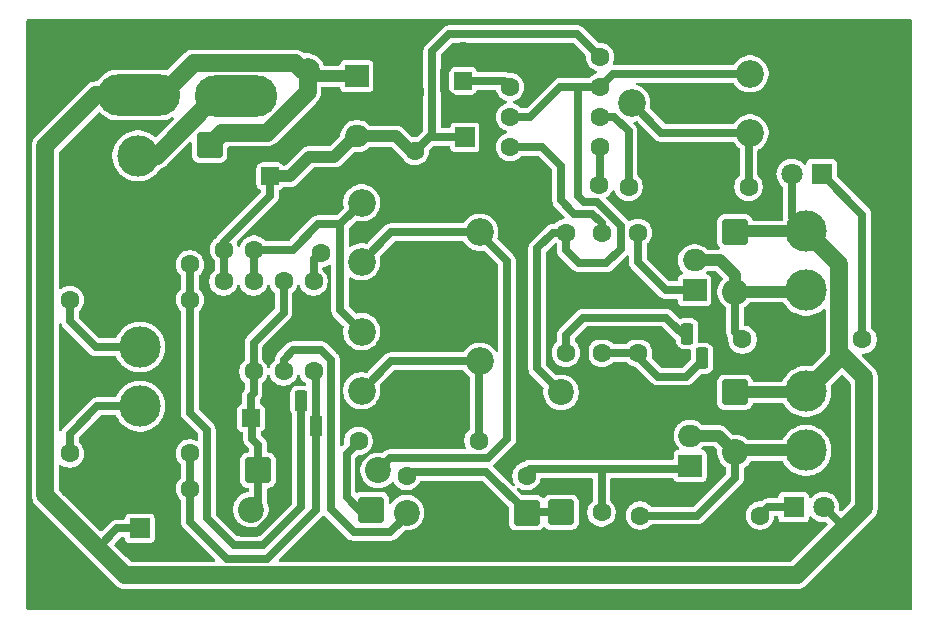
<source format=gbr>
G04 #@! TF.GenerationSoftware,KiCad,Pcbnew,9.0.4*
G04 #@! TF.CreationDate,2025-09-18T15:30:18+02:00*
G04 #@! TF.ProjectId,ValveToggler,56616c76-6554-46f6-9767-6c65722e6b69,rev?*
G04 #@! TF.SameCoordinates,Original*
G04 #@! TF.FileFunction,Copper,L4,Bot*
G04 #@! TF.FilePolarity,Positive*
%FSLAX46Y46*%
G04 Gerber Fmt 4.6, Leading zero omitted, Abs format (unit mm)*
G04 Created by KiCad (PCBNEW 9.0.4) date 2025-09-18 15:30:18*
%MOMM*%
%LPD*%
G01*
G04 APERTURE LIST*
G04 Aperture macros list*
%AMRoundRect*
0 Rectangle with rounded corners*
0 $1 Rounding radius*
0 $2 $3 $4 $5 $6 $7 $8 $9 X,Y pos of 4 corners*
0 Add a 4 corners polygon primitive as box body*
4,1,4,$2,$3,$4,$5,$6,$7,$8,$9,$2,$3,0*
0 Add four circle primitives for the rounded corners*
1,1,$1+$1,$2,$3*
1,1,$1+$1,$4,$5*
1,1,$1+$1,$6,$7*
1,1,$1+$1,$8,$9*
0 Add four rect primitives between the rounded corners*
20,1,$1+$1,$2,$3,$4,$5,0*
20,1,$1+$1,$4,$5,$6,$7,0*
20,1,$1+$1,$6,$7,$8,$9,0*
20,1,$1+$1,$8,$9,$2,$3,0*%
G04 Aperture macros list end*
G04 #@! TA.AperFunction,ComponentPad*
%ADD10R,1.700000X1.700000*%
G04 #@! TD*
G04 #@! TA.AperFunction,ComponentPad*
%ADD11RoundRect,1.750000X1.750000X0.000010X-1.750000X0.000010X-1.750000X-0.000010X1.750000X-0.000010X0*%
G04 #@! TD*
G04 #@! TA.AperFunction,ComponentPad*
%ADD12RoundRect,0.249999X-0.850001X0.850001X-0.850001X-0.850001X0.850001X-0.850001X0.850001X0.850001X0*%
G04 #@! TD*
G04 #@! TA.AperFunction,ComponentPad*
%ADD13C,2.200000*%
G04 #@! TD*
G04 #@! TA.AperFunction,ComponentPad*
%ADD14RoundRect,0.249999X0.850001X-0.850001X0.850001X0.850001X-0.850001X0.850001X-0.850001X-0.850001X0*%
G04 #@! TD*
G04 #@! TA.AperFunction,ComponentPad*
%ADD15C,1.600000*%
G04 #@! TD*
G04 #@! TA.AperFunction,ComponentPad*
%ADD16C,2.340000*%
G04 #@! TD*
G04 #@! TA.AperFunction,ComponentPad*
%ADD17RoundRect,0.250000X0.550000X-0.550000X0.550000X0.550000X-0.550000X0.550000X-0.550000X-0.550000X0*%
G04 #@! TD*
G04 #@! TA.AperFunction,ComponentPad*
%ADD18RoundRect,0.249999X0.850001X0.850001X-0.850001X0.850001X-0.850001X-0.850001X0.850001X-0.850001X0*%
G04 #@! TD*
G04 #@! TA.AperFunction,ComponentPad*
%ADD19R,2.000000X1.905000*%
G04 #@! TD*
G04 #@! TA.AperFunction,ComponentPad*
%ADD20O,2.000000X1.905000*%
G04 #@! TD*
G04 #@! TA.AperFunction,ComponentPad*
%ADD21R,1.800000X1.800000*%
G04 #@! TD*
G04 #@! TA.AperFunction,ComponentPad*
%ADD22C,1.800000*%
G04 #@! TD*
G04 #@! TA.AperFunction,ComponentPad*
%ADD23C,3.500000*%
G04 #@! TD*
G04 #@! TA.AperFunction,SMDPad,CuDef*
%ADD24C,4.200000*%
G04 #@! TD*
G04 #@! TA.AperFunction,ComponentPad*
%ADD25RoundRect,0.250000X0.550000X0.550000X-0.550000X0.550000X-0.550000X-0.550000X0.550000X-0.550000X0*%
G04 #@! TD*
G04 #@! TA.AperFunction,ComponentPad*
%ADD26R,1.100000X1.800000*%
G04 #@! TD*
G04 #@! TA.AperFunction,ComponentPad*
%ADD27RoundRect,0.275000X-0.275000X-0.625000X0.275000X-0.625000X0.275000X0.625000X-0.275000X0.625000X0*%
G04 #@! TD*
G04 #@! TA.AperFunction,ComponentPad*
%ADD28RoundRect,0.250000X-0.550000X-0.550000X0.550000X-0.550000X0.550000X0.550000X-0.550000X0.550000X0*%
G04 #@! TD*
G04 #@! TA.AperFunction,ComponentPad*
%ADD29RoundRect,0.249999X-0.850001X-0.850001X0.850001X-0.850001X0.850001X0.850001X-0.850001X0.850001X0*%
G04 #@! TD*
G04 #@! TA.AperFunction,ComponentPad*
%ADD30C,2.000000*%
G04 #@! TD*
G04 #@! TA.AperFunction,Conductor*
%ADD31C,1.500000*%
G04 #@! TD*
G04 #@! TA.AperFunction,Conductor*
%ADD32C,0.700000*%
G04 #@! TD*
G04 #@! TA.AperFunction,Conductor*
%ADD33C,1.000000*%
G04 #@! TD*
G04 #@! TA.AperFunction,Conductor*
%ADD34C,2.000000*%
G04 #@! TD*
G04 APERTURE END LIST*
D10*
X52600000Y-88100000D03*
D11*
X60742000Y-51508000D03*
X60742000Y-51508000D03*
X52542000Y-51408000D03*
X52542000Y-51408000D03*
D12*
X102997000Y-62992000D03*
D13*
X102997000Y-68072000D03*
D14*
X88265000Y-86741000D03*
D13*
X88265000Y-76581000D03*
D12*
X102997000Y-76581000D03*
D13*
X102997000Y-81661000D03*
D15*
X46670000Y-84750000D03*
X56830000Y-84750000D03*
X91720295Y-73225991D03*
X91720295Y-63065991D03*
X88672295Y-63065991D03*
X88672295Y-73225991D03*
D16*
X71374000Y-76437000D03*
X81374000Y-73937000D03*
X71374000Y-71437000D03*
D17*
X80000000Y-50205113D03*
D15*
X80000000Y-47705113D03*
X94768295Y-73225991D03*
X94768295Y-63065991D03*
D18*
X85343402Y-86767456D03*
D13*
X75183402Y-86767456D03*
D19*
X99568000Y-67945000D03*
D20*
X99568000Y-65405000D03*
X99568000Y-62865000D03*
D15*
X75874988Y-56120800D03*
X75874988Y-51120800D03*
D21*
X107960000Y-86300000D03*
D22*
X110500000Y-86300000D03*
D15*
X105100000Y-87017770D03*
X94940000Y-87017770D03*
D23*
X52428000Y-56551000D03*
X52428000Y-61551000D03*
D18*
X72160000Y-86500000D03*
D13*
X62000000Y-86500000D03*
D17*
X59690000Y-74805000D03*
D15*
X62230000Y-74805000D03*
X64770000Y-74805000D03*
X67310000Y-74805000D03*
X67310000Y-67185000D03*
X64770000Y-67185000D03*
X62230000Y-67185000D03*
X59690000Y-67185000D03*
X59710000Y-64500000D03*
X62250000Y-64500000D03*
X75183045Y-83674545D03*
X85343045Y-83674545D03*
D23*
X109000000Y-67945000D03*
X109000000Y-62945000D03*
D15*
X91500000Y-59000000D03*
X86500000Y-59000000D03*
D16*
X104255369Y-49603308D03*
X94255369Y-52103308D03*
X104255369Y-54603308D03*
D15*
X56830000Y-68750000D03*
X46670000Y-68750000D03*
D24*
X76374000Y-68326000D03*
D19*
X70975471Y-49804903D03*
D20*
X70975471Y-52344903D03*
X70975471Y-54884903D03*
D24*
X115000000Y-92000000D03*
D15*
X81280546Y-80682207D03*
X71120546Y-80682207D03*
X113780000Y-72100000D03*
X103620000Y-72100000D03*
D23*
X108989000Y-81498000D03*
X108989000Y-76498000D03*
D19*
X99187000Y-82804000D03*
D20*
X99187000Y-80264000D03*
X99187000Y-77724000D03*
D24*
X46000000Y-92000000D03*
X115000000Y-48000000D03*
D25*
X62000000Y-78750000D03*
D15*
X59500000Y-78750000D03*
D26*
X97663000Y-73691000D03*
D27*
X98933000Y-71621000D03*
X100203000Y-73691000D03*
D15*
X46670000Y-65750000D03*
X56830000Y-65750000D03*
X67945000Y-64770000D03*
X67945000Y-59770000D03*
X91694000Y-86741000D03*
X91694000Y-76581000D03*
D10*
X80137000Y-54991000D03*
D16*
X71374000Y-65532000D03*
X81374000Y-63032000D03*
X71374000Y-60532000D03*
D26*
X65000000Y-79400000D03*
D27*
X66270000Y-77330000D03*
X67540000Y-79400000D03*
D25*
X63627000Y-58293000D03*
D15*
X61127000Y-58293000D03*
D28*
X83945000Y-48190000D03*
D15*
X83945000Y-50730000D03*
X83945000Y-53270000D03*
X83945000Y-55810000D03*
X91565000Y-55810000D03*
X91565000Y-53270000D03*
X91565000Y-50730000D03*
X91565000Y-48190000D03*
D24*
X46000000Y-48000000D03*
D23*
X52600000Y-72750000D03*
X52600000Y-77750000D03*
D15*
X56830000Y-81750000D03*
X46670000Y-81750000D03*
D12*
X58500000Y-55626000D03*
D13*
X58500000Y-60706000D03*
D15*
X93980000Y-59182000D03*
X104140000Y-59182000D03*
D29*
X62611000Y-83185000D03*
D13*
X72771000Y-83185000D03*
D21*
X110340000Y-58100000D03*
D22*
X107800000Y-58100000D03*
D30*
X66802000Y-49276000D03*
X66802000Y-54276000D03*
D31*
X44577000Y-85274710D02*
X49051145Y-89748855D01*
D32*
X52600000Y-88100000D02*
X50700000Y-88100000D01*
X50700000Y-88100000D02*
X49051145Y-89748855D01*
X102997000Y-68072000D02*
X102997000Y-71477000D01*
X102997000Y-71477000D02*
X103620000Y-72100000D01*
X110340000Y-58100000D02*
X113780000Y-61540000D01*
X113780000Y-61540000D02*
X113780000Y-72100000D01*
X109000000Y-62945000D02*
X107800000Y-61745000D01*
X107800000Y-61745000D02*
X107800000Y-58100000D01*
D31*
X108200000Y-92079000D02*
X112289500Y-87989500D01*
D32*
X110500000Y-86300000D02*
X112189500Y-87989500D01*
X112189500Y-87989500D02*
X112289500Y-87989500D01*
X107960000Y-86300000D02*
X105817770Y-86300000D01*
X105817770Y-86300000D02*
X105100000Y-87017770D01*
X94940000Y-87017770D02*
X99782230Y-87017770D01*
X99782230Y-87017770D02*
X102997000Y-83803000D01*
X102997000Y-83803000D02*
X102997000Y-81661000D01*
D33*
X67736000Y-53850000D02*
X69300000Y-53850000D01*
D32*
X81638000Y-56492000D02*
X81638000Y-52363979D01*
X68453000Y-58547000D02*
X79583000Y-58547000D01*
X65024000Y-85952288D02*
X62457288Y-88519000D01*
D33*
X58500000Y-60330000D02*
X59875113Y-60330000D01*
X69300000Y-53850000D02*
X70805097Y-52344903D01*
X60896113Y-59309000D02*
X60896113Y-58523887D01*
D32*
X59500000Y-86805000D02*
X59500000Y-78750000D01*
D33*
X74750000Y-52350000D02*
X75874988Y-51225012D01*
X61127000Y-57161630D02*
X61773630Y-56515000D01*
D32*
X65000000Y-79000000D02*
X65024000Y-79024000D01*
D34*
X58420000Y-60250000D02*
X58500000Y-60330000D01*
D32*
X80000000Y-47705113D02*
X83460113Y-47705113D01*
X96146991Y-71774991D02*
X97663000Y-73291000D01*
D33*
X70975471Y-52344903D02*
X70980568Y-52350000D01*
D32*
X86500000Y-59000000D02*
X82900000Y-59000000D01*
X46670000Y-63058000D02*
X49478000Y-60250000D01*
D33*
X66802000Y-54276000D02*
X67310000Y-54276000D01*
X70805097Y-52344903D02*
X70975471Y-52344903D01*
D32*
X79777732Y-52363979D02*
X78359000Y-50945247D01*
X90269295Y-72163705D02*
X90658009Y-71774991D01*
D33*
X61127000Y-58293000D02*
X61127000Y-57161630D01*
D32*
X99187000Y-77724000D02*
X92837000Y-77724000D01*
D33*
X67310000Y-54276000D02*
X67736000Y-53850000D01*
D32*
X65024000Y-79024000D02*
X65024000Y-85952288D01*
X92837000Y-77724000D02*
X91694000Y-76581000D01*
X81015000Y-57115000D02*
X81638000Y-56492000D01*
D33*
X61773630Y-56515000D02*
X64563000Y-56515000D01*
X59875113Y-60330000D02*
X60896113Y-59309000D01*
D34*
X52350000Y-60250000D02*
X58420000Y-60250000D01*
D32*
X67945000Y-59055000D02*
X68453000Y-58547000D01*
D33*
X70980568Y-52350000D02*
X74750000Y-52350000D01*
D32*
X78359000Y-50945247D02*
X78359000Y-49346113D01*
X78359000Y-49346113D02*
X80000000Y-47705113D01*
X90269295Y-75156295D02*
X90269295Y-72163705D01*
X49478000Y-60250000D02*
X52350000Y-60250000D01*
X46670000Y-65750000D02*
X46670000Y-63058000D01*
X90658009Y-71774991D02*
X96146991Y-71774991D01*
D33*
X64563000Y-56515000D02*
X66802000Y-54276000D01*
D32*
X62457288Y-88519000D02*
X61214000Y-88519000D01*
D33*
X60896113Y-58523887D02*
X61127000Y-58293000D01*
D32*
X59690000Y-74805000D02*
X59690000Y-78560000D01*
X91694000Y-76581000D02*
X90269295Y-75156295D01*
D33*
X75874988Y-51225012D02*
X75874988Y-51120800D01*
D32*
X81638000Y-52363979D02*
X79777732Y-52363979D01*
X79583000Y-58547000D02*
X81015000Y-57115000D01*
X82900000Y-59000000D02*
X81015000Y-57115000D01*
X59690000Y-78560000D02*
X59500000Y-78750000D01*
X67945000Y-59770000D02*
X67945000Y-59055000D01*
X61214000Y-88519000D02*
X59500000Y-86805000D01*
X83460113Y-47705113D02*
X83945000Y-48190000D01*
X93980000Y-59182000D02*
X93980000Y-54483000D01*
X80000000Y-50205113D02*
X83420113Y-50205113D01*
X83420113Y-50205113D02*
X83945000Y-50730000D01*
X93980000Y-54483000D02*
X92767000Y-53270000D01*
X92767000Y-53270000D02*
X91565000Y-53270000D01*
X91565000Y-55810000D02*
X91565000Y-58935000D01*
X91565000Y-58935000D02*
X91500000Y-59000000D01*
D31*
X66802000Y-51159212D02*
X66802000Y-49276000D01*
X111801000Y-73193000D02*
X111801000Y-65746000D01*
X49051145Y-89748855D02*
X51381290Y-92079000D01*
D33*
X102997000Y-76581000D02*
X108906000Y-76581000D01*
D31*
X113919000Y-86360000D02*
X113919000Y-76835000D01*
X63351212Y-54610000D02*
X66802000Y-51159212D01*
X66802000Y-49276000D02*
X66294000Y-49276000D01*
D33*
X109000000Y-62945000D02*
X103044000Y-62945000D01*
D31*
X65725000Y-48707000D02*
X57143000Y-48707000D01*
X57143000Y-48707000D02*
X54442000Y-51408000D01*
X44577000Y-55753000D02*
X44577000Y-85274710D01*
X51381290Y-92079000D02*
X108200000Y-92079000D01*
X58500000Y-55626000D02*
X59516000Y-54610000D01*
D33*
X67760000Y-49810000D02*
X70970374Y-49810000D01*
D31*
X113919000Y-76835000D02*
X113919000Y-75311000D01*
D33*
X66802000Y-49276000D02*
X67310000Y-49784000D01*
X70970374Y-49810000D02*
X70975471Y-49804903D01*
D31*
X113919000Y-75311000D02*
X111801000Y-73193000D01*
X59516000Y-54610000D02*
X63351212Y-54610000D01*
D33*
X103044000Y-62945000D02*
X102997000Y-62992000D01*
X108906000Y-76581000D02*
X108989000Y-76498000D01*
D31*
X66294000Y-49276000D02*
X65725000Y-48707000D01*
D33*
X67310000Y-49784000D02*
X67734000Y-49784000D01*
D31*
X111801000Y-65746000D02*
X109000000Y-62945000D01*
X112289500Y-87989500D02*
X113919000Y-86360000D01*
D33*
X67734000Y-49784000D02*
X67760000Y-49810000D01*
D31*
X111801000Y-73686000D02*
X111801000Y-73193000D01*
X48922000Y-51408000D02*
X44577000Y-55753000D01*
X108989000Y-76498000D02*
X111801000Y-73686000D01*
X54442000Y-51408000D02*
X48922000Y-51408000D01*
D33*
X99187000Y-80264000D02*
X101600000Y-80264000D01*
X103160000Y-81498000D02*
X102997000Y-81661000D01*
X101600000Y-80264000D02*
X102997000Y-81661000D01*
X108989000Y-81498000D02*
X103160000Y-81498000D01*
X102997000Y-66675000D02*
X102997000Y-68072000D01*
X101727000Y-65405000D02*
X102997000Y-66675000D01*
X108873000Y-68072000D02*
X109000000Y-67945000D01*
X99568000Y-65405000D02*
X101727000Y-65405000D01*
X102997000Y-68072000D02*
X108873000Y-68072000D01*
D31*
X54028180Y-56551000D02*
X59071180Y-51508000D01*
X52428000Y-56551000D02*
X54028180Y-56551000D01*
X59071180Y-51508000D02*
X62642000Y-51508000D01*
D33*
X70975471Y-54884903D02*
X70980568Y-54890000D01*
X75520800Y-56120800D02*
X75874988Y-56120800D01*
D32*
X91565000Y-48190000D02*
X89629113Y-46254113D01*
X80137000Y-54991000D02*
X77109000Y-54991000D01*
D33*
X70805097Y-54884903D02*
X70975471Y-54884903D01*
X74290000Y-54890000D02*
X75520800Y-56120800D01*
X69048000Y-56642000D02*
X70805097Y-54884903D01*
X63627000Y-58293000D02*
X65278000Y-58293000D01*
D32*
X59710000Y-63861000D02*
X59710000Y-64500000D01*
X89629113Y-46254113D02*
X78793863Y-46254113D01*
X63627000Y-58293000D02*
X63627000Y-59944000D01*
X78793863Y-46254113D02*
X77343000Y-47704976D01*
X75979200Y-56120800D02*
X75874988Y-56120800D01*
X59710000Y-64500000D02*
X59710000Y-67165000D01*
X77343000Y-54757000D02*
X75979200Y-56120800D01*
D33*
X66929000Y-56642000D02*
X69048000Y-56642000D01*
X70980568Y-54890000D02*
X74290000Y-54890000D01*
D32*
X77343000Y-47704976D02*
X77343000Y-54757000D01*
X63627000Y-59944000D02*
X59710000Y-63861000D01*
X77109000Y-54991000D02*
X75979200Y-56120800D01*
X59710000Y-67165000D02*
X59690000Y-67185000D01*
D33*
X65278000Y-58293000D02*
X66929000Y-56642000D01*
D32*
X67310000Y-67185000D02*
X67310000Y-65278000D01*
X67818000Y-64770000D02*
X67945000Y-64770000D01*
X67310000Y-65278000D02*
X67818000Y-64770000D01*
X62000000Y-78750000D02*
X62000000Y-76900000D01*
X62230000Y-76670000D02*
X62230000Y-74805000D01*
X62611000Y-83185000D02*
X62611000Y-85889000D01*
X62611000Y-85889000D02*
X62000000Y-86500000D01*
X62000000Y-78750000D02*
X62103000Y-78853000D01*
X62230000Y-72370000D02*
X62230000Y-74805000D01*
X62103000Y-78853000D02*
X62103000Y-80518000D01*
X62611000Y-81026000D02*
X62611000Y-83185000D01*
X64770000Y-69830000D02*
X62230000Y-72370000D01*
X62103000Y-80518000D02*
X62611000Y-81026000D01*
X64770000Y-67185000D02*
X64770000Y-69830000D01*
X62000000Y-76900000D02*
X62230000Y-76670000D01*
X70104000Y-81788000D02*
X70104000Y-85471000D01*
X71120546Y-80771454D02*
X70104000Y-81788000D01*
X71133000Y-86500000D02*
X72160000Y-86500000D01*
X70104000Y-85471000D02*
X71133000Y-86500000D01*
X71120546Y-80682207D02*
X71120546Y-80771454D01*
X81374000Y-63159000D02*
X81374000Y-63032000D01*
X83693000Y-80518000D02*
X83693000Y-65478000D01*
X83693000Y-65478000D02*
X81374000Y-63159000D01*
X81374000Y-63032000D02*
X73874000Y-63032000D01*
X73874000Y-63032000D02*
X71374000Y-65532000D01*
X73787000Y-82169000D02*
X82042000Y-82169000D01*
X72771000Y-83185000D02*
X73787000Y-82169000D01*
X82042000Y-82169000D02*
X83693000Y-80518000D01*
X48874000Y-72750000D02*
X46670000Y-70546000D01*
X52600000Y-72750000D02*
X48874000Y-72750000D01*
X46670000Y-70546000D02*
X46670000Y-68750000D01*
X46670000Y-80076000D02*
X46670000Y-81750000D01*
X52600000Y-77750000D02*
X48996000Y-77750000D01*
X48996000Y-77750000D02*
X46670000Y-80076000D01*
X88265000Y-57404000D02*
X86671000Y-55810000D01*
X58281000Y-79781000D02*
X56830000Y-78330000D01*
X58281000Y-87237000D02*
X58281000Y-79781000D01*
X66270000Y-77730000D02*
X66270000Y-86315751D01*
X56830000Y-65750000D02*
X56830000Y-68750000D01*
X89392000Y-61452000D02*
X88265000Y-60325000D01*
X66270000Y-86315751D02*
X63050751Y-89535000D01*
X56830000Y-78330000D02*
X56830000Y-68750000D01*
X91720295Y-62274923D02*
X90897372Y-61452000D01*
X86671000Y-55810000D02*
X83945000Y-55810000D01*
X88265000Y-60325000D02*
X88265000Y-57404000D01*
X63050751Y-89535000D02*
X60579000Y-89535000D01*
X60579000Y-89535000D02*
X58281000Y-87237000D01*
X90897372Y-61452000D02*
X89392000Y-61452000D01*
X91720295Y-63065991D02*
X91720295Y-62274923D01*
X104140000Y-59182000D02*
X104140000Y-54710000D01*
X94250000Y-52100000D02*
X96750000Y-54600000D01*
X104140000Y-54710000D02*
X104250000Y-54600000D01*
X96750000Y-54600000D02*
X104250000Y-54600000D01*
X65548000Y-64500000D02*
X67691000Y-62357000D01*
X67691000Y-62357000D02*
X69549000Y-62357000D01*
X62250000Y-64500000D02*
X65548000Y-64500000D01*
X69549000Y-62357000D02*
X69549000Y-69612000D01*
X62230000Y-64520000D02*
X62250000Y-64500000D01*
X69549000Y-69612000D02*
X71374000Y-71437000D01*
X69549000Y-62357000D02*
X71374000Y-60532000D01*
X62230000Y-67185000D02*
X62230000Y-64520000D01*
X56830000Y-81750000D02*
X56830000Y-84750000D01*
X67540000Y-75035000D02*
X67310000Y-74805000D01*
X67540000Y-79000000D02*
X67540000Y-75035000D01*
X56830000Y-87530000D02*
X59978000Y-90678000D01*
X59978000Y-90678000D02*
X63373000Y-90678000D01*
X67540000Y-86511000D02*
X67540000Y-79000000D01*
X56830000Y-81750000D02*
X56830000Y-87530000D01*
X63373000Y-90678000D02*
X67540000Y-86511000D01*
X65575000Y-73025000D02*
X64770000Y-73830000D01*
X68761000Y-73841000D02*
X67945000Y-73025000D01*
X75184000Y-87016000D02*
X73808000Y-88392000D01*
X64770000Y-73830000D02*
X64770000Y-74805000D01*
X73808000Y-88392000D02*
X70692000Y-88392000D01*
X75183402Y-86767456D02*
X75184000Y-86768054D01*
X68761000Y-86461000D02*
X68761000Y-73841000D01*
X70692000Y-88392000D02*
X68761000Y-86461000D01*
X67945000Y-73025000D02*
X65575000Y-73025000D01*
X75184000Y-86768054D02*
X75184000Y-87016000D01*
X85343402Y-86740402D02*
X85343402Y-86767456D01*
X81915000Y-83312000D02*
X85343402Y-86740402D01*
X75197498Y-83660092D02*
X75197498Y-83631331D01*
X75197498Y-83631331D02*
X75516829Y-83312000D01*
X88265000Y-86741000D02*
X85369858Y-86741000D01*
X85369858Y-86741000D02*
X85343402Y-86767456D01*
X75183045Y-83674545D02*
X75197498Y-83660092D01*
X75516829Y-83312000D02*
X81915000Y-83312000D01*
X93317295Y-62456295D02*
X91312000Y-60451000D01*
X104250000Y-49600000D02*
X92695000Y-49600000D01*
X88265000Y-76581000D02*
X86233000Y-74549000D01*
X86233000Y-64389000D02*
X87556009Y-63065991D01*
X87556009Y-63065991D02*
X88672295Y-63065991D01*
X83945000Y-53270000D02*
X85668000Y-53270000D01*
X89789000Y-65659000D02*
X92075000Y-65659000D01*
X90169000Y-60451000D02*
X89662000Y-59944000D01*
X92695000Y-49600000D02*
X91565000Y-50730000D01*
X89662000Y-59944000D02*
X89662000Y-50730000D01*
X92075000Y-65659000D02*
X93317295Y-64416705D01*
X86233000Y-74549000D02*
X86233000Y-64389000D01*
X93317295Y-64416705D02*
X93317295Y-62456295D01*
X88208000Y-50730000D02*
X89662000Y-50730000D01*
X89662000Y-50730000D02*
X91565000Y-50730000D01*
X88672295Y-64542295D02*
X89789000Y-65659000D01*
X88672295Y-63065991D02*
X88672295Y-64542295D01*
X85668000Y-53270000D02*
X88208000Y-50730000D01*
X91312000Y-60451000D02*
X90169000Y-60451000D01*
X99187000Y-82804000D02*
X98933000Y-83058000D01*
X91694000Y-86741000D02*
X91694000Y-83058000D01*
X91694000Y-83058000D02*
X85598000Y-83058000D01*
X98933000Y-83058000D02*
X91694000Y-83058000D01*
X85348254Y-83636396D02*
X85343045Y-83641605D01*
X85598000Y-83058000D02*
X85348254Y-83307746D01*
X85348254Y-83307746D02*
X85348254Y-83636396D01*
X85343045Y-83641605D02*
X85343045Y-83674545D01*
X96462000Y-75242000D02*
X94768295Y-73548295D01*
X94768295Y-73548295D02*
X94768295Y-73225991D01*
X94768295Y-73225991D02*
X91720295Y-73225991D01*
X100203000Y-73291000D02*
X100203000Y-73903000D01*
X100203000Y-73903000D02*
X98864000Y-75242000D01*
X98864000Y-75242000D02*
X96462000Y-75242000D01*
X97162991Y-70250991D02*
X98933000Y-72021000D01*
X90123295Y-70250991D02*
X97162991Y-70250991D01*
X88672295Y-71701991D02*
X90123295Y-70250991D01*
X88672295Y-73225991D02*
X88672295Y-71701991D01*
X94768295Y-63065991D02*
X94768295Y-65558295D01*
X94768295Y-65558295D02*
X97155000Y-67945000D01*
X97155000Y-67945000D02*
X99568000Y-67945000D01*
X81280000Y-73970000D02*
X81313000Y-73937000D01*
X71247000Y-76437000D02*
X71374000Y-76437000D01*
X81374000Y-73937000D02*
X73874000Y-73937000D01*
X81280546Y-80682207D02*
X81280000Y-80681661D01*
X81280000Y-80681661D02*
X81280000Y-73970000D01*
X73874000Y-73937000D02*
X71374000Y-76437000D01*
X70739000Y-76945000D02*
X71247000Y-76437000D01*
X81313000Y-73937000D02*
X81374000Y-73937000D01*
G04 #@! TA.AperFunction,Conductor*
G36*
X89333922Y-47024298D02*
G01*
X89354564Y-47040932D01*
X90328181Y-48014548D01*
X90361666Y-48075871D01*
X90364500Y-48102229D01*
X90364500Y-48284486D01*
X90394059Y-48471118D01*
X90452454Y-48650836D01*
X90520343Y-48784075D01*
X90538240Y-48819199D01*
X90649310Y-48972073D01*
X90782927Y-49105690D01*
X90935801Y-49216760D01*
X90972675Y-49235548D01*
X91104163Y-49302545D01*
X91104165Y-49302545D01*
X91104168Y-49302547D01*
X91193734Y-49331649D01*
X91225803Y-49342069D01*
X91283478Y-49381507D01*
X91310676Y-49445866D01*
X91298761Y-49514712D01*
X91251516Y-49566188D01*
X91225803Y-49577931D01*
X91104163Y-49617454D01*
X90935800Y-49703240D01*
X90848579Y-49766610D01*
X90782927Y-49814310D01*
X90782925Y-49814312D01*
X90782924Y-49814312D01*
X90654056Y-49943181D01*
X90592733Y-49976666D01*
X90566375Y-49979500D01*
X88134080Y-49979500D01*
X87993320Y-50007500D01*
X87992456Y-50007671D01*
X87989088Y-50008341D01*
X87989082Y-50008343D01*
X87852511Y-50064912D01*
X87852498Y-50064919D01*
X87729584Y-50147048D01*
X87729580Y-50147051D01*
X85393451Y-52483181D01*
X85332128Y-52516666D01*
X85305770Y-52519500D01*
X84943625Y-52519500D01*
X84876586Y-52499815D01*
X84855944Y-52483181D01*
X84727075Y-52354312D01*
X84727073Y-52354310D01*
X84574199Y-52243240D01*
X84542146Y-52226908D01*
X84405836Y-52157454D01*
X84331472Y-52133291D01*
X84284195Y-52117930D01*
X84226521Y-52078493D01*
X84199323Y-52014134D01*
X84211238Y-51945288D01*
X84258482Y-51893812D01*
X84284194Y-51882069D01*
X84405832Y-51842547D01*
X84574199Y-51756760D01*
X84727073Y-51645690D01*
X84860690Y-51512073D01*
X84971760Y-51359199D01*
X85057547Y-51190832D01*
X85115940Y-51011118D01*
X85126171Y-50946520D01*
X85145500Y-50824486D01*
X85145500Y-50635513D01*
X85115940Y-50448881D01*
X85084894Y-50353334D01*
X85057547Y-50269168D01*
X85057545Y-50269165D01*
X85057545Y-50269163D01*
X84971759Y-50100800D01*
X84945690Y-50064919D01*
X84860690Y-49947927D01*
X84727073Y-49814310D01*
X84574199Y-49703240D01*
X84405836Y-49617454D01*
X84226118Y-49559059D01*
X84039486Y-49529500D01*
X84039481Y-49529500D01*
X83850519Y-49529500D01*
X83850516Y-49529500D01*
X83812475Y-49535524D01*
X83745628Y-49527611D01*
X83639026Y-49483455D01*
X83639020Y-49483453D01*
X83494033Y-49454613D01*
X83494031Y-49454613D01*
X81257896Y-49454613D01*
X81190857Y-49434928D01*
X81151164Y-49393734D01*
X81068083Y-49253251D01*
X81068076Y-49253242D01*
X80951870Y-49137036D01*
X80951862Y-49137030D01*
X80810396Y-49053368D01*
X80810393Y-49053367D01*
X80652573Y-49007515D01*
X80652567Y-49007514D01*
X80615701Y-49004613D01*
X80615694Y-49004613D01*
X79384306Y-49004613D01*
X79384298Y-49004613D01*
X79347432Y-49007514D01*
X79347426Y-49007515D01*
X79189606Y-49053367D01*
X79189603Y-49053368D01*
X79048137Y-49137030D01*
X79048129Y-49137036D01*
X78931923Y-49253242D01*
X78931917Y-49253250D01*
X78848255Y-49394716D01*
X78848254Y-49394719D01*
X78802402Y-49552539D01*
X78802401Y-49552545D01*
X78799500Y-49589411D01*
X78799500Y-50820814D01*
X78802401Y-50857680D01*
X78802402Y-50857686D01*
X78848254Y-51015506D01*
X78848255Y-51015509D01*
X78931917Y-51156975D01*
X78931923Y-51156983D01*
X79048129Y-51273189D01*
X79048133Y-51273192D01*
X79048135Y-51273194D01*
X79189602Y-51356857D01*
X79231224Y-51368949D01*
X79347426Y-51402710D01*
X79347429Y-51402710D01*
X79347431Y-51402711D01*
X79384306Y-51405613D01*
X79384314Y-51405613D01*
X80615686Y-51405613D01*
X80615694Y-51405613D01*
X80652569Y-51402711D01*
X80652571Y-51402710D01*
X80652573Y-51402710D01*
X80694191Y-51390618D01*
X80810398Y-51356857D01*
X80951865Y-51273194D01*
X81068081Y-51156978D01*
X81151164Y-51016492D01*
X81202233Y-50968809D01*
X81257896Y-50955613D01*
X82665934Y-50955613D01*
X82732973Y-50975298D01*
X82778728Y-51028102D01*
X82783864Y-51041291D01*
X82789535Y-51058745D01*
X82832454Y-51190836D01*
X82893167Y-51309990D01*
X82918240Y-51359199D01*
X83029310Y-51512073D01*
X83162927Y-51645690D01*
X83315801Y-51756760D01*
X83395347Y-51797290D01*
X83484163Y-51842545D01*
X83484165Y-51842545D01*
X83484168Y-51842547D01*
X83573734Y-51871649D01*
X83605803Y-51882069D01*
X83663478Y-51921507D01*
X83690676Y-51985866D01*
X83678761Y-52054712D01*
X83631516Y-52106188D01*
X83605803Y-52117931D01*
X83484163Y-52157454D01*
X83315800Y-52243240D01*
X83228579Y-52306610D01*
X83162927Y-52354310D01*
X83162925Y-52354312D01*
X83162924Y-52354312D01*
X83029312Y-52487924D01*
X83029312Y-52487925D01*
X83029310Y-52487927D01*
X83008430Y-52516666D01*
X82918240Y-52640800D01*
X82832454Y-52809163D01*
X82774059Y-52988881D01*
X82744500Y-53175513D01*
X82744500Y-53364486D01*
X82774059Y-53551118D01*
X82832454Y-53730836D01*
X82892917Y-53849500D01*
X82918240Y-53899199D01*
X83029310Y-54052073D01*
X83162927Y-54185690D01*
X83315801Y-54296760D01*
X83395347Y-54337290D01*
X83484163Y-54382545D01*
X83484165Y-54382545D01*
X83484168Y-54382547D01*
X83565825Y-54409079D01*
X83605803Y-54422069D01*
X83663478Y-54461507D01*
X83690676Y-54525866D01*
X83678761Y-54594712D01*
X83631516Y-54646188D01*
X83605803Y-54657931D01*
X83484163Y-54697454D01*
X83315800Y-54783240D01*
X83266758Y-54818872D01*
X83162927Y-54894310D01*
X83162925Y-54894312D01*
X83162924Y-54894312D01*
X83029312Y-55027924D01*
X83029312Y-55027925D01*
X83029310Y-55027927D01*
X83020673Y-55039815D01*
X82918240Y-55180800D01*
X82832454Y-55349163D01*
X82774059Y-55528881D01*
X82744500Y-55715513D01*
X82744500Y-55904486D01*
X82774059Y-56091118D01*
X82832454Y-56270836D01*
X82899244Y-56401918D01*
X82918240Y-56439199D01*
X83029310Y-56592073D01*
X83162927Y-56725690D01*
X83315801Y-56836760D01*
X83384873Y-56871954D01*
X83484163Y-56922545D01*
X83484165Y-56922545D01*
X83484168Y-56922547D01*
X83580497Y-56953846D01*
X83663881Y-56980940D01*
X83850514Y-57010500D01*
X83850519Y-57010500D01*
X84039486Y-57010500D01*
X84226118Y-56980940D01*
X84405832Y-56922547D01*
X84574199Y-56836760D01*
X84727073Y-56725690D01*
X84855944Y-56596819D01*
X84917267Y-56563334D01*
X84943625Y-56560500D01*
X86308770Y-56560500D01*
X86375809Y-56580185D01*
X86396451Y-56596819D01*
X87478181Y-57678548D01*
X87511666Y-57739871D01*
X87514500Y-57766229D01*
X87514500Y-60398918D01*
X87514500Y-60398920D01*
X87514499Y-60398920D01*
X87543340Y-60543907D01*
X87543343Y-60543917D01*
X87599913Y-60680490D01*
X87599915Y-60680493D01*
X87609274Y-60694501D01*
X87682049Y-60803418D01*
X87682052Y-60803421D01*
X88549300Y-61670667D01*
X88582785Y-61731990D01*
X88577801Y-61801681D01*
X88535930Y-61857615D01*
X88481018Y-61880821D01*
X88391175Y-61895051D01*
X88211458Y-61953445D01*
X88043095Y-62039231D01*
X87981652Y-62083873D01*
X87890222Y-62150301D01*
X87890220Y-62150303D01*
X87890219Y-62150303D01*
X87761351Y-62279172D01*
X87700028Y-62312657D01*
X87673670Y-62315491D01*
X87482089Y-62315491D01*
X87337101Y-62344331D01*
X87337091Y-62344334D01*
X87200520Y-62400903D01*
X87200507Y-62400910D01*
X87077593Y-62483039D01*
X87077589Y-62483042D01*
X85650048Y-63910583D01*
X85645591Y-63917254D01*
X85602544Y-63981681D01*
X85567914Y-64033507D01*
X85567913Y-64033509D01*
X85511343Y-64170082D01*
X85511340Y-64170092D01*
X85482500Y-64315079D01*
X85482500Y-64315082D01*
X85482500Y-74622918D01*
X85482500Y-74622920D01*
X85482499Y-74622920D01*
X85511340Y-74767907D01*
X85511342Y-74767913D01*
X85567916Y-74904495D01*
X85568342Y-74905132D01*
X85568356Y-74905178D01*
X85568368Y-74905171D01*
X85585196Y-74930357D01*
X85650051Y-75027420D01*
X85650052Y-75027421D01*
X86763719Y-76141087D01*
X86797204Y-76202410D01*
X86798511Y-76248166D01*
X86764500Y-76462902D01*
X86764500Y-76699097D01*
X86801446Y-76932368D01*
X86874433Y-77156996D01*
X86962359Y-77329558D01*
X86981657Y-77367433D01*
X87120483Y-77558510D01*
X87287490Y-77725517D01*
X87478567Y-77864343D01*
X87530802Y-77890958D01*
X87689003Y-77971566D01*
X87689005Y-77971566D01*
X87689008Y-77971568D01*
X87799595Y-78007500D01*
X87913631Y-78044553D01*
X88146903Y-78081500D01*
X88146908Y-78081500D01*
X88383097Y-78081500D01*
X88616368Y-78044553D01*
X88652712Y-78032744D01*
X88840992Y-77971568D01*
X89051433Y-77864343D01*
X89242510Y-77725517D01*
X89409517Y-77558510D01*
X89548343Y-77367433D01*
X89655568Y-77156992D01*
X89728553Y-76932368D01*
X89735436Y-76888913D01*
X89765500Y-76699097D01*
X89765500Y-76462902D01*
X89728553Y-76229631D01*
X89676439Y-76069242D01*
X89655568Y-76005008D01*
X89655566Y-76005005D01*
X89655566Y-76005003D01*
X89588911Y-75874186D01*
X89548343Y-75794567D01*
X89409517Y-75603490D01*
X89242510Y-75436483D01*
X89051433Y-75297657D01*
X89022412Y-75282870D01*
X88840996Y-75190433D01*
X88616368Y-75117446D01*
X88383097Y-75080500D01*
X88383092Y-75080500D01*
X88146908Y-75080500D01*
X88146903Y-75080500D01*
X87932166Y-75114511D01*
X87862872Y-75105556D01*
X87825087Y-75079719D01*
X87019819Y-74274451D01*
X86986334Y-74213128D01*
X86983500Y-74186770D01*
X86983500Y-73131504D01*
X87471795Y-73131504D01*
X87471795Y-73320477D01*
X87501354Y-73507109D01*
X87559749Y-73686827D01*
X87604931Y-73775500D01*
X87645535Y-73855190D01*
X87756605Y-74008064D01*
X87890222Y-74141681D01*
X88043096Y-74252751D01*
X88085685Y-74274451D01*
X88211458Y-74338536D01*
X88211460Y-74338536D01*
X88211463Y-74338538D01*
X88242917Y-74348758D01*
X88391176Y-74396931D01*
X88577809Y-74426491D01*
X88577814Y-74426491D01*
X88766781Y-74426491D01*
X88953413Y-74396931D01*
X88993161Y-74384016D01*
X89133127Y-74338538D01*
X89301494Y-74252751D01*
X89454368Y-74141681D01*
X89587985Y-74008064D01*
X89699055Y-73855190D01*
X89784842Y-73686823D01*
X89843235Y-73507109D01*
X89852144Y-73450858D01*
X89872795Y-73320477D01*
X89872795Y-73131504D01*
X89843235Y-72944872D01*
X89791850Y-72786727D01*
X89784842Y-72765159D01*
X89784840Y-72765156D01*
X89784840Y-72765154D01*
X89718477Y-72634910D01*
X89699055Y-72596792D01*
X89587985Y-72443918D01*
X89459113Y-72315046D01*
X89444406Y-72288112D01*
X89427818Y-72262300D01*
X89426926Y-72256099D01*
X89425629Y-72253723D01*
X89422795Y-72227365D01*
X89422795Y-72064221D01*
X89442480Y-71997182D01*
X89459114Y-71976540D01*
X90397844Y-71037810D01*
X90459167Y-71004325D01*
X90485525Y-71001491D01*
X96800761Y-71001491D01*
X96867800Y-71021176D01*
X96888442Y-71037810D01*
X97946181Y-72095549D01*
X97979666Y-72156872D01*
X97982500Y-72183230D01*
X97982500Y-72300594D01*
X97988685Y-72368657D01*
X97988686Y-72368662D01*
X97988687Y-72368664D01*
X98037485Y-72525263D01*
X98037488Y-72525272D01*
X98122348Y-72665648D01*
X98122351Y-72665652D01*
X98238347Y-72781648D01*
X98238351Y-72781651D01*
X98378727Y-72866511D01*
X98378730Y-72866512D01*
X98535343Y-72915315D01*
X98603406Y-72921500D01*
X98603409Y-72921500D01*
X99128500Y-72921500D01*
X99195539Y-72941185D01*
X99241294Y-72993989D01*
X99252500Y-73045500D01*
X99252500Y-73740770D01*
X99232815Y-73807809D01*
X99216181Y-73828451D01*
X98589451Y-74455181D01*
X98528128Y-74488666D01*
X98501770Y-74491500D01*
X96824229Y-74491500D01*
X96757190Y-74471815D01*
X96736548Y-74455181D01*
X95955994Y-73674626D01*
X95922509Y-73613303D01*
X95925743Y-73548630D01*
X95939235Y-73507109D01*
X95948144Y-73450858D01*
X95968795Y-73320477D01*
X95968795Y-73131504D01*
X95939235Y-72944872D01*
X95887850Y-72786727D01*
X95880842Y-72765159D01*
X95880840Y-72765156D01*
X95880840Y-72765154D01*
X95814477Y-72634910D01*
X95795055Y-72596792D01*
X95683985Y-72443918D01*
X95550368Y-72310301D01*
X95397494Y-72199231D01*
X95388172Y-72194481D01*
X95229131Y-72113445D01*
X95049413Y-72055050D01*
X94862781Y-72025491D01*
X94862776Y-72025491D01*
X94673814Y-72025491D01*
X94673809Y-72025491D01*
X94487176Y-72055050D01*
X94307458Y-72113445D01*
X94139095Y-72199231D01*
X94052289Y-72262300D01*
X93986222Y-72310301D01*
X93986220Y-72310303D01*
X93986219Y-72310303D01*
X93857351Y-72439172D01*
X93796028Y-72472657D01*
X93769670Y-72475491D01*
X92718920Y-72475491D01*
X92651881Y-72455806D01*
X92631239Y-72439172D01*
X92502370Y-72310303D01*
X92502368Y-72310301D01*
X92349494Y-72199231D01*
X92340172Y-72194481D01*
X92181131Y-72113445D01*
X92001413Y-72055050D01*
X91814781Y-72025491D01*
X91814776Y-72025491D01*
X91625814Y-72025491D01*
X91625809Y-72025491D01*
X91439176Y-72055050D01*
X91259458Y-72113445D01*
X91091095Y-72199231D01*
X91004289Y-72262300D01*
X90938222Y-72310301D01*
X90938220Y-72310303D01*
X90938219Y-72310303D01*
X90804607Y-72443915D01*
X90804607Y-72443916D01*
X90804605Y-72443918D01*
X90792838Y-72460114D01*
X90693535Y-72596791D01*
X90607749Y-72765154D01*
X90549354Y-72944872D01*
X90519795Y-73131504D01*
X90519795Y-73320477D01*
X90549354Y-73507109D01*
X90607749Y-73686827D01*
X90652931Y-73775500D01*
X90693535Y-73855190D01*
X90804605Y-74008064D01*
X90938222Y-74141681D01*
X91091096Y-74252751D01*
X91133685Y-74274451D01*
X91259458Y-74338536D01*
X91259460Y-74338536D01*
X91259463Y-74338538D01*
X91290917Y-74348758D01*
X91439176Y-74396931D01*
X91625809Y-74426491D01*
X91625814Y-74426491D01*
X91814781Y-74426491D01*
X92001413Y-74396931D01*
X92041161Y-74384016D01*
X92181127Y-74338538D01*
X92349494Y-74252751D01*
X92502368Y-74141681D01*
X92631239Y-74012810D01*
X92692562Y-73979325D01*
X92718920Y-73976491D01*
X93769670Y-73976491D01*
X93836709Y-73996176D01*
X93857351Y-74012810D01*
X93986222Y-74141681D01*
X94139096Y-74252751D01*
X94181685Y-74274451D01*
X94307458Y-74338536D01*
X94307460Y-74338536D01*
X94307463Y-74338538D01*
X94405200Y-74370295D01*
X94487170Y-74396929D01*
X94487171Y-74396929D01*
X94487177Y-74396931D01*
X94528639Y-74403497D01*
X94591771Y-74433425D01*
X94596921Y-74438289D01*
X95238352Y-75079719D01*
X95879049Y-75720416D01*
X95983584Y-75824951D01*
X95983587Y-75824953D01*
X95983588Y-75824954D01*
X96106503Y-75907083D01*
X96106506Y-75907085D01*
X96136479Y-75919500D01*
X96136480Y-75919500D01*
X96243088Y-75963659D01*
X96359241Y-75986763D01*
X96378468Y-75990587D01*
X96388081Y-75992500D01*
X96388082Y-75992500D01*
X98937920Y-75992500D01*
X99035462Y-75973096D01*
X99082913Y-75963658D01*
X99219495Y-75907084D01*
X99268729Y-75874186D01*
X99289195Y-75860512D01*
X99293071Y-75857921D01*
X99342416Y-75824952D01*
X100139549Y-75027819D01*
X100200872Y-74994334D01*
X100227230Y-74991500D01*
X100532591Y-74991500D01*
X100532594Y-74991500D01*
X100600657Y-74985315D01*
X100757270Y-74936512D01*
X100800945Y-74910110D01*
X100897648Y-74851651D01*
X100897647Y-74851651D01*
X100897653Y-74851648D01*
X101013648Y-74735653D01*
X101045560Y-74682864D01*
X101098511Y-74595272D01*
X101098514Y-74595263D01*
X101107902Y-74565137D01*
X101147315Y-74438657D01*
X101153500Y-74370594D01*
X101153500Y-73011406D01*
X101147315Y-72943343D01*
X101098512Y-72786730D01*
X101098511Y-72786727D01*
X101013651Y-72646351D01*
X101013648Y-72646347D01*
X100897652Y-72530351D01*
X100897648Y-72530348D01*
X100757272Y-72445488D01*
X100757263Y-72445485D01*
X100600664Y-72396687D01*
X100600662Y-72396686D01*
X100600657Y-72396685D01*
X100532594Y-72390500D01*
X100007500Y-72390500D01*
X99940461Y-72370815D01*
X99894706Y-72318011D01*
X99883500Y-72266500D01*
X99883500Y-70941408D01*
X99882378Y-70929059D01*
X99877315Y-70873343D01*
X99828512Y-70716730D01*
X99828511Y-70716727D01*
X99743651Y-70576351D01*
X99743648Y-70576347D01*
X99627652Y-70460351D01*
X99627648Y-70460348D01*
X99487272Y-70375488D01*
X99487263Y-70375485D01*
X99330664Y-70326687D01*
X99330662Y-70326686D01*
X99330657Y-70326685D01*
X99262594Y-70320500D01*
X98603406Y-70320500D01*
X98535343Y-70326685D01*
X98535339Y-70326686D01*
X98535335Y-70326687D01*
X98427519Y-70360284D01*
X98357659Y-70361436D01*
X98302948Y-70329580D01*
X97641412Y-69668043D01*
X97641411Y-69668042D01*
X97556172Y-69611088D01*
X97556171Y-69611087D01*
X97518491Y-69585910D01*
X97518479Y-69585903D01*
X97381908Y-69529334D01*
X97381898Y-69529331D01*
X97236911Y-69500491D01*
X97236909Y-69500491D01*
X90049377Y-69500491D01*
X90049375Y-69500491D01*
X89904387Y-69529331D01*
X89904377Y-69529334D01*
X89767806Y-69585903D01*
X89767794Y-69585910D01*
X89730115Y-69611087D01*
X89730114Y-69611088D01*
X89644874Y-69668042D01*
X89644873Y-69668043D01*
X88089342Y-71223575D01*
X88089338Y-71223580D01*
X88054781Y-71275301D01*
X88054781Y-71275302D01*
X88007208Y-71346499D01*
X87950638Y-71483073D01*
X87950635Y-71483083D01*
X87921795Y-71628070D01*
X87921795Y-72227365D01*
X87902110Y-72294404D01*
X87885477Y-72315046D01*
X87756604Y-72443919D01*
X87645535Y-72596791D01*
X87559749Y-72765154D01*
X87501354Y-72944872D01*
X87471795Y-73131504D01*
X86983500Y-73131504D01*
X86983500Y-64751229D01*
X87003185Y-64684190D01*
X87019819Y-64663548D01*
X87708273Y-63975094D01*
X87769596Y-63941609D01*
X87839288Y-63946593D01*
X87883635Y-63975094D01*
X87885476Y-63976935D01*
X87918961Y-64038258D01*
X87921795Y-64064616D01*
X87921795Y-64616213D01*
X87921795Y-64616215D01*
X87921794Y-64616215D01*
X87950635Y-64761202D01*
X87950638Y-64761212D01*
X88007208Y-64897785D01*
X88007209Y-64897786D01*
X88007211Y-64897790D01*
X88033639Y-64937342D01*
X88075227Y-64999585D01*
X88089346Y-65020715D01*
X88089347Y-65020716D01*
X89310580Y-66241948D01*
X89310584Y-66241951D01*
X89433498Y-66324080D01*
X89433511Y-66324087D01*
X89570082Y-66380656D01*
X89570087Y-66380658D01*
X89570091Y-66380658D01*
X89570092Y-66380659D01*
X89715079Y-66409500D01*
X89715082Y-66409500D01*
X92148920Y-66409500D01*
X92273618Y-66384695D01*
X92293913Y-66380658D01*
X92430495Y-66324084D01*
X92510100Y-66270894D01*
X92553416Y-66241952D01*
X93202445Y-65592921D01*
X93806114Y-64989254D01*
X93867437Y-64955769D01*
X93937129Y-64960753D01*
X93993062Y-65002625D01*
X94017479Y-65068089D01*
X94017795Y-65076935D01*
X94017795Y-65632213D01*
X94017795Y-65632215D01*
X94017794Y-65632215D01*
X94046635Y-65777202D01*
X94046638Y-65777212D01*
X94103208Y-65913785D01*
X94103213Y-65913794D01*
X94110282Y-65924373D01*
X94110284Y-65924375D01*
X94170208Y-66014060D01*
X94185346Y-66036715D01*
X94185347Y-66036716D01*
X96572049Y-68423416D01*
X96676584Y-68527951D01*
X96676587Y-68527953D01*
X96676588Y-68527954D01*
X96799503Y-68610083D01*
X96799506Y-68610085D01*
X96849665Y-68630861D01*
X96856080Y-68633518D01*
X96936088Y-68666659D01*
X97052241Y-68689763D01*
X97075380Y-68694365D01*
X97081081Y-68695500D01*
X97081082Y-68695500D01*
X97081083Y-68695500D01*
X97228918Y-68695500D01*
X98043501Y-68695500D01*
X98110540Y-68715185D01*
X98156295Y-68767989D01*
X98167501Y-68819500D01*
X98167501Y-68929018D01*
X98182354Y-69022804D01*
X98239950Y-69135842D01*
X98239952Y-69135844D01*
X98239954Y-69135847D01*
X98329652Y-69225545D01*
X98329654Y-69225546D01*
X98329658Y-69225550D01*
X98442694Y-69283145D01*
X98442698Y-69283147D01*
X98536475Y-69297999D01*
X98536481Y-69298000D01*
X100599518Y-69297999D01*
X100693304Y-69283146D01*
X100806342Y-69225550D01*
X100896050Y-69135842D01*
X100953646Y-69022804D01*
X100953646Y-69022802D01*
X100953647Y-69022801D01*
X100968499Y-68929024D01*
X100968500Y-68929019D01*
X100968499Y-66960982D01*
X100953646Y-66867196D01*
X100896050Y-66754158D01*
X100896046Y-66754154D01*
X100896045Y-66754152D01*
X100806347Y-66664454D01*
X100806344Y-66664452D01*
X100806342Y-66664450D01*
X100729517Y-66625305D01*
X100693301Y-66606852D01*
X100617518Y-66594850D01*
X100606140Y-66589456D01*
X100593581Y-66588558D01*
X100575168Y-66574774D01*
X100554383Y-66564921D01*
X100547726Y-66554231D01*
X100537648Y-66546686D01*
X100529610Y-66525135D01*
X100517452Y-66505609D01*
X100517631Y-66493018D01*
X100513232Y-66481222D01*
X100518121Y-66458745D01*
X100518450Y-66435747D01*
X100525762Y-66423620D01*
X100528084Y-66412949D01*
X100549235Y-66384697D01*
X100592114Y-66341818D01*
X100653437Y-66308333D01*
X100679794Y-66305500D01*
X101302638Y-66305500D01*
X101369677Y-66325185D01*
X101390319Y-66341819D01*
X101910055Y-66861555D01*
X101943540Y-66922878D01*
X101938556Y-66992570D01*
X101910056Y-67036917D01*
X101852482Y-67094490D01*
X101713657Y-67285566D01*
X101606433Y-67496003D01*
X101533446Y-67720631D01*
X101496500Y-67953902D01*
X101496500Y-68190097D01*
X101533446Y-68423368D01*
X101606433Y-68647996D01*
X101706513Y-68844412D01*
X101713657Y-68858433D01*
X101852483Y-69049510D01*
X102019490Y-69216517D01*
X102185941Y-69337451D01*
X102195386Y-69344313D01*
X102238051Y-69399643D01*
X102246500Y-69444631D01*
X102246500Y-71550918D01*
X102246500Y-71550920D01*
X102246499Y-71550920D01*
X102275340Y-71695907D01*
X102275343Y-71695917D01*
X102331914Y-71832492D01*
X102331915Y-71832494D01*
X102331916Y-71832495D01*
X102364384Y-71881087D01*
X102398603Y-71932301D01*
X102404592Y-71951427D01*
X102419480Y-71998975D01*
X102419500Y-72001189D01*
X102419500Y-72194486D01*
X102449059Y-72381118D01*
X102507454Y-72560836D01*
X102593240Y-72729199D01*
X102704310Y-72882073D01*
X102837927Y-73015690D01*
X102990801Y-73126760D01*
X103046465Y-73155122D01*
X103159163Y-73212545D01*
X103159165Y-73212545D01*
X103159168Y-73212547D01*
X103255497Y-73243846D01*
X103338881Y-73270940D01*
X103525514Y-73300500D01*
X103525519Y-73300500D01*
X103714486Y-73300500D01*
X103901118Y-73270940D01*
X103940792Y-73258049D01*
X104080832Y-73212547D01*
X104249199Y-73126760D01*
X104402073Y-73015690D01*
X104535690Y-72882073D01*
X104646760Y-72729199D01*
X104732547Y-72560832D01*
X104790940Y-72381118D01*
X104792572Y-72370815D01*
X104820500Y-72194486D01*
X104820500Y-72005513D01*
X104790940Y-71818881D01*
X104732545Y-71639163D01*
X104653015Y-71483078D01*
X104646760Y-71470801D01*
X104535690Y-71317927D01*
X104402073Y-71184310D01*
X104249199Y-71073240D01*
X104231031Y-71063983D01*
X104080834Y-70987454D01*
X104080833Y-70987453D01*
X104080832Y-70987453D01*
X103901118Y-70929060D01*
X103901116Y-70929059D01*
X103852101Y-70921296D01*
X103788967Y-70891366D01*
X103752036Y-70832054D01*
X103747500Y-70798823D01*
X103747500Y-69444631D01*
X103767185Y-69377592D01*
X103798614Y-69344313D01*
X103808059Y-69337451D01*
X103974510Y-69216517D01*
X104141517Y-69049510D01*
X104160332Y-69023613D01*
X104215661Y-68980949D01*
X104260649Y-68972500D01*
X107038453Y-68972500D01*
X107105492Y-68992185D01*
X107145839Y-69034499D01*
X107208088Y-69142317D01*
X107372137Y-69356109D01*
X107379704Y-69365970D01*
X107579029Y-69565295D01*
X107579033Y-69565298D01*
X107579035Y-69565300D01*
X107802683Y-69736912D01*
X107802690Y-69736916D01*
X108046809Y-69877859D01*
X108046814Y-69877861D01*
X108046817Y-69877863D01*
X108112745Y-69905171D01*
X108297169Y-69981562D01*
X108307261Y-69985742D01*
X108579558Y-70058704D01*
X108812043Y-70089311D01*
X108820432Y-70090416D01*
X108859049Y-70095500D01*
X108859056Y-70095500D01*
X109140944Y-70095500D01*
X109140951Y-70095500D01*
X109420442Y-70058704D01*
X109692739Y-69985742D01*
X109953183Y-69877863D01*
X110197317Y-69736912D01*
X110420965Y-69565300D01*
X110425447Y-69560818D01*
X110438819Y-69547447D01*
X110500142Y-69513962D01*
X110569834Y-69518946D01*
X110625767Y-69560818D01*
X110650184Y-69626282D01*
X110650500Y-69635128D01*
X110650500Y-73102447D01*
X110650499Y-73102454D01*
X110650499Y-73131504D01*
X110650499Y-73158087D01*
X110638938Y-73197457D01*
X110633858Y-73214759D01*
X110630813Y-73225126D01*
X110630810Y-73225127D01*
X110614180Y-73245766D01*
X109511187Y-74348758D01*
X109449864Y-74382243D01*
X109407321Y-74384016D01*
X109129961Y-74347501D01*
X109129956Y-74347500D01*
X109129951Y-74347500D01*
X108848049Y-74347500D01*
X108848041Y-74347500D01*
X108568560Y-74384295D01*
X108296256Y-74457259D01*
X108035820Y-74565135D01*
X108035809Y-74565140D01*
X107791690Y-74706083D01*
X107791684Y-74706087D01*
X107791683Y-74706088D01*
X107778609Y-74716120D01*
X107568029Y-74877704D01*
X107368704Y-75077029D01*
X107281687Y-75190432D01*
X107210757Y-75282870D01*
X107197089Y-75300682D01*
X107197083Y-75300690D01*
X107056140Y-75544809D01*
X107056132Y-75544825D01*
X107031642Y-75603952D01*
X106987801Y-75658356D01*
X106921507Y-75680421D01*
X106917081Y-75680500D01*
X104602827Y-75680500D01*
X104535788Y-75660815D01*
X104490033Y-75608011D01*
X104483754Y-75591108D01*
X104448744Y-75470601D01*
X104365081Y-75329135D01*
X104365079Y-75329133D01*
X104365076Y-75329129D01*
X104248870Y-75212923D01*
X104248861Y-75212916D01*
X104107397Y-75129255D01*
X104107394Y-75129254D01*
X103949574Y-75083402D01*
X103949568Y-75083401D01*
X103912695Y-75080500D01*
X102081317Y-75080500D01*
X102081292Y-75080501D01*
X102044429Y-75083402D01*
X101886605Y-75129254D01*
X101886602Y-75129255D01*
X101745138Y-75212916D01*
X101745129Y-75212923D01*
X101628923Y-75329129D01*
X101628916Y-75329138D01*
X101545255Y-75470602D01*
X101545254Y-75470605D01*
X101499402Y-75628425D01*
X101499401Y-75628431D01*
X101496500Y-75665297D01*
X101496500Y-77496682D01*
X101496501Y-77496707D01*
X101499402Y-77533570D01*
X101545254Y-77691394D01*
X101545255Y-77691397D01*
X101545256Y-77691399D01*
X101547573Y-77695317D01*
X101628916Y-77832861D01*
X101628923Y-77832870D01*
X101745129Y-77949076D01*
X101745133Y-77949079D01*
X101745135Y-77949081D01*
X101886601Y-78032744D01*
X101927247Y-78044553D01*
X102044425Y-78078597D01*
X102044428Y-78078597D01*
X102044430Y-78078598D01*
X102081305Y-78081500D01*
X103912694Y-78081499D01*
X103949570Y-78078598D01*
X104107399Y-78032744D01*
X104248865Y-77949081D01*
X104365081Y-77832865D01*
X104448744Y-77691399D01*
X104448745Y-77691395D01*
X104448746Y-77691394D01*
X104483752Y-77570905D01*
X104521358Y-77512019D01*
X104584831Y-77482813D01*
X104602828Y-77481500D01*
X107002050Y-77481500D01*
X107069089Y-77501185D01*
X107109436Y-77543499D01*
X107197088Y-77695317D01*
X107347209Y-77890958D01*
X107368704Y-77918970D01*
X107568029Y-78118295D01*
X107568033Y-78118298D01*
X107568035Y-78118300D01*
X107791683Y-78289912D01*
X107791690Y-78289916D01*
X108035809Y-78430859D01*
X108035814Y-78430861D01*
X108035817Y-78430863D01*
X108296261Y-78538742D01*
X108568558Y-78611704D01*
X108848049Y-78648500D01*
X108848056Y-78648500D01*
X109129944Y-78648500D01*
X109129951Y-78648500D01*
X109409442Y-78611704D01*
X109681739Y-78538742D01*
X109942183Y-78430863D01*
X110186317Y-78289912D01*
X110409965Y-78118300D01*
X110609300Y-77918965D01*
X110780912Y-77695317D01*
X110921863Y-77451183D01*
X111029742Y-77190739D01*
X111102704Y-76918442D01*
X111139500Y-76638951D01*
X111139500Y-76357049D01*
X111102982Y-76079674D01*
X111113747Y-76010643D01*
X111138237Y-75975814D01*
X111959818Y-75154232D01*
X112021141Y-75120748D01*
X112090833Y-75125732D01*
X112135180Y-75154233D01*
X112732181Y-75751234D01*
X112765666Y-75812557D01*
X112768500Y-75838915D01*
X112768500Y-85832084D01*
X112748815Y-85899123D01*
X112732181Y-85919765D01*
X112044338Y-86607608D01*
X112036392Y-86611946D01*
X112030967Y-86619194D01*
X112006207Y-86628428D01*
X111983015Y-86641093D01*
X111973985Y-86640447D01*
X111965503Y-86643611D01*
X111939682Y-86637994D01*
X111913323Y-86636109D01*
X111904269Y-86630290D01*
X111897230Y-86628759D01*
X111868976Y-86607608D01*
X111826473Y-86565105D01*
X111792988Y-86503782D01*
X111791681Y-86458027D01*
X111800500Y-86402352D01*
X111800500Y-86197648D01*
X111785363Y-86102080D01*
X111768477Y-85995465D01*
X111715391Y-85832084D01*
X111705220Y-85800781D01*
X111705218Y-85800778D01*
X111705218Y-85800776D01*
X111660782Y-85713567D01*
X111612287Y-85618390D01*
X111587514Y-85584292D01*
X111491971Y-85452786D01*
X111347213Y-85308028D01*
X111181613Y-85187715D01*
X111181612Y-85187714D01*
X111181610Y-85187713D01*
X111124653Y-85158691D01*
X110999223Y-85094781D01*
X110804534Y-85031522D01*
X110620668Y-85002401D01*
X110602352Y-84999500D01*
X110397648Y-84999500D01*
X110379332Y-85002401D01*
X110195465Y-85031522D01*
X110000776Y-85094781D01*
X109818386Y-85187715D01*
X109652786Y-85308028D01*
X109508032Y-85452782D01*
X109508028Y-85452787D01*
X109484817Y-85484735D01*
X109429487Y-85527401D01*
X109359874Y-85533380D01*
X109298079Y-85500774D01*
X109263722Y-85439936D01*
X109260499Y-85411850D01*
X109260499Y-85368482D01*
X109259988Y-85365255D01*
X109245646Y-85274696D01*
X109188050Y-85161658D01*
X109188046Y-85161654D01*
X109188045Y-85161652D01*
X109098347Y-85071954D01*
X109098344Y-85071952D01*
X109098342Y-85071950D01*
X109018205Y-85031118D01*
X108985301Y-85014352D01*
X108891524Y-84999500D01*
X107028482Y-84999500D01*
X106947519Y-85012323D01*
X106934696Y-85014354D01*
X106821658Y-85071950D01*
X106821657Y-85071951D01*
X106821652Y-85071954D01*
X106731954Y-85161652D01*
X106731951Y-85161657D01*
X106674352Y-85274698D01*
X106659500Y-85368475D01*
X106659500Y-85425500D01*
X106639815Y-85492539D01*
X106587011Y-85538294D01*
X106535500Y-85549500D01*
X105743850Y-85549500D01*
X105598862Y-85578340D01*
X105598852Y-85578343D01*
X105462281Y-85634912D01*
X105462274Y-85634916D01*
X105443127Y-85647710D01*
X105438702Y-85650667D01*
X105339354Y-85717048D01*
X105270606Y-85785794D01*
X105265254Y-85790079D01*
X105239016Y-85800845D01*
X105214126Y-85814436D01*
X105202973Y-85815635D01*
X105200615Y-85816603D01*
X105198163Y-85816152D01*
X105187769Y-85817270D01*
X105005514Y-85817270D01*
X104818881Y-85846829D01*
X104639163Y-85905224D01*
X104470800Y-85991010D01*
X104408828Y-86036036D01*
X104317927Y-86102080D01*
X104317925Y-86102082D01*
X104317924Y-86102082D01*
X104184312Y-86235694D01*
X104184312Y-86235695D01*
X104184310Y-86235697D01*
X104152000Y-86280168D01*
X104073240Y-86388570D01*
X103987454Y-86556933D01*
X103929059Y-86736651D01*
X103899500Y-86923283D01*
X103899500Y-87112256D01*
X103929059Y-87298888D01*
X103987454Y-87478606D01*
X104051584Y-87604467D01*
X104073240Y-87646969D01*
X104184310Y-87799843D01*
X104317927Y-87933460D01*
X104470801Y-88044530D01*
X104483103Y-88050798D01*
X104639163Y-88130315D01*
X104639165Y-88130315D01*
X104639168Y-88130317D01*
X104724435Y-88158022D01*
X104818881Y-88188710D01*
X105005514Y-88218270D01*
X105005519Y-88218270D01*
X105194486Y-88218270D01*
X105381118Y-88188710D01*
X105560832Y-88130317D01*
X105729199Y-88044530D01*
X105882073Y-87933460D01*
X106015690Y-87799843D01*
X106126760Y-87646969D01*
X106212547Y-87478602D01*
X106270940Y-87298888D01*
X106280654Y-87237555D01*
X106293714Y-87155102D01*
X106308310Y-87124310D01*
X106322474Y-87093297D01*
X106323248Y-87092799D01*
X106323643Y-87091967D01*
X106352581Y-87073948D01*
X106381252Y-87055523D01*
X106382449Y-87055350D01*
X106382955Y-87055036D01*
X106416187Y-87050500D01*
X106535501Y-87050500D01*
X106602540Y-87070185D01*
X106648295Y-87122989D01*
X106659501Y-87174500D01*
X106659501Y-87231518D01*
X106674354Y-87325304D01*
X106731950Y-87438342D01*
X106731952Y-87438344D01*
X106731954Y-87438347D01*
X106821652Y-87528045D01*
X106821654Y-87528046D01*
X106821658Y-87528050D01*
X106927142Y-87581797D01*
X106934698Y-87585647D01*
X107028475Y-87600499D01*
X107028481Y-87600500D01*
X108891518Y-87600499D01*
X108985304Y-87585646D01*
X109098342Y-87528050D01*
X109188050Y-87438342D01*
X109245646Y-87325304D01*
X109245646Y-87325302D01*
X109245647Y-87325301D01*
X109260499Y-87231525D01*
X109260500Y-87231519D01*
X109260499Y-87188149D01*
X109280182Y-87121113D01*
X109332985Y-87075357D01*
X109402143Y-87065412D01*
X109465700Y-87094435D01*
X109484817Y-87115265D01*
X109508028Y-87147212D01*
X109508032Y-87147217D01*
X109652786Y-87291971D01*
X109807749Y-87404556D01*
X109818390Y-87412287D01*
X109897450Y-87452570D01*
X110000776Y-87505218D01*
X110000778Y-87505218D01*
X110000781Y-87505220D01*
X110071045Y-87528050D01*
X110195465Y-87568477D01*
X110279564Y-87581797D01*
X110397648Y-87600500D01*
X110397649Y-87600500D01*
X110602350Y-87600500D01*
X110602352Y-87600500D01*
X110658026Y-87591681D01*
X110663451Y-87592382D01*
X110668578Y-87590470D01*
X110697730Y-87596811D01*
X110727318Y-87600635D01*
X110732922Y-87604467D01*
X110736851Y-87605322D01*
X110765105Y-87626473D01*
X110807608Y-87668976D01*
X110841093Y-87730299D01*
X110836109Y-87799991D01*
X110807608Y-87844338D01*
X107759766Y-90892181D01*
X107698443Y-90925666D01*
X107672085Y-90928500D01*
X64483230Y-90928500D01*
X64416191Y-90908815D01*
X64370436Y-90856011D01*
X64360492Y-90786853D01*
X64389517Y-90723297D01*
X64395549Y-90716819D01*
X68087819Y-87024549D01*
X68149142Y-86991064D01*
X68218834Y-86996048D01*
X68263181Y-87024549D01*
X70213580Y-88974948D01*
X70213584Y-88974951D01*
X70336498Y-89057080D01*
X70336511Y-89057087D01*
X70473082Y-89113656D01*
X70473087Y-89113658D01*
X70473091Y-89113658D01*
X70473092Y-89113659D01*
X70618079Y-89142500D01*
X70618082Y-89142500D01*
X73881920Y-89142500D01*
X73979462Y-89123096D01*
X74026913Y-89113658D01*
X74163495Y-89057084D01*
X74212729Y-89024186D01*
X74286416Y-88974952D01*
X74958568Y-88302798D01*
X75019889Y-88269315D01*
X75060412Y-88268161D01*
X75060459Y-88267574D01*
X75065310Y-88267956D01*
X75301499Y-88267956D01*
X75534770Y-88231009D01*
X75573976Y-88218270D01*
X75759394Y-88158024D01*
X75969835Y-88050799D01*
X76160912Y-87911973D01*
X76327919Y-87744966D01*
X76466745Y-87553889D01*
X76573970Y-87343448D01*
X76646955Y-87118824D01*
X76653739Y-87075992D01*
X76683902Y-86885553D01*
X76683902Y-86649358D01*
X76646955Y-86416087D01*
X76602790Y-86280163D01*
X76573970Y-86191464D01*
X76573968Y-86191461D01*
X76573968Y-86191459D01*
X76497408Y-86041202D01*
X76466745Y-85981023D01*
X76327919Y-85789946D01*
X76160912Y-85622939D01*
X75969835Y-85484113D01*
X75759398Y-85376889D01*
X75534770Y-85303902D01*
X75301499Y-85266956D01*
X75301494Y-85266956D01*
X75065310Y-85266956D01*
X75065305Y-85266956D01*
X74832033Y-85303902D01*
X74607405Y-85376889D01*
X74396968Y-85484113D01*
X74309822Y-85547429D01*
X74205892Y-85622939D01*
X74205890Y-85622941D01*
X74205889Y-85622941D01*
X74038887Y-85789943D01*
X74038887Y-85789944D01*
X74038885Y-85789946D01*
X74009744Y-85830055D01*
X73900059Y-85981022D01*
X73894983Y-85990985D01*
X73847008Y-86041780D01*
X73779187Y-86058574D01*
X73713052Y-86036036D01*
X73669601Y-85981320D01*
X73660499Y-85934688D01*
X73660499Y-85584317D01*
X73660498Y-85584292D01*
X73660030Y-85578340D01*
X73657598Y-85547430D01*
X73611744Y-85389601D01*
X73528081Y-85248135D01*
X73528079Y-85248133D01*
X73528076Y-85248129D01*
X73411870Y-85131923D01*
X73411861Y-85131916D01*
X73270397Y-85048255D01*
X73270394Y-85048254D01*
X73112574Y-85002402D01*
X73112568Y-85002401D01*
X73075695Y-84999500D01*
X71244317Y-84999500D01*
X71244292Y-84999501D01*
X71207429Y-85002402D01*
X71049605Y-85048254D01*
X71049602Y-85048255D01*
X71041618Y-85052977D01*
X70973893Y-85070157D01*
X70907632Y-85047996D01*
X70863870Y-84993529D01*
X70854500Y-84946243D01*
X70854500Y-82150229D01*
X70863144Y-82120788D01*
X70869668Y-82090802D01*
X70873422Y-82085786D01*
X70874185Y-82083190D01*
X70890814Y-82062553D01*
X71034343Y-81919023D01*
X71095665Y-81885541D01*
X71122023Y-81882707D01*
X71215032Y-81882707D01*
X71401664Y-81853147D01*
X71581378Y-81794754D01*
X71749745Y-81708967D01*
X71902619Y-81597897D01*
X72036236Y-81464280D01*
X72147306Y-81311406D01*
X72233093Y-81143039D01*
X72291486Y-80963325D01*
X72301425Y-80900573D01*
X72321046Y-80776693D01*
X72321046Y-80587720D01*
X72291486Y-80401088D01*
X72233091Y-80221370D01*
X72159545Y-80077029D01*
X72147306Y-80053008D01*
X72036236Y-79900134D01*
X71902619Y-79766517D01*
X71749745Y-79655447D01*
X71749743Y-79655446D01*
X71581382Y-79569661D01*
X71401664Y-79511266D01*
X71215032Y-79481707D01*
X71215027Y-79481707D01*
X71026065Y-79481707D01*
X71026060Y-79481707D01*
X70839427Y-79511266D01*
X70659709Y-79569661D01*
X70491346Y-79655447D01*
X70420282Y-79707079D01*
X70338473Y-79766517D01*
X70338471Y-79766519D01*
X70338470Y-79766519D01*
X70204858Y-79900131D01*
X70204858Y-79900132D01*
X70204856Y-79900134D01*
X70170682Y-79947170D01*
X70093786Y-80053007D01*
X70008000Y-80221370D01*
X69949605Y-80401088D01*
X69920046Y-80587720D01*
X69920046Y-80776692D01*
X69928469Y-80829874D01*
X69919514Y-80899168D01*
X69893677Y-80936953D01*
X69723181Y-81107450D01*
X69661858Y-81140935D01*
X69592167Y-81135951D01*
X69536233Y-81094080D01*
X69511816Y-81028615D01*
X69511500Y-81019769D01*
X69511500Y-73767079D01*
X69482659Y-73622092D01*
X69482658Y-73622091D01*
X69482658Y-73622087D01*
X69435033Y-73507109D01*
X69426087Y-73485511D01*
X69426080Y-73485498D01*
X69343952Y-73362585D01*
X69301839Y-73320472D01*
X69239416Y-73258049D01*
X69079407Y-73098040D01*
X68423421Y-72442052D01*
X68423420Y-72442051D01*
X68419111Y-72439172D01*
X68325307Y-72376495D01*
X68300495Y-72359916D01*
X68300493Y-72359915D01*
X68300490Y-72359913D01*
X68163917Y-72303343D01*
X68163907Y-72303340D01*
X68018920Y-72274500D01*
X68018918Y-72274500D01*
X65501082Y-72274500D01*
X65501080Y-72274500D01*
X65356092Y-72303340D01*
X65356082Y-72303343D01*
X65219509Y-72359913D01*
X65194693Y-72376495D01*
X65096579Y-72442051D01*
X65096578Y-72442052D01*
X64187047Y-73351584D01*
X64187044Y-73351588D01*
X64171554Y-73374772D01*
X64167731Y-73380495D01*
X64167283Y-73381166D01*
X64104914Y-73474507D01*
X64048343Y-73611082D01*
X64048340Y-73611092D01*
X64019500Y-73756079D01*
X64019500Y-73806374D01*
X63999815Y-73873413D01*
X63983182Y-73894055D01*
X63854309Y-74022928D01*
X63743240Y-74175800D01*
X63657454Y-74344163D01*
X63617931Y-74465803D01*
X63578493Y-74523478D01*
X63514134Y-74550676D01*
X63445288Y-74538761D01*
X63393812Y-74491516D01*
X63382069Y-74465803D01*
X63343630Y-74347501D01*
X63342547Y-74344168D01*
X63342545Y-74344165D01*
X63342545Y-74344163D01*
X63256759Y-74175800D01*
X63188057Y-74081240D01*
X63145690Y-74022927D01*
X63016818Y-73894055D01*
X62983334Y-73832732D01*
X62980500Y-73806374D01*
X62980500Y-72732229D01*
X63000185Y-72665190D01*
X63016819Y-72644548D01*
X65352948Y-70308419D01*
X65352951Y-70308416D01*
X65435084Y-70185495D01*
X65491658Y-70048913D01*
X65505055Y-69981562D01*
X65520500Y-69903920D01*
X65520500Y-68183625D01*
X65540185Y-68116586D01*
X65556819Y-68095944D01*
X65685690Y-67967073D01*
X65796760Y-67814199D01*
X65882547Y-67645832D01*
X65922069Y-67524195D01*
X65961507Y-67466521D01*
X66025866Y-67439323D01*
X66094712Y-67451238D01*
X66146188Y-67498482D01*
X66157931Y-67524196D01*
X66197454Y-67645836D01*
X66279990Y-67807821D01*
X66283240Y-67814199D01*
X66394310Y-67967073D01*
X66527927Y-68100690D01*
X66680801Y-68211760D01*
X66696410Y-68219713D01*
X66849163Y-68297545D01*
X66849165Y-68297545D01*
X66849168Y-68297547D01*
X66945497Y-68328846D01*
X67028881Y-68355940D01*
X67215514Y-68385500D01*
X67215519Y-68385500D01*
X67404486Y-68385500D01*
X67591118Y-68355940D01*
X67770832Y-68297547D01*
X67939199Y-68211760D01*
X68092073Y-68100690D01*
X68225690Y-67967073D01*
X68336760Y-67814199D01*
X68422547Y-67645832D01*
X68480940Y-67466118D01*
X68485184Y-67439323D01*
X68510500Y-67279486D01*
X68510500Y-67090513D01*
X68480940Y-66903881D01*
X68432289Y-66754152D01*
X68422547Y-66724168D01*
X68422545Y-66724165D01*
X68422545Y-66724163D01*
X68356656Y-66594850D01*
X68336760Y-66555801D01*
X68225690Y-66402927D01*
X68096818Y-66274055D01*
X68082111Y-66247121D01*
X68065523Y-66221309D01*
X68064631Y-66215108D01*
X68063334Y-66212732D01*
X68060500Y-66186374D01*
X68060500Y-66073076D01*
X68080185Y-66006037D01*
X68132989Y-65960282D01*
X68165095Y-65950604D01*
X68226118Y-65940940D01*
X68405832Y-65882547D01*
X68574199Y-65796760D01*
X68601614Y-65776841D01*
X68667419Y-65753361D01*
X68735473Y-65769185D01*
X68784169Y-65819290D01*
X68798500Y-65877159D01*
X68798500Y-69685918D01*
X68798500Y-69685920D01*
X68798499Y-69685920D01*
X68827340Y-69830907D01*
X68827343Y-69830917D01*
X68883914Y-69967492D01*
X68916812Y-70016727D01*
X68916813Y-70016730D01*
X68966046Y-70090414D01*
X68966052Y-70090421D01*
X69813625Y-70937993D01*
X69847110Y-70999316D01*
X69843878Y-71063983D01*
X69842171Y-71069236D01*
X69803500Y-71313399D01*
X69803500Y-71560600D01*
X69840911Y-71796809D01*
X69842171Y-71804760D01*
X69918561Y-72039863D01*
X70030788Y-72260121D01*
X70176090Y-72460112D01*
X70350888Y-72634910D01*
X70550879Y-72780212D01*
X70771137Y-72892439D01*
X71006240Y-72968829D01*
X71250399Y-73007500D01*
X71250400Y-73007500D01*
X71497600Y-73007500D01*
X71497601Y-73007500D01*
X71741760Y-72968829D01*
X71976863Y-72892439D01*
X72197121Y-72780212D01*
X72397112Y-72634910D01*
X72571910Y-72460112D01*
X72717212Y-72260121D01*
X72829439Y-72039863D01*
X72905829Y-71804760D01*
X72944500Y-71560601D01*
X72944500Y-71313399D01*
X72905829Y-71069240D01*
X72829439Y-70834137D01*
X72717212Y-70613879D01*
X72571910Y-70413888D01*
X72397112Y-70239090D01*
X72197121Y-70093788D01*
X71976863Y-69981561D01*
X71741760Y-69905171D01*
X71741758Y-69905170D01*
X71741757Y-69905170D01*
X71554199Y-69875464D01*
X71497601Y-69866500D01*
X71250399Y-69866500D01*
X71201567Y-69874234D01*
X71006236Y-69905171D01*
X71000983Y-69906878D01*
X70931142Y-69908868D01*
X70874993Y-69876625D01*
X70335819Y-69337451D01*
X70302334Y-69276128D01*
X70299500Y-69249770D01*
X70299500Y-68219713D01*
X75023500Y-68219713D01*
X75023500Y-68432286D01*
X75051660Y-68610085D01*
X75056754Y-68642243D01*
X75080454Y-68715185D01*
X75122444Y-68844414D01*
X75218951Y-69033820D01*
X75343890Y-69205786D01*
X75494213Y-69356109D01*
X75666179Y-69481048D01*
X75666181Y-69481049D01*
X75666184Y-69481051D01*
X75855588Y-69577557D01*
X76057757Y-69643246D01*
X76267713Y-69676500D01*
X76267714Y-69676500D01*
X76480286Y-69676500D01*
X76480287Y-69676500D01*
X76690243Y-69643246D01*
X76892412Y-69577557D01*
X77081816Y-69481051D01*
X77131944Y-69444631D01*
X77253786Y-69356109D01*
X77253788Y-69356106D01*
X77253792Y-69356104D01*
X77404104Y-69205792D01*
X77404106Y-69205788D01*
X77404109Y-69205786D01*
X77529048Y-69033820D01*
X77529047Y-69033820D01*
X77529051Y-69033816D01*
X77625557Y-68844412D01*
X77691246Y-68642243D01*
X77724500Y-68432287D01*
X77724500Y-68219713D01*
X77691246Y-68009757D01*
X77625557Y-67807588D01*
X77529051Y-67618184D01*
X77529049Y-67618181D01*
X77529048Y-67618179D01*
X77404109Y-67446213D01*
X77253786Y-67295890D01*
X77081820Y-67170951D01*
X76892414Y-67074444D01*
X76892413Y-67074443D01*
X76892412Y-67074443D01*
X76690243Y-67008754D01*
X76690241Y-67008753D01*
X76690240Y-67008753D01*
X76528957Y-66983208D01*
X76480287Y-66975500D01*
X76267713Y-66975500D01*
X76219042Y-66983208D01*
X76057760Y-67008753D01*
X75855585Y-67074444D01*
X75666179Y-67170951D01*
X75494213Y-67295890D01*
X75343890Y-67446213D01*
X75218951Y-67618179D01*
X75122444Y-67807585D01*
X75056753Y-68009760D01*
X75023500Y-68219713D01*
X70299500Y-68219713D01*
X70299500Y-66935938D01*
X70319185Y-66868899D01*
X70371989Y-66823144D01*
X70441147Y-66813200D01*
X70496384Y-66835619D01*
X70550879Y-66875212D01*
X70771137Y-66987439D01*
X71006240Y-67063829D01*
X71250399Y-67102500D01*
X71250400Y-67102500D01*
X71497600Y-67102500D01*
X71497601Y-67102500D01*
X71741760Y-67063829D01*
X71976863Y-66987439D01*
X72197121Y-66875212D01*
X72397112Y-66729910D01*
X72571910Y-66555112D01*
X72717212Y-66355121D01*
X72829439Y-66134863D01*
X72905829Y-65899760D01*
X72944500Y-65655601D01*
X72944500Y-65408399D01*
X72905829Y-65164240D01*
X72904124Y-65158995D01*
X72902126Y-65089156D01*
X72934371Y-65032995D01*
X74148549Y-63818819D01*
X74209872Y-63785334D01*
X74236230Y-63782500D01*
X79917798Y-63782500D01*
X79984837Y-63802185D01*
X80028281Y-63850202D01*
X80030786Y-63855118D01*
X80030788Y-63855121D01*
X80176090Y-64055112D01*
X80350888Y-64229910D01*
X80550879Y-64375212D01*
X80771137Y-64487439D01*
X81006240Y-64563829D01*
X81250399Y-64602500D01*
X81250400Y-64602500D01*
X81497599Y-64602500D01*
X81497601Y-64602500D01*
X81658381Y-64577034D01*
X81727672Y-64585988D01*
X81765458Y-64611826D01*
X82906181Y-65752548D01*
X82939666Y-65813871D01*
X82942500Y-65840229D01*
X82942500Y-73042328D01*
X82922815Y-73109367D01*
X82870011Y-73155122D01*
X82800853Y-73165066D01*
X82737297Y-73136041D01*
X82718182Y-73115214D01*
X82705704Y-73098040D01*
X82571910Y-72913888D01*
X82397112Y-72739090D01*
X82197121Y-72593788D01*
X81976863Y-72481561D01*
X81741760Y-72405171D01*
X81741758Y-72405170D01*
X81741757Y-72405170D01*
X81554199Y-72375464D01*
X81497601Y-72366500D01*
X81250399Y-72366500D01*
X81193800Y-72375464D01*
X81006243Y-72405170D01*
X81006240Y-72405171D01*
X80789819Y-72475491D01*
X80771134Y-72481562D01*
X80550878Y-72593788D01*
X80350885Y-72739092D01*
X80176092Y-72913885D01*
X80030786Y-73113881D01*
X80028281Y-73118798D01*
X79980305Y-73169593D01*
X79917798Y-73186500D01*
X73800080Y-73186500D01*
X73655092Y-73215340D01*
X73655082Y-73215343D01*
X73518511Y-73271912D01*
X73518498Y-73271919D01*
X73475727Y-73300499D01*
X73475726Y-73300500D01*
X73395582Y-73354049D01*
X73395581Y-73354050D01*
X71873005Y-74876625D01*
X71811682Y-74910110D01*
X71747015Y-74906878D01*
X71741760Y-74905171D01*
X71741757Y-74905170D01*
X71515677Y-74869363D01*
X71497601Y-74866500D01*
X71250399Y-74866500D01*
X71232323Y-74869363D01*
X71006243Y-74905170D01*
X70771134Y-74981562D01*
X70550878Y-75093788D01*
X70350885Y-75239092D01*
X70176092Y-75413885D01*
X70030788Y-75613878D01*
X69918562Y-75834134D01*
X69842170Y-76069243D01*
X69803500Y-76313399D01*
X69803500Y-76560600D01*
X69840911Y-76796809D01*
X69842171Y-76804760D01*
X69918561Y-77039863D01*
X70030788Y-77260121D01*
X70176090Y-77460112D01*
X70350888Y-77634910D01*
X70550879Y-77780212D01*
X70771137Y-77892439D01*
X71006240Y-77968829D01*
X71250399Y-78007500D01*
X71250400Y-78007500D01*
X71497600Y-78007500D01*
X71497601Y-78007500D01*
X71741760Y-77968829D01*
X71976863Y-77892439D01*
X72197121Y-77780212D01*
X72397112Y-77634910D01*
X72571910Y-77460112D01*
X72717212Y-77260121D01*
X72829439Y-77039863D01*
X72905829Y-76804760D01*
X72944500Y-76560601D01*
X72944500Y-76313399D01*
X72905829Y-76069240D01*
X72904124Y-76063995D01*
X72902126Y-75994156D01*
X72934371Y-75937995D01*
X74148549Y-74723819D01*
X74209872Y-74690334D01*
X74236230Y-74687500D01*
X79917798Y-74687500D01*
X79984837Y-74707185D01*
X80028281Y-74755202D01*
X80030786Y-74760118D01*
X80030788Y-74760121D01*
X80176090Y-74960112D01*
X80350888Y-75134910D01*
X80478386Y-75227542D01*
X80521051Y-75282870D01*
X80529500Y-75327859D01*
X80529500Y-79684128D01*
X80509815Y-79751167D01*
X80493181Y-79771809D01*
X80364858Y-79900131D01*
X80364858Y-79900132D01*
X80364856Y-79900134D01*
X80330682Y-79947170D01*
X80253786Y-80053007D01*
X80168000Y-80221370D01*
X80109605Y-80401088D01*
X80080046Y-80587720D01*
X80080046Y-80776693D01*
X80109605Y-80963325D01*
X80168000Y-81143043D01*
X80216488Y-81238205D01*
X80229384Y-81306875D01*
X80203107Y-81371615D01*
X80146001Y-81411872D01*
X80106003Y-81418500D01*
X73713080Y-81418500D01*
X73568092Y-81447340D01*
X73568082Y-81447343D01*
X73431509Y-81503913D01*
X73390841Y-81531087D01*
X73390840Y-81531087D01*
X73308589Y-81586043D01*
X73308583Y-81586047D01*
X73210910Y-81683720D01*
X73149587Y-81717204D01*
X73103832Y-81718511D01*
X72889097Y-81684500D01*
X72889092Y-81684500D01*
X72652908Y-81684500D01*
X72652903Y-81684500D01*
X72419631Y-81721446D01*
X72195003Y-81794433D01*
X71984566Y-81901657D01*
X71941241Y-81933135D01*
X71793490Y-82040483D01*
X71793488Y-82040485D01*
X71793487Y-82040485D01*
X71626485Y-82207487D01*
X71626485Y-82207488D01*
X71626483Y-82207490D01*
X71581572Y-82269305D01*
X71487657Y-82398566D01*
X71380433Y-82609003D01*
X71307446Y-82833631D01*
X71270500Y-83066902D01*
X71270500Y-83303097D01*
X71307446Y-83536368D01*
X71380433Y-83760996D01*
X71479622Y-83955663D01*
X71487657Y-83971433D01*
X71626483Y-84162510D01*
X71793490Y-84329517D01*
X71984567Y-84468343D01*
X72044221Y-84498738D01*
X72195003Y-84575566D01*
X72195005Y-84575566D01*
X72195008Y-84575568D01*
X72315412Y-84614689D01*
X72419631Y-84648553D01*
X72652903Y-84685500D01*
X72652908Y-84685500D01*
X72889097Y-84685500D01*
X73122368Y-84648553D01*
X73158712Y-84636744D01*
X73346992Y-84575568D01*
X73557433Y-84468343D01*
X73748510Y-84329517D01*
X73906664Y-84171362D01*
X73967984Y-84137880D01*
X74037675Y-84142864D01*
X74093609Y-84184735D01*
X74104825Y-84202747D01*
X74156285Y-84303744D01*
X74267355Y-84456618D01*
X74400972Y-84590235D01*
X74553846Y-84701305D01*
X74582267Y-84715786D01*
X74722208Y-84787090D01*
X74722210Y-84787090D01*
X74722213Y-84787092D01*
X74818542Y-84818391D01*
X74901926Y-84845485D01*
X75088559Y-84875045D01*
X75088564Y-84875045D01*
X75277531Y-84875045D01*
X75464163Y-84845485D01*
X75514824Y-84829024D01*
X75643877Y-84787092D01*
X75812244Y-84701305D01*
X75965118Y-84590235D01*
X76098735Y-84456618D01*
X76209805Y-84303744D01*
X76295592Y-84135377D01*
X76295591Y-84135377D01*
X76297804Y-84131036D01*
X76299740Y-84132022D01*
X76337891Y-84084659D01*
X76404180Y-84062580D01*
X76408633Y-84062500D01*
X81552770Y-84062500D01*
X81619809Y-84082185D01*
X81640451Y-84098819D01*
X83806583Y-86264950D01*
X83840068Y-86326273D01*
X83842902Y-86352631D01*
X83842902Y-87683138D01*
X83842903Y-87683163D01*
X83845804Y-87720026D01*
X83891656Y-87877850D01*
X83891657Y-87877853D01*
X83891658Y-87877855D01*
X83910371Y-87909497D01*
X83975318Y-88019317D01*
X83975325Y-88019326D01*
X84091531Y-88135532D01*
X84091535Y-88135535D01*
X84091537Y-88135537D01*
X84233003Y-88219200D01*
X84273649Y-88231009D01*
X84390827Y-88265053D01*
X84390830Y-88265053D01*
X84390832Y-88265054D01*
X84427707Y-88267956D01*
X86259096Y-88267955D01*
X86295972Y-88265054D01*
X86453801Y-88219200D01*
X86595267Y-88135537D01*
X86711483Y-88019321D01*
X86711486Y-88019314D01*
X86716263Y-88013158D01*
X86718425Y-88014835D01*
X86759901Y-87976097D01*
X86828641Y-87963581D01*
X86893235Y-87990216D01*
X86903264Y-87999211D01*
X87013129Y-88109076D01*
X87013133Y-88109079D01*
X87013135Y-88109081D01*
X87154601Y-88192744D01*
X87196223Y-88204836D01*
X87312425Y-88238597D01*
X87312428Y-88238597D01*
X87312430Y-88238598D01*
X87349305Y-88241500D01*
X89180694Y-88241499D01*
X89217570Y-88238598D01*
X89375399Y-88192744D01*
X89516865Y-88109081D01*
X89633081Y-87992865D01*
X89716744Y-87851399D01*
X89762598Y-87693570D01*
X89765500Y-87656695D01*
X89765499Y-85825306D01*
X89762598Y-85788430D01*
X89716744Y-85630601D01*
X89648727Y-85515591D01*
X89633083Y-85489138D01*
X89633076Y-85489129D01*
X89516870Y-85372923D01*
X89516861Y-85372916D01*
X89375397Y-85289255D01*
X89375394Y-85289254D01*
X89217574Y-85243402D01*
X89217568Y-85243401D01*
X89180695Y-85240500D01*
X87349317Y-85240500D01*
X87349292Y-85240501D01*
X87312429Y-85243402D01*
X87154605Y-85289254D01*
X87154602Y-85289255D01*
X87013138Y-85372916D01*
X87013129Y-85372923D01*
X86896923Y-85489129D01*
X86892139Y-85495298D01*
X86889984Y-85493626D01*
X86848442Y-85532387D01*
X86779696Y-85544867D01*
X86715116Y-85518198D01*
X86705137Y-85509244D01*
X86595272Y-85399379D01*
X86595263Y-85399372D01*
X86453799Y-85315711D01*
X86453796Y-85315710D01*
X86295976Y-85269858D01*
X86295970Y-85269857D01*
X86259104Y-85266956D01*
X86259097Y-85266956D01*
X84982686Y-85266956D01*
X84915647Y-85247271D01*
X84895005Y-85230637D01*
X84554715Y-84890347D01*
X84521230Y-84829024D01*
X84526214Y-84759332D01*
X84568086Y-84703399D01*
X84633550Y-84678982D01*
X84701823Y-84693834D01*
X84709667Y-84698796D01*
X84709690Y-84698759D01*
X84713837Y-84701300D01*
X84713844Y-84701303D01*
X84713846Y-84701305D01*
X84742267Y-84715786D01*
X84882208Y-84787090D01*
X84882210Y-84787090D01*
X84882213Y-84787092D01*
X84978542Y-84818391D01*
X85061926Y-84845485D01*
X85248559Y-84875045D01*
X85248564Y-84875045D01*
X85437531Y-84875045D01*
X85624163Y-84845485D01*
X85674824Y-84829024D01*
X85803877Y-84787092D01*
X85972244Y-84701305D01*
X86125118Y-84590235D01*
X86258735Y-84456618D01*
X86369805Y-84303744D01*
X86455592Y-84135377D01*
X86513985Y-83955663D01*
X86520726Y-83913102D01*
X86550655Y-83849968D01*
X86609966Y-83813036D01*
X86643199Y-83808500D01*
X90819500Y-83808500D01*
X90886539Y-83828185D01*
X90932294Y-83880989D01*
X90943500Y-83932500D01*
X90943500Y-85742374D01*
X90923815Y-85809413D01*
X90907182Y-85830055D01*
X90778309Y-85958928D01*
X90667240Y-86111800D01*
X90581454Y-86280163D01*
X90523059Y-86459881D01*
X90493500Y-86646513D01*
X90493500Y-86835486D01*
X90523059Y-87022118D01*
X90581454Y-87201836D01*
X90656693Y-87349500D01*
X90667240Y-87370199D01*
X90778310Y-87523073D01*
X90911927Y-87656690D01*
X91064801Y-87767760D01*
X91127768Y-87799843D01*
X91233163Y-87853545D01*
X91233165Y-87853545D01*
X91233168Y-87853547D01*
X91307974Y-87877853D01*
X91412881Y-87911940D01*
X91599514Y-87941500D01*
X91599519Y-87941500D01*
X91788486Y-87941500D01*
X91975118Y-87911940D01*
X92154832Y-87853547D01*
X92323199Y-87767760D01*
X92476073Y-87656690D01*
X92609690Y-87523073D01*
X92720760Y-87370199D01*
X92806547Y-87201832D01*
X92864940Y-87022118D01*
X92869069Y-86996048D01*
X92894500Y-86835486D01*
X92894500Y-86646513D01*
X92864940Y-86459881D01*
X92830092Y-86352631D01*
X92806547Y-86280168D01*
X92806545Y-86280165D01*
X92806545Y-86280163D01*
X92761290Y-86191347D01*
X92720760Y-86111801D01*
X92609690Y-85958927D01*
X92480818Y-85830055D01*
X92447334Y-85768732D01*
X92444500Y-85742374D01*
X92444500Y-83932500D01*
X92464185Y-83865461D01*
X92516989Y-83819706D01*
X92568500Y-83808500D01*
X97688017Y-83808500D01*
X97755056Y-83828185D01*
X97798502Y-83876205D01*
X97801353Y-83881801D01*
X97801354Y-83881804D01*
X97858950Y-83994842D01*
X97858952Y-83994844D01*
X97858954Y-83994847D01*
X97948652Y-84084545D01*
X97948654Y-84084546D01*
X97948658Y-84084550D01*
X98048419Y-84135381D01*
X98061698Y-84142147D01*
X98155475Y-84156999D01*
X98155481Y-84157000D01*
X100218518Y-84156999D01*
X100312304Y-84142146D01*
X100425342Y-84084550D01*
X100515050Y-83994842D01*
X100572646Y-83881804D01*
X100572646Y-83881802D01*
X100572647Y-83881801D01*
X100587499Y-83788024D01*
X100587500Y-83788019D01*
X100587499Y-81819982D01*
X100572646Y-81726196D01*
X100515050Y-81613158D01*
X100515046Y-81613154D01*
X100515045Y-81613152D01*
X100425347Y-81523454D01*
X100425344Y-81523452D01*
X100425342Y-81523450D01*
X100348517Y-81484305D01*
X100312301Y-81465852D01*
X100236518Y-81453850D01*
X100225140Y-81448456D01*
X100212581Y-81447558D01*
X100194168Y-81433774D01*
X100173383Y-81423921D01*
X100166726Y-81413231D01*
X100156648Y-81405686D01*
X100148610Y-81384135D01*
X100136452Y-81364609D01*
X100136631Y-81352018D01*
X100132232Y-81340222D01*
X100137121Y-81317745D01*
X100137450Y-81294747D01*
X100144762Y-81282620D01*
X100147084Y-81271949D01*
X100168235Y-81243697D01*
X100211114Y-81200818D01*
X100272437Y-81167333D01*
X100298794Y-81164500D01*
X101175638Y-81164500D01*
X101242677Y-81184185D01*
X101263319Y-81200819D01*
X101466714Y-81404214D01*
X101500199Y-81465537D01*
X101501507Y-81511291D01*
X101496500Y-81542907D01*
X101496500Y-81779097D01*
X101533446Y-82012368D01*
X101606433Y-82236996D01*
X101693029Y-82406949D01*
X101713657Y-82447433D01*
X101852483Y-82638510D01*
X102019490Y-82805517D01*
X102178356Y-82920940D01*
X102195386Y-82933313D01*
X102238051Y-82988643D01*
X102246500Y-83033631D01*
X102246500Y-83440770D01*
X102226815Y-83507809D01*
X102210181Y-83528451D01*
X99507681Y-86230951D01*
X99446358Y-86264436D01*
X99420000Y-86267270D01*
X95938625Y-86267270D01*
X95871586Y-86247585D01*
X95850944Y-86230951D01*
X95722075Y-86102082D01*
X95722073Y-86102080D01*
X95569199Y-85991010D01*
X95550181Y-85981320D01*
X95400836Y-85905224D01*
X95221118Y-85846829D01*
X95034486Y-85817270D01*
X95034481Y-85817270D01*
X94845519Y-85817270D01*
X94845514Y-85817270D01*
X94658881Y-85846829D01*
X94479163Y-85905224D01*
X94310800Y-85991010D01*
X94248828Y-86036036D01*
X94157927Y-86102080D01*
X94157925Y-86102082D01*
X94157924Y-86102082D01*
X94024312Y-86235694D01*
X94024312Y-86235695D01*
X94024310Y-86235697D01*
X93992000Y-86280168D01*
X93913240Y-86388570D01*
X93827454Y-86556933D01*
X93769059Y-86736651D01*
X93739500Y-86923283D01*
X93739500Y-87112256D01*
X93769059Y-87298888D01*
X93827454Y-87478606D01*
X93891584Y-87604467D01*
X93913240Y-87646969D01*
X94024310Y-87799843D01*
X94157927Y-87933460D01*
X94310801Y-88044530D01*
X94323103Y-88050798D01*
X94479163Y-88130315D01*
X94479165Y-88130315D01*
X94479168Y-88130317D01*
X94564435Y-88158022D01*
X94658881Y-88188710D01*
X94845514Y-88218270D01*
X94845519Y-88218270D01*
X95034486Y-88218270D01*
X95221118Y-88188710D01*
X95400832Y-88130317D01*
X95569199Y-88044530D01*
X95722073Y-87933460D01*
X95850944Y-87804589D01*
X95912267Y-87771104D01*
X95938625Y-87768270D01*
X99856150Y-87768270D01*
X99973302Y-87744966D01*
X100001143Y-87739428D01*
X100137725Y-87682854D01*
X100202521Y-87639559D01*
X100202524Y-87639556D01*
X100202526Y-87639556D01*
X100255041Y-87604467D01*
X100260646Y-87600722D01*
X103579951Y-84281416D01*
X103662084Y-84158495D01*
X103718658Y-84021913D01*
X103736444Y-83932500D01*
X103747500Y-83876920D01*
X103747500Y-83033631D01*
X103767185Y-82966592D01*
X103798614Y-82933313D01*
X103815644Y-82920940D01*
X103974510Y-82805517D01*
X104141517Y-82638510D01*
X104278758Y-82449613D01*
X104334088Y-82406949D01*
X104379076Y-82398500D01*
X106954129Y-82398500D01*
X107021168Y-82418185D01*
X107061516Y-82460500D01*
X107147257Y-82609008D01*
X107197088Y-82695317D01*
X107325409Y-82862547D01*
X107368704Y-82918970D01*
X107568029Y-83118295D01*
X107568033Y-83118298D01*
X107568035Y-83118300D01*
X107791683Y-83289912D01*
X107791690Y-83289916D01*
X108035809Y-83430859D01*
X108035814Y-83430861D01*
X108035817Y-83430863D01*
X108059735Y-83440770D01*
X108290529Y-83536368D01*
X108296261Y-83538742D01*
X108568558Y-83611704D01*
X108848049Y-83648500D01*
X108848056Y-83648500D01*
X109129944Y-83648500D01*
X109129951Y-83648500D01*
X109409442Y-83611704D01*
X109681739Y-83538742D01*
X109942183Y-83430863D01*
X110186317Y-83289912D01*
X110409965Y-83118300D01*
X110609300Y-82918965D01*
X110780912Y-82695317D01*
X110921863Y-82451183D01*
X111029742Y-82190739D01*
X111102704Y-81918442D01*
X111139500Y-81638951D01*
X111139500Y-81357049D01*
X111102704Y-81077558D01*
X111029742Y-80805261D01*
X110921863Y-80544817D01*
X110921861Y-80544814D01*
X110921859Y-80544809D01*
X110780916Y-80300690D01*
X110780915Y-80300689D01*
X110780912Y-80300683D01*
X110609300Y-80077035D01*
X110609298Y-80077033D01*
X110609295Y-80077029D01*
X110409970Y-79877704D01*
X110404489Y-79873498D01*
X110186317Y-79706088D01*
X110186311Y-79706084D01*
X110186309Y-79706083D01*
X109942190Y-79565140D01*
X109942179Y-79565135D01*
X109681743Y-79457259D01*
X109409439Y-79384295D01*
X109129958Y-79347500D01*
X109129951Y-79347500D01*
X108848049Y-79347500D01*
X108848041Y-79347500D01*
X108568560Y-79384295D01*
X108296256Y-79457259D01*
X108035820Y-79565135D01*
X108035809Y-79565140D01*
X107791690Y-79706083D01*
X107791684Y-79706087D01*
X107791683Y-79706088D01*
X107772893Y-79720506D01*
X107568029Y-79877704D01*
X107368704Y-80077029D01*
X107197089Y-80300682D01*
X107197084Y-80300689D01*
X107061516Y-80535500D01*
X107010949Y-80583716D01*
X106954129Y-80597500D01*
X104106889Y-80597500D01*
X104039850Y-80577815D01*
X104019208Y-80561181D01*
X103974512Y-80516485D01*
X103974510Y-80516483D01*
X103783433Y-80377657D01*
X103730231Y-80350549D01*
X103572996Y-80270433D01*
X103348368Y-80197446D01*
X103115097Y-80160500D01*
X103115092Y-80160500D01*
X102878908Y-80160500D01*
X102878907Y-80160500D01*
X102847291Y-80165507D01*
X102777998Y-80156551D01*
X102740214Y-80130714D01*
X102174041Y-79564540D01*
X102174038Y-79564537D01*
X102104514Y-79518083D01*
X102026544Y-79465985D01*
X102026542Y-79465984D01*
X101944607Y-79432046D01*
X101944606Y-79432046D01*
X101862666Y-79398105D01*
X101862658Y-79398103D01*
X101688696Y-79363500D01*
X101688692Y-79363500D01*
X101688691Y-79363500D01*
X100298794Y-79363500D01*
X100231755Y-79343815D01*
X100211113Y-79327181D01*
X100115923Y-79231991D01*
X100115921Y-79231989D01*
X99943627Y-79106810D01*
X99753872Y-79010124D01*
X99753869Y-79010123D01*
X99551329Y-78944315D01*
X99340988Y-78911000D01*
X99340983Y-78911000D01*
X99033017Y-78911000D01*
X99033012Y-78911000D01*
X98822670Y-78944315D01*
X98620130Y-79010123D01*
X98620127Y-79010124D01*
X98430372Y-79106810D01*
X98342071Y-79170965D01*
X98258079Y-79231989D01*
X98258077Y-79231991D01*
X98258076Y-79231991D01*
X98107491Y-79382576D01*
X98107491Y-79382577D01*
X98107489Y-79382579D01*
X98076297Y-79425511D01*
X97982310Y-79554872D01*
X97885624Y-79744627D01*
X97885623Y-79744630D01*
X97819815Y-79947170D01*
X97786500Y-80157511D01*
X97786500Y-80370488D01*
X97819815Y-80580829D01*
X97885623Y-80783369D01*
X97885624Y-80783372D01*
X97971587Y-80952082D01*
X97982310Y-80973127D01*
X98107489Y-81145421D01*
X98107491Y-81145423D01*
X98205765Y-81243697D01*
X98239250Y-81305020D01*
X98234266Y-81374712D01*
X98192394Y-81430645D01*
X98137481Y-81453851D01*
X98061696Y-81465854D01*
X97948658Y-81523450D01*
X97948657Y-81523451D01*
X97948652Y-81523454D01*
X97858954Y-81613152D01*
X97858951Y-81613157D01*
X97858950Y-81613158D01*
X97845811Y-81638944D01*
X97801352Y-81726198D01*
X97786500Y-81819975D01*
X97786500Y-82183500D01*
X97766815Y-82250539D01*
X97714011Y-82296294D01*
X97662500Y-82307500D01*
X85524080Y-82307500D01*
X85379092Y-82336340D01*
X85379082Y-82336343D01*
X85242511Y-82392912D01*
X85242498Y-82392919D01*
X85119578Y-82475052D01*
X85116250Y-82477784D01*
X85066559Y-82502492D01*
X85061934Y-82503602D01*
X84882210Y-82561999D01*
X84713845Y-82647785D01*
X84648435Y-82695309D01*
X84560972Y-82758855D01*
X84560970Y-82758857D01*
X84560969Y-82758857D01*
X84427357Y-82892469D01*
X84427357Y-82892470D01*
X84427355Y-82892472D01*
X84408107Y-82918965D01*
X84316285Y-83045345D01*
X84230499Y-83213708D01*
X84172104Y-83393426D01*
X84142545Y-83580058D01*
X84142545Y-83769031D01*
X84172104Y-83955663D01*
X84230499Y-84135381D01*
X84316289Y-84303752D01*
X84318831Y-84307900D01*
X84317522Y-84308701D01*
X84338721Y-84368114D01*
X84322896Y-84436168D01*
X84272790Y-84484863D01*
X84204312Y-84498738D01*
X84139203Y-84473389D01*
X84127242Y-84462874D01*
X82556049Y-82891681D01*
X82522564Y-82830358D01*
X82527548Y-82760666D01*
X82556049Y-82716319D01*
X84275947Y-80996420D01*
X84275950Y-80996417D01*
X84275951Y-80996416D01*
X84275952Y-80996415D01*
X84307299Y-80949500D01*
X84358084Y-80873495D01*
X84406701Y-80756124D01*
X84414659Y-80736912D01*
X84439631Y-80611368D01*
X84443500Y-80591918D01*
X84443500Y-65404082D01*
X84443500Y-65404079D01*
X84414659Y-65259092D01*
X84414658Y-65259091D01*
X84414658Y-65259087D01*
X84399155Y-65221659D01*
X84358087Y-65122511D01*
X84358080Y-65122498D01*
X84275952Y-64999585D01*
X84232136Y-64955769D01*
X84171416Y-64895049D01*
X83542858Y-64266491D01*
X82903228Y-63626860D01*
X82869743Y-63565537D01*
X82872977Y-63500863D01*
X82905829Y-63399760D01*
X82944500Y-63155601D01*
X82944500Y-62908399D01*
X82905829Y-62664240D01*
X82829439Y-62429137D01*
X82717212Y-62208879D01*
X82571910Y-62008888D01*
X82397112Y-61834090D01*
X82197121Y-61688788D01*
X81976863Y-61576561D01*
X81741760Y-61500171D01*
X81741758Y-61500170D01*
X81741757Y-61500170D01*
X81554199Y-61470464D01*
X81497601Y-61461500D01*
X81250399Y-61461500D01*
X81193800Y-61470464D01*
X81006243Y-61500170D01*
X80771134Y-61576562D01*
X80550878Y-61688788D01*
X80350885Y-61834092D01*
X80176092Y-62008885D01*
X80030786Y-62208881D01*
X80028281Y-62213798D01*
X79980305Y-62264593D01*
X79917798Y-62281500D01*
X73800080Y-62281500D01*
X73655092Y-62310340D01*
X73655082Y-62310343D01*
X73518511Y-62366912D01*
X73518504Y-62366916D01*
X73503114Y-62377199D01*
X73495367Y-62382376D01*
X73495366Y-62382376D01*
X73395585Y-62449046D01*
X73395578Y-62449052D01*
X71873005Y-63971625D01*
X71811682Y-64005110D01*
X71747015Y-64001878D01*
X71741760Y-64000171D01*
X71741757Y-64000170D01*
X71535515Y-63967505D01*
X71497601Y-63961500D01*
X71250399Y-63961500D01*
X71212485Y-63967505D01*
X71006243Y-64000170D01*
X70771134Y-64076562D01*
X70550879Y-64188787D01*
X70496385Y-64228380D01*
X70430578Y-64251859D01*
X70362524Y-64236033D01*
X70313830Y-64185927D01*
X70299500Y-64128061D01*
X70299500Y-62719229D01*
X70319185Y-62652190D01*
X70335815Y-62631552D01*
X70874995Y-62092371D01*
X70936316Y-62058888D01*
X71000995Y-62062124D01*
X71006240Y-62063829D01*
X71250399Y-62102500D01*
X71250400Y-62102500D01*
X71497600Y-62102500D01*
X71497601Y-62102500D01*
X71741760Y-62063829D01*
X71976863Y-61987439D01*
X72197121Y-61875212D01*
X72397112Y-61729910D01*
X72571910Y-61555112D01*
X72717212Y-61355121D01*
X72829439Y-61134863D01*
X72905829Y-60899760D01*
X72944500Y-60655601D01*
X72944500Y-60408399D01*
X72905829Y-60164240D01*
X72829439Y-59929137D01*
X72717212Y-59708879D01*
X72571910Y-59508888D01*
X72397112Y-59334090D01*
X72197121Y-59188788D01*
X71976863Y-59076561D01*
X71741760Y-59000171D01*
X71741758Y-59000170D01*
X71741757Y-59000170D01*
X71554199Y-58970464D01*
X71497601Y-58961500D01*
X71250399Y-58961500D01*
X71193800Y-58970464D01*
X71006243Y-59000170D01*
X70771134Y-59076562D01*
X70550878Y-59188788D01*
X70350885Y-59334092D01*
X70176092Y-59508885D01*
X70030788Y-59708878D01*
X69918562Y-59929134D01*
X69842170Y-60164243D01*
X69803500Y-60408399D01*
X69803500Y-60655600D01*
X69842170Y-60899757D01*
X69842171Y-60899760D01*
X69843878Y-60905015D01*
X69845868Y-60974857D01*
X69813625Y-61031005D01*
X69274451Y-61570181D01*
X69213128Y-61603666D01*
X69186770Y-61606500D01*
X67617076Y-61606500D01*
X67588242Y-61612234D01*
X67588243Y-61612235D01*
X67472093Y-61635339D01*
X67472083Y-61635342D01*
X67392081Y-61668479D01*
X67392082Y-61668480D01*
X67335506Y-61691915D01*
X67263340Y-61740135D01*
X67212582Y-61774049D01*
X67212579Y-61774052D01*
X65273451Y-63713181D01*
X65212128Y-63746666D01*
X65185770Y-63749500D01*
X63248625Y-63749500D01*
X63181586Y-63729815D01*
X63160944Y-63713181D01*
X63032075Y-63584312D01*
X63032073Y-63584310D01*
X62879199Y-63473240D01*
X62867321Y-63467188D01*
X62710836Y-63387454D01*
X62531118Y-63329059D01*
X62344486Y-63299500D01*
X62344481Y-63299500D01*
X62155519Y-63299500D01*
X62155514Y-63299500D01*
X61968881Y-63329059D01*
X61789163Y-63387454D01*
X61620800Y-63473240D01*
X61575394Y-63506230D01*
X61467927Y-63584310D01*
X61467925Y-63584312D01*
X61467924Y-63584312D01*
X61334312Y-63717924D01*
X61334312Y-63717925D01*
X61334310Y-63717927D01*
X61313430Y-63746666D01*
X61223240Y-63870800D01*
X61137454Y-64039163D01*
X61097931Y-64160803D01*
X61058493Y-64218478D01*
X60994134Y-64245676D01*
X60925288Y-64233761D01*
X60873812Y-64186516D01*
X60862069Y-64160803D01*
X60843091Y-64102397D01*
X60822547Y-64039168D01*
X60822545Y-64039165D01*
X60822545Y-64039163D01*
X60786033Y-63967505D01*
X60773137Y-63898836D01*
X60799413Y-63834095D01*
X60808828Y-63823538D01*
X64209952Y-60422415D01*
X64283002Y-60313087D01*
X64292084Y-60299495D01*
X64333089Y-60200500D01*
X64348659Y-60162912D01*
X64377500Y-60017917D01*
X64377500Y-59870082D01*
X64377500Y-59550895D01*
X64397185Y-59483856D01*
X64438380Y-59444163D01*
X64578859Y-59361085D01*
X64578860Y-59361083D01*
X64578865Y-59361081D01*
X64695081Y-59244865D01*
X64695083Y-59244862D01*
X64697691Y-59241501D01*
X64700408Y-59239538D01*
X64700598Y-59239349D01*
X64700628Y-59239379D01*
X64754333Y-59200593D01*
X64795671Y-59193500D01*
X65366693Y-59193500D01*
X65366694Y-59193499D01*
X65540666Y-59158895D01*
X65622606Y-59124953D01*
X65704547Y-59091013D01*
X65793587Y-59031518D01*
X65852036Y-58992464D01*
X67265680Y-57578818D01*
X67327003Y-57545334D01*
X67353361Y-57542500D01*
X69136693Y-57542500D01*
X69136694Y-57542499D01*
X69310666Y-57507895D01*
X69392606Y-57473953D01*
X69474547Y-57440013D01*
X69566844Y-57378342D01*
X69622036Y-57341464D01*
X70694032Y-56269465D01*
X70755353Y-56235982D01*
X70801108Y-56234675D01*
X70821488Y-56237903D01*
X70821489Y-56237903D01*
X71129459Y-56237903D01*
X71231429Y-56221751D01*
X71339799Y-56204588D01*
X71542343Y-56138778D01*
X71732098Y-56042093D01*
X71904392Y-55916914D01*
X71994487Y-55826819D01*
X72055810Y-55793334D01*
X72082168Y-55790500D01*
X73865638Y-55790500D01*
X73932677Y-55810185D01*
X73953319Y-55826819D01*
X74804970Y-56678470D01*
X74827774Y-56709856D01*
X74848228Y-56749999D01*
X74959298Y-56902873D01*
X75092915Y-57036490D01*
X75245789Y-57147560D01*
X75286849Y-57168481D01*
X75414151Y-57233345D01*
X75414153Y-57233345D01*
X75414156Y-57233347D01*
X75473983Y-57252786D01*
X75593869Y-57291740D01*
X75780502Y-57321300D01*
X75780507Y-57321300D01*
X75969474Y-57321300D01*
X76156106Y-57291740D01*
X76195660Y-57278888D01*
X76335820Y-57233347D01*
X76504187Y-57147560D01*
X76657061Y-57036490D01*
X76790678Y-56902873D01*
X76901748Y-56749999D01*
X76987535Y-56581632D01*
X77045928Y-56401918D01*
X77065093Y-56280914D01*
X77075488Y-56215286D01*
X77075488Y-56137241D01*
X77095173Y-56070202D01*
X77111807Y-56049560D01*
X77383548Y-55777819D01*
X77444871Y-55744334D01*
X77471229Y-55741500D01*
X78762501Y-55741500D01*
X78829540Y-55761185D01*
X78875295Y-55813989D01*
X78886501Y-55865500D01*
X78886501Y-55872518D01*
X78901354Y-55966304D01*
X78958950Y-56079342D01*
X78958952Y-56079344D01*
X78958954Y-56079347D01*
X79048652Y-56169045D01*
X79048654Y-56169046D01*
X79048658Y-56169050D01*
X79161694Y-56226645D01*
X79161698Y-56226647D01*
X79255475Y-56241499D01*
X79255481Y-56241500D01*
X81018518Y-56241499D01*
X81112304Y-56226646D01*
X81225342Y-56169050D01*
X81315050Y-56079342D01*
X81372646Y-55966304D01*
X81372646Y-55966302D01*
X81372647Y-55966301D01*
X81387499Y-55872524D01*
X81387500Y-55872519D01*
X81387499Y-54109482D01*
X81372646Y-54015696D01*
X81315050Y-53902658D01*
X81315046Y-53902654D01*
X81315045Y-53902652D01*
X81225347Y-53812954D01*
X81225344Y-53812952D01*
X81225342Y-53812950D01*
X81148517Y-53773805D01*
X81112301Y-53755352D01*
X81018524Y-53740500D01*
X79255482Y-53740500D01*
X79174519Y-53753323D01*
X79161696Y-53755354D01*
X79048658Y-53812950D01*
X79048657Y-53812951D01*
X79048652Y-53812954D01*
X78958954Y-53902652D01*
X78958951Y-53902657D01*
X78901352Y-54015698D01*
X78886500Y-54109475D01*
X78886500Y-54116500D01*
X78866815Y-54183539D01*
X78814011Y-54229294D01*
X78762500Y-54240500D01*
X78217500Y-54240500D01*
X78150461Y-54220815D01*
X78104706Y-54168011D01*
X78093500Y-54116500D01*
X78093500Y-48067205D01*
X78113185Y-48000166D01*
X78129819Y-47979524D01*
X79068411Y-47040932D01*
X79129734Y-47007447D01*
X79156092Y-47004613D01*
X89266883Y-47004613D01*
X89333922Y-47024298D01*
G37*
G04 #@! TD.AperFunction*
G04 #@! TA.AperFunction,Conductor*
G36*
X117942539Y-45020185D02*
G01*
X117988294Y-45072989D01*
X117999500Y-45124500D01*
X117999500Y-94875500D01*
X117979815Y-94942539D01*
X117927011Y-94988294D01*
X117875500Y-94999500D01*
X43124500Y-94999500D01*
X43057461Y-94979815D01*
X43011706Y-94927011D01*
X43000500Y-94875500D01*
X43000500Y-91893713D01*
X44649500Y-91893713D01*
X44649500Y-92106286D01*
X44682753Y-92316239D01*
X44748444Y-92518414D01*
X44844951Y-92707820D01*
X44969890Y-92879786D01*
X45120213Y-93030109D01*
X45292179Y-93155048D01*
X45292181Y-93155049D01*
X45292184Y-93155051D01*
X45481588Y-93251557D01*
X45683757Y-93317246D01*
X45893713Y-93350500D01*
X45893714Y-93350500D01*
X46106286Y-93350500D01*
X46106287Y-93350500D01*
X46316243Y-93317246D01*
X46518412Y-93251557D01*
X46707816Y-93155051D01*
X46834524Y-93062993D01*
X46879786Y-93030109D01*
X46879793Y-93030103D01*
X46953343Y-92956553D01*
X47030104Y-92879792D01*
X47030106Y-92879788D01*
X47030109Y-92879786D01*
X47155048Y-92707820D01*
X47155047Y-92707820D01*
X47155051Y-92707816D01*
X47251557Y-92518412D01*
X47317246Y-92316243D01*
X47350500Y-92106287D01*
X47350500Y-91893713D01*
X47317246Y-91683757D01*
X47251557Y-91481588D01*
X47155051Y-91292184D01*
X47155049Y-91292181D01*
X47155048Y-91292179D01*
X47030109Y-91120213D01*
X46879786Y-90969890D01*
X46707820Y-90844951D01*
X46518414Y-90748444D01*
X46518413Y-90748443D01*
X46518412Y-90748443D01*
X46316243Y-90682754D01*
X46316241Y-90682753D01*
X46316240Y-90682753D01*
X46154957Y-90657208D01*
X46106287Y-90649500D01*
X45893713Y-90649500D01*
X45845042Y-90657208D01*
X45683760Y-90682753D01*
X45481585Y-90748444D01*
X45292179Y-90844951D01*
X45120213Y-90969890D01*
X44969890Y-91120213D01*
X44844951Y-91292179D01*
X44748444Y-91481585D01*
X44682753Y-91683760D01*
X44649500Y-91893713D01*
X43000500Y-91893713D01*
X43000500Y-55662455D01*
X43426499Y-55662455D01*
X43426499Y-55848656D01*
X43426500Y-55848681D01*
X43426500Y-85179748D01*
X43426499Y-85179763D01*
X43426499Y-85184164D01*
X43426499Y-85365256D01*
X43430355Y-85389601D01*
X43450967Y-85519738D01*
X43454827Y-85544113D01*
X43454830Y-85544124D01*
X43510787Y-85716346D01*
X43510788Y-85716349D01*
X43553842Y-85800845D01*
X43568725Y-85830055D01*
X43593006Y-85877707D01*
X43699440Y-86024203D01*
X43699444Y-86024207D01*
X43699447Y-86024211D01*
X43777316Y-86102080D01*
X43831829Y-86156593D01*
X43831840Y-86156603D01*
X48170467Y-90495229D01*
X48170496Y-90495260D01*
X50500605Y-92825367D01*
X50500632Y-92825396D01*
X50503736Y-92828500D01*
X50503737Y-92828501D01*
X50631789Y-92956553D01*
X50631792Y-92956555D01*
X50631796Y-92956559D01*
X50764654Y-93053084D01*
X50778296Y-93062996D01*
X50881108Y-93115381D01*
X50939646Y-93145209D01*
X50939648Y-93145209D01*
X50939651Y-93145211D01*
X51031970Y-93175207D01*
X51111880Y-93201172D01*
X51290739Y-93229501D01*
X51290744Y-93229501D01*
X51476948Y-93229501D01*
X51476972Y-93229500D01*
X108104319Y-93229500D01*
X108104343Y-93229501D01*
X108109454Y-93229501D01*
X108290545Y-93229501D01*
X108290546Y-93229501D01*
X108469409Y-93201171D01*
X108641639Y-93145211D01*
X108802994Y-93062996D01*
X108848266Y-93030104D01*
X108949501Y-92956553D01*
X109077553Y-92828501D01*
X109077554Y-92828499D01*
X109084614Y-92821439D01*
X109084619Y-92821432D01*
X110012338Y-91893713D01*
X113649500Y-91893713D01*
X113649500Y-92106286D01*
X113682753Y-92316239D01*
X113748444Y-92518414D01*
X113844951Y-92707820D01*
X113969890Y-92879786D01*
X114120213Y-93030109D01*
X114292179Y-93155048D01*
X114292181Y-93155049D01*
X114292184Y-93155051D01*
X114481588Y-93251557D01*
X114683757Y-93317246D01*
X114893713Y-93350500D01*
X114893714Y-93350500D01*
X115106286Y-93350500D01*
X115106287Y-93350500D01*
X115316243Y-93317246D01*
X115518412Y-93251557D01*
X115707816Y-93155051D01*
X115834524Y-93062993D01*
X115879786Y-93030109D01*
X115879793Y-93030103D01*
X115953343Y-92956553D01*
X116030104Y-92879792D01*
X116030106Y-92879788D01*
X116030109Y-92879786D01*
X116155048Y-92707820D01*
X116155047Y-92707820D01*
X116155051Y-92707816D01*
X116251557Y-92518412D01*
X116317246Y-92316243D01*
X116350500Y-92106287D01*
X116350500Y-91893713D01*
X116317246Y-91683757D01*
X116251557Y-91481588D01*
X116155051Y-91292184D01*
X116155049Y-91292181D01*
X116155048Y-91292179D01*
X116030109Y-91120213D01*
X115879786Y-90969890D01*
X115707820Y-90844951D01*
X115518414Y-90748444D01*
X115518413Y-90748443D01*
X115518412Y-90748443D01*
X115316243Y-90682754D01*
X115316241Y-90682753D01*
X115316240Y-90682753D01*
X115154957Y-90657208D01*
X115106287Y-90649500D01*
X114893713Y-90649500D01*
X114845042Y-90657208D01*
X114683760Y-90682753D01*
X114481585Y-90748444D01*
X114292179Y-90844951D01*
X114120213Y-90969890D01*
X113969890Y-91120213D01*
X113844951Y-91292179D01*
X113748444Y-91481585D01*
X113682753Y-91683760D01*
X113649500Y-91893713D01*
X110012338Y-91893713D01*
X113167052Y-88739001D01*
X114661432Y-87244619D01*
X114661439Y-87244614D01*
X114668499Y-87237554D01*
X114668501Y-87237553D01*
X114796553Y-87109501D01*
X114902996Y-86962994D01*
X114985211Y-86801639D01*
X115041171Y-86629409D01*
X115050277Y-86571916D01*
X115069501Y-86450546D01*
X115069501Y-86269454D01*
X115069501Y-86265053D01*
X115069500Y-86265038D01*
X115069500Y-75406681D01*
X115069501Y-75406656D01*
X115069501Y-75220454D01*
X115059012Y-75154233D01*
X115041171Y-75041591D01*
X115007029Y-74936511D01*
X114985212Y-74869363D01*
X114985206Y-74869350D01*
X114933521Y-74767913D01*
X114933520Y-74767913D01*
X114904273Y-74710513D01*
X114902996Y-74708006D01*
X114902994Y-74708003D01*
X114902993Y-74708001D01*
X114796559Y-74561506D01*
X114796555Y-74561502D01*
X114796553Y-74561499D01*
X114668501Y-74433447D01*
X114668500Y-74433446D01*
X114665389Y-74430335D01*
X114665374Y-74430321D01*
X113747234Y-73512181D01*
X113713749Y-73450858D01*
X113718733Y-73381166D01*
X113760605Y-73325233D01*
X113826069Y-73300816D01*
X113834915Y-73300500D01*
X113874486Y-73300500D01*
X114061118Y-73270940D01*
X114100792Y-73258049D01*
X114240832Y-73212547D01*
X114409199Y-73126760D01*
X114562073Y-73015690D01*
X114695690Y-72882073D01*
X114806760Y-72729199D01*
X114892547Y-72560832D01*
X114950940Y-72381118D01*
X114952572Y-72370815D01*
X114980500Y-72194486D01*
X114980500Y-72005513D01*
X114950940Y-71818881D01*
X114892545Y-71639163D01*
X114813015Y-71483078D01*
X114806760Y-71470801D01*
X114695690Y-71317927D01*
X114566818Y-71189055D01*
X114533334Y-71127732D01*
X114530500Y-71101374D01*
X114530500Y-61466079D01*
X114523736Y-61432077D01*
X114515268Y-61389506D01*
X114501659Y-61321088D01*
X114465207Y-61233087D01*
X114445084Y-61184505D01*
X114375200Y-61079916D01*
X114375198Y-61079913D01*
X114362954Y-61061587D01*
X114362952Y-61061585D01*
X111676818Y-58375450D01*
X111643333Y-58314127D01*
X111640499Y-58287769D01*
X111640499Y-57168482D01*
X111640498Y-57168475D01*
X111625646Y-57074696D01*
X111568050Y-56961658D01*
X111568046Y-56961654D01*
X111568045Y-56961652D01*
X111478347Y-56871954D01*
X111478344Y-56871952D01*
X111478342Y-56871950D01*
X111378444Y-56821049D01*
X111365301Y-56814352D01*
X111271524Y-56799500D01*
X109408482Y-56799500D01*
X109327519Y-56812323D01*
X109314696Y-56814354D01*
X109201658Y-56871950D01*
X109201657Y-56871951D01*
X109201652Y-56871954D01*
X109111954Y-56961652D01*
X109111951Y-56961657D01*
X109111950Y-56961658D01*
X109098674Y-56987713D01*
X109054352Y-57074698D01*
X109039500Y-57168475D01*
X109039500Y-57211849D01*
X109019815Y-57278888D01*
X108967011Y-57324643D01*
X108897853Y-57334587D01*
X108834297Y-57305562D01*
X108815182Y-57284734D01*
X108791971Y-57252786D01*
X108647213Y-57108028D01*
X108481613Y-56987715D01*
X108481612Y-56987714D01*
X108481610Y-56987713D01*
X108424653Y-56958691D01*
X108299223Y-56894781D01*
X108104534Y-56831522D01*
X107921697Y-56802564D01*
X107902352Y-56799500D01*
X107697648Y-56799500D01*
X107678303Y-56802564D01*
X107495465Y-56831522D01*
X107300776Y-56894781D01*
X107118386Y-56987715D01*
X106952786Y-57108028D01*
X106808028Y-57252786D01*
X106687715Y-57418386D01*
X106594781Y-57600776D01*
X106531522Y-57795465D01*
X106506894Y-57950964D01*
X106499500Y-57997648D01*
X106499500Y-58202352D01*
X106501966Y-58217924D01*
X106531522Y-58404534D01*
X106594781Y-58599223D01*
X106687715Y-58781613D01*
X106808028Y-58947213D01*
X106808034Y-58947219D01*
X106952781Y-59091966D01*
X106998384Y-59125098D01*
X107041050Y-59180425D01*
X107049500Y-59225416D01*
X107049500Y-61818918D01*
X107049500Y-61818920D01*
X107049499Y-61818920D01*
X107064894Y-61896308D01*
X107058667Y-61965899D01*
X107015805Y-62021077D01*
X106949915Y-62044322D01*
X106943277Y-62044500D01*
X104589173Y-62044500D01*
X104522134Y-62024815D01*
X104476379Y-61972011D01*
X104470097Y-61955095D01*
X104448746Y-61881605D01*
X104448744Y-61881602D01*
X104448744Y-61881601D01*
X104365081Y-61740135D01*
X104365076Y-61740129D01*
X104248870Y-61623923D01*
X104248861Y-61623916D01*
X104107397Y-61540255D01*
X104107394Y-61540254D01*
X103949574Y-61494402D01*
X103949568Y-61494401D01*
X103912695Y-61491500D01*
X102081317Y-61491500D01*
X102081292Y-61491501D01*
X102044429Y-61494402D01*
X101886605Y-61540254D01*
X101886602Y-61540255D01*
X101745138Y-61623916D01*
X101745129Y-61623923D01*
X101628923Y-61740129D01*
X101628919Y-61740135D01*
X101545255Y-61881602D01*
X101545254Y-61881605D01*
X101499402Y-62039425D01*
X101499401Y-62039431D01*
X101496500Y-62076297D01*
X101496500Y-63907682D01*
X101496501Y-63907707D01*
X101499402Y-63944570D01*
X101545254Y-64102394D01*
X101545255Y-64102397D01*
X101628916Y-64243861D01*
X101628923Y-64243870D01*
X101677872Y-64292819D01*
X101711357Y-64354142D01*
X101706373Y-64423834D01*
X101664501Y-64479767D01*
X101599037Y-64504184D01*
X101590191Y-64504500D01*
X100679794Y-64504500D01*
X100612755Y-64484815D01*
X100592113Y-64468181D01*
X100496923Y-64372991D01*
X100496921Y-64372989D01*
X100324627Y-64247810D01*
X100315988Y-64243408D01*
X100134872Y-64151124D01*
X100134869Y-64151123D01*
X99932329Y-64085315D01*
X99721988Y-64052000D01*
X99721983Y-64052000D01*
X99414017Y-64052000D01*
X99414012Y-64052000D01*
X99203670Y-64085315D01*
X99001130Y-64151123D01*
X99001127Y-64151124D01*
X98811372Y-64247810D01*
X98783933Y-64267746D01*
X98639079Y-64372989D01*
X98639077Y-64372991D01*
X98639076Y-64372991D01*
X98488491Y-64523576D01*
X98488491Y-64523577D01*
X98488489Y-64523579D01*
X98448180Y-64579060D01*
X98363310Y-64695872D01*
X98266624Y-64885627D01*
X98266623Y-64885630D01*
X98200815Y-65088170D01*
X98167500Y-65298511D01*
X98167500Y-65511488D01*
X98200815Y-65721829D01*
X98266623Y-65924369D01*
X98266624Y-65924372D01*
X98342393Y-66073076D01*
X98363310Y-66114127D01*
X98488489Y-66286421D01*
X98488491Y-66286423D01*
X98586765Y-66384697D01*
X98620250Y-66446020D01*
X98615266Y-66515712D01*
X98573394Y-66571645D01*
X98518481Y-66594851D01*
X98442696Y-66606854D01*
X98329658Y-66664450D01*
X98329657Y-66664451D01*
X98329652Y-66664454D01*
X98239954Y-66754152D01*
X98239951Y-66754157D01*
X98182352Y-66867198D01*
X98167500Y-66960975D01*
X98167500Y-67070500D01*
X98147815Y-67137539D01*
X98095011Y-67183294D01*
X98043500Y-67194500D01*
X97517229Y-67194500D01*
X97450190Y-67174815D01*
X97429548Y-67158181D01*
X95555114Y-65283746D01*
X95521629Y-65222423D01*
X95518795Y-65196065D01*
X95518795Y-64064616D01*
X95538480Y-63997577D01*
X95555114Y-63976935D01*
X95614795Y-63917254D01*
X95683985Y-63848064D01*
X95795055Y-63695190D01*
X95880842Y-63526823D01*
X95939235Y-63347109D01*
X95942094Y-63329059D01*
X95968795Y-63160475D01*
X95968795Y-62971504D01*
X95939235Y-62784872D01*
X95912141Y-62701488D01*
X95880842Y-62605159D01*
X95880840Y-62605156D01*
X95880840Y-62605154D01*
X95818619Y-62483039D01*
X95795055Y-62436792D01*
X95683985Y-62283918D01*
X95550368Y-62150301D01*
X95397494Y-62039231D01*
X95361865Y-62021077D01*
X95229131Y-61953445D01*
X95049413Y-61895050D01*
X94862781Y-61865491D01*
X94862776Y-61865491D01*
X94673814Y-61865491D01*
X94673809Y-61865491D01*
X94487176Y-61895050D01*
X94307458Y-61953445D01*
X94139093Y-62039232D01*
X94110236Y-62060198D01*
X94107374Y-62061218D01*
X94105406Y-62063536D01*
X94074676Y-62072885D01*
X94044430Y-62083677D01*
X94041469Y-62082988D01*
X94038562Y-62083873D01*
X94007666Y-62075127D01*
X93976376Y-62067851D01*
X93973374Y-62065420D01*
X93971333Y-62064843D01*
X93964744Y-62058434D01*
X93944436Y-62041992D01*
X93938896Y-62035723D01*
X93900246Y-61977879D01*
X93795711Y-61873344D01*
X92127564Y-60205197D01*
X92094079Y-60143874D01*
X92099063Y-60074182D01*
X92140935Y-60018249D01*
X92142302Y-60017239D01*
X92282073Y-59915690D01*
X92415690Y-59782073D01*
X92526760Y-59629199D01*
X92596179Y-59492955D01*
X92644153Y-59442159D01*
X92711974Y-59425364D01*
X92778109Y-59447901D01*
X92821561Y-59502616D01*
X92824595Y-59510931D01*
X92867454Y-59642836D01*
X92953240Y-59811199D01*
X93064310Y-59964073D01*
X93197927Y-60097690D01*
X93350801Y-60208760D01*
X93430347Y-60249290D01*
X93519163Y-60294545D01*
X93519165Y-60294545D01*
X93519168Y-60294547D01*
X93576228Y-60313087D01*
X93698881Y-60352940D01*
X93885514Y-60382500D01*
X93885519Y-60382500D01*
X94074486Y-60382500D01*
X94261118Y-60352940D01*
X94440832Y-60294547D01*
X94609199Y-60208760D01*
X94762073Y-60097690D01*
X94895690Y-59964073D01*
X95006760Y-59811199D01*
X95092547Y-59642832D01*
X95150940Y-59463118D01*
X95154260Y-59442159D01*
X95180500Y-59276486D01*
X95180500Y-59087513D01*
X95150940Y-58900881D01*
X95092545Y-58721163D01*
X95006759Y-58552800D01*
X94996851Y-58539163D01*
X94895690Y-58399927D01*
X94766818Y-58271055D01*
X94733334Y-58209732D01*
X94730500Y-58183374D01*
X94730500Y-54409079D01*
X94701659Y-54264092D01*
X94701658Y-54264091D01*
X94701658Y-54264087D01*
X94668294Y-54183539D01*
X94645085Y-54127507D01*
X94643744Y-54125500D01*
X94588340Y-54042581D01*
X94562952Y-54004584D01*
X94424330Y-53865962D01*
X94390845Y-53804639D01*
X94395829Y-53734947D01*
X94437701Y-53679014D01*
X94492611Y-53655808D01*
X94623129Y-53635137D01*
X94626816Y-53633938D01*
X94647861Y-53633336D01*
X94668209Y-53627906D01*
X94682088Y-53632357D01*
X94696656Y-53631941D01*
X94716737Y-53643470D01*
X94734741Y-53649245D01*
X94741876Y-53657904D01*
X94752819Y-53664187D01*
X96271584Y-55182952D01*
X96271589Y-55182956D01*
X96337579Y-55227048D01*
X96337581Y-55227049D01*
X96394498Y-55265080D01*
X96394511Y-55265087D01*
X96531082Y-55321656D01*
X96531087Y-55321658D01*
X96531091Y-55321658D01*
X96531092Y-55321659D01*
X96676079Y-55350500D01*
X96676082Y-55350500D01*
X96676083Y-55350500D01*
X96823917Y-55350500D01*
X102797482Y-55350500D01*
X102864521Y-55370185D01*
X102907967Y-55418206D01*
X102912155Y-55426427D01*
X102956565Y-55487552D01*
X103057459Y-55626420D01*
X103057461Y-55626422D01*
X103232260Y-55801221D01*
X103310764Y-55858256D01*
X103330392Y-55872517D01*
X103338384Y-55878323D01*
X103381051Y-55933653D01*
X103389500Y-55978642D01*
X103389500Y-58183374D01*
X103369815Y-58250413D01*
X103353182Y-58271055D01*
X103224309Y-58399928D01*
X103113240Y-58552800D01*
X103027454Y-58721163D01*
X102969059Y-58900881D01*
X102939500Y-59087513D01*
X102939500Y-59276486D01*
X102969059Y-59463118D01*
X103027454Y-59642836D01*
X103113240Y-59811199D01*
X103224310Y-59964073D01*
X103357927Y-60097690D01*
X103510801Y-60208760D01*
X103590347Y-60249290D01*
X103679163Y-60294545D01*
X103679165Y-60294545D01*
X103679168Y-60294547D01*
X103736228Y-60313087D01*
X103858881Y-60352940D01*
X104045514Y-60382500D01*
X104045519Y-60382500D01*
X104234486Y-60382500D01*
X104421118Y-60352940D01*
X104600832Y-60294547D01*
X104769199Y-60208760D01*
X104922073Y-60097690D01*
X105055690Y-59964073D01*
X105166760Y-59811199D01*
X105252547Y-59642832D01*
X105310940Y-59463118D01*
X105314260Y-59442159D01*
X105340500Y-59276486D01*
X105340500Y-59087513D01*
X105310940Y-58900881D01*
X105252545Y-58721163D01*
X105166759Y-58552800D01*
X105156851Y-58539163D01*
X105055690Y-58399927D01*
X104926818Y-58271055D01*
X104893334Y-58209732D01*
X104890500Y-58183374D01*
X104890500Y-56118292D01*
X104910185Y-56051253D01*
X104958205Y-56007807D01*
X105078490Y-55946520D01*
X105278481Y-55801218D01*
X105453279Y-55626420D01*
X105598581Y-55426429D01*
X105710808Y-55206171D01*
X105787198Y-54971068D01*
X105825869Y-54726909D01*
X105825869Y-54479707D01*
X105787198Y-54235548D01*
X105710808Y-54000445D01*
X105598581Y-53780187D01*
X105453279Y-53580196D01*
X105278481Y-53405398D01*
X105078490Y-53260096D01*
X104858232Y-53147869D01*
X104623129Y-53071479D01*
X104623127Y-53071478D01*
X104623126Y-53071478D01*
X104435568Y-53041772D01*
X104378970Y-53032808D01*
X104131768Y-53032808D01*
X104075169Y-53041772D01*
X103887612Y-53071478D01*
X103652503Y-53147870D01*
X103432247Y-53260096D01*
X103232254Y-53405400D01*
X103057461Y-53580193D01*
X102912156Y-53780188D01*
X102911339Y-53781792D01*
X102910865Y-53782293D01*
X102909612Y-53784339D01*
X102909182Y-53784075D01*
X102863366Y-53832589D01*
X102800853Y-53849500D01*
X97112230Y-53849500D01*
X97045191Y-53829815D01*
X97024549Y-53813181D01*
X95815237Y-52603869D01*
X95781752Y-52542546D01*
X95784989Y-52477865D01*
X95785367Y-52476703D01*
X95787198Y-52471068D01*
X95825869Y-52226909D01*
X95825869Y-51979707D01*
X95787198Y-51735548D01*
X95710808Y-51500445D01*
X95598581Y-51280187D01*
X95453279Y-51080196D01*
X95278481Y-50905398D01*
X95078490Y-50760096D01*
X94858232Y-50647869D01*
X94687609Y-50592430D01*
X94629935Y-50552993D01*
X94602737Y-50488635D01*
X94614652Y-50419788D01*
X94661896Y-50368313D01*
X94725929Y-50350500D01*
X102797482Y-50350500D01*
X102864521Y-50370185D01*
X102907967Y-50418206D01*
X102912155Y-50426427D01*
X102928469Y-50448881D01*
X103057459Y-50626420D01*
X103232257Y-50801218D01*
X103432248Y-50946520D01*
X103652506Y-51058747D01*
X103887609Y-51135137D01*
X104131768Y-51173808D01*
X104131769Y-51173808D01*
X104378969Y-51173808D01*
X104378970Y-51173808D01*
X104623129Y-51135137D01*
X104858232Y-51058747D01*
X105078490Y-50946520D01*
X105278481Y-50801218D01*
X105453279Y-50626420D01*
X105598581Y-50426429D01*
X105710808Y-50206171D01*
X105787198Y-49971068D01*
X105825869Y-49726909D01*
X105825869Y-49479707D01*
X105787198Y-49235548D01*
X105710808Y-49000445D01*
X105598581Y-48780187D01*
X105453279Y-48580196D01*
X105278481Y-48405398D01*
X105078490Y-48260096D01*
X104858232Y-48147869D01*
X104623129Y-48071479D01*
X104623127Y-48071478D01*
X104623126Y-48071478D01*
X104435568Y-48041772D01*
X104378970Y-48032808D01*
X104131768Y-48032808D01*
X104075169Y-48041772D01*
X103887612Y-48071478D01*
X103652503Y-48147870D01*
X103432247Y-48260096D01*
X103232254Y-48405400D01*
X103057461Y-48580193D01*
X102912156Y-48780188D01*
X102911339Y-48781792D01*
X102910865Y-48782293D01*
X102909612Y-48784339D01*
X102909182Y-48784075D01*
X102863366Y-48832589D01*
X102800853Y-48849500D01*
X92778671Y-48849500D01*
X92711632Y-48829815D01*
X92665877Y-48777011D01*
X92655933Y-48707853D01*
X92668185Y-48669207D01*
X92671388Y-48662919D01*
X92677547Y-48650832D01*
X92735940Y-48471118D01*
X92746349Y-48405398D01*
X92765500Y-48284486D01*
X92765500Y-48095513D01*
X92746456Y-47975282D01*
X92735940Y-47908882D01*
X92731011Y-47893713D01*
X113649500Y-47893713D01*
X113649500Y-48106286D01*
X113665571Y-48207758D01*
X113682754Y-48316243D01*
X113733076Y-48471118D01*
X113748444Y-48518414D01*
X113844951Y-48707820D01*
X113969890Y-48879786D01*
X114120213Y-49030109D01*
X114292179Y-49155048D01*
X114292181Y-49155049D01*
X114292184Y-49155051D01*
X114481588Y-49251557D01*
X114683757Y-49317246D01*
X114893713Y-49350500D01*
X114893714Y-49350500D01*
X115106286Y-49350500D01*
X115106287Y-49350500D01*
X115316243Y-49317246D01*
X115518412Y-49251557D01*
X115707816Y-49155051D01*
X115775760Y-49105687D01*
X115879786Y-49030109D01*
X115879788Y-49030106D01*
X115879792Y-49030104D01*
X116030104Y-48879792D01*
X116030106Y-48879788D01*
X116030109Y-48879786D01*
X116155048Y-48707820D01*
X116155047Y-48707820D01*
X116155051Y-48707816D01*
X116251557Y-48518412D01*
X116317246Y-48316243D01*
X116350500Y-48106287D01*
X116350500Y-47893713D01*
X116317246Y-47683757D01*
X116251557Y-47481588D01*
X116155051Y-47292184D01*
X116155049Y-47292181D01*
X116155048Y-47292179D01*
X116030109Y-47120213D01*
X115879786Y-46969890D01*
X115707820Y-46844951D01*
X115518414Y-46748444D01*
X115518413Y-46748443D01*
X115518412Y-46748443D01*
X115316243Y-46682754D01*
X115316241Y-46682753D01*
X115316240Y-46682753D01*
X115154957Y-46657208D01*
X115106287Y-46649500D01*
X114893713Y-46649500D01*
X114845042Y-46657208D01*
X114683760Y-46682753D01*
X114481585Y-46748444D01*
X114292179Y-46844951D01*
X114120213Y-46969890D01*
X113969890Y-47120213D01*
X113844951Y-47292179D01*
X113748444Y-47481585D01*
X113682753Y-47683760D01*
X113649500Y-47893713D01*
X92731011Y-47893713D01*
X92677547Y-47729168D01*
X92677545Y-47729165D01*
X92677545Y-47729163D01*
X92627556Y-47631055D01*
X92591760Y-47560801D01*
X92480690Y-47407927D01*
X92347073Y-47274310D01*
X92194199Y-47163240D01*
X92025836Y-47077454D01*
X91846118Y-47019059D01*
X91659486Y-46989500D01*
X91659481Y-46989500D01*
X91477229Y-46989500D01*
X91410190Y-46969815D01*
X91389548Y-46953181D01*
X90107534Y-45671165D01*
X90107527Y-45671159D01*
X90033842Y-45621925D01*
X90033842Y-45621926D01*
X89984604Y-45589026D01*
X89848030Y-45532456D01*
X89848020Y-45532453D01*
X89703033Y-45503613D01*
X89703031Y-45503613D01*
X78719945Y-45503613D01*
X78719943Y-45503613D01*
X78574955Y-45532453D01*
X78574945Y-45532456D01*
X78438371Y-45589026D01*
X78315447Y-45671161D01*
X78315447Y-45671162D01*
X76760050Y-47226556D01*
X76760044Y-47226564D01*
X76710812Y-47300244D01*
X76710813Y-47300245D01*
X76677921Y-47349472D01*
X76677914Y-47349484D01*
X76621342Y-47486062D01*
X76621340Y-47486068D01*
X76592500Y-47631055D01*
X76592500Y-54394769D01*
X76572815Y-54461808D01*
X76556181Y-54482450D01*
X76142653Y-54895977D01*
X76081330Y-54929462D01*
X76035575Y-54930769D01*
X75969475Y-54920300D01*
X75969469Y-54920300D01*
X75780507Y-54920300D01*
X75714815Y-54930704D01*
X75697938Y-54933377D01*
X75681729Y-54935944D01*
X75612435Y-54926988D01*
X75574651Y-54901151D01*
X74864041Y-54190540D01*
X74864038Y-54190537D01*
X74803479Y-54150073D01*
X74803475Y-54150071D01*
X74798282Y-54146601D01*
X74716547Y-54091987D01*
X74620185Y-54052073D01*
X74614713Y-54049806D01*
X74614705Y-54049802D01*
X74552666Y-54024105D01*
X74552658Y-54024103D01*
X74378696Y-53989500D01*
X74378692Y-53989500D01*
X74378691Y-53989500D01*
X72092362Y-53989500D01*
X72025323Y-53969815D01*
X72004681Y-53953181D01*
X71904394Y-53852894D01*
X71904392Y-53852892D01*
X71732098Y-53727713D01*
X71542343Y-53631027D01*
X71542340Y-53631026D01*
X71339800Y-53565218D01*
X71129459Y-53531903D01*
X71129454Y-53531903D01*
X70821488Y-53531903D01*
X70821483Y-53531903D01*
X70611141Y-53565218D01*
X70408601Y-53631026D01*
X70408598Y-53631027D01*
X70218843Y-53727713D01*
X70143721Y-53782293D01*
X70046550Y-53852892D01*
X70046548Y-53852894D01*
X70046547Y-53852894D01*
X69895962Y-54003479D01*
X69895962Y-54003480D01*
X69895960Y-54003482D01*
X69842200Y-54077475D01*
X69770781Y-54175775D01*
X69674095Y-54365530D01*
X69674094Y-54365533D01*
X69608286Y-54568073D01*
X69574971Y-54778414D01*
X69574971Y-54790167D01*
X69555286Y-54857206D01*
X69538652Y-54877848D01*
X68711319Y-55705181D01*
X68649996Y-55738666D01*
X68623638Y-55741500D01*
X66840304Y-55741500D01*
X66666339Y-55776103D01*
X66666323Y-55776108D01*
X66550453Y-55824102D01*
X66550454Y-55824103D01*
X66502451Y-55843987D01*
X66415799Y-55901888D01*
X66415798Y-55901888D01*
X66354969Y-55942532D01*
X66354961Y-55942538D01*
X64941319Y-57356181D01*
X64914391Y-57370884D01*
X64888573Y-57387477D01*
X64882372Y-57388368D01*
X64879996Y-57389666D01*
X64853638Y-57392500D01*
X64795671Y-57392500D01*
X64728632Y-57372815D01*
X64697691Y-57344499D01*
X64695080Y-57341133D01*
X64578870Y-57224923D01*
X64578862Y-57224917D01*
X64483423Y-57168475D01*
X64437398Y-57141256D01*
X64437397Y-57141255D01*
X64437396Y-57141255D01*
X64437393Y-57141254D01*
X64279573Y-57095402D01*
X64279567Y-57095401D01*
X64242701Y-57092500D01*
X64242694Y-57092500D01*
X63011306Y-57092500D01*
X63011298Y-57092500D01*
X62974432Y-57095401D01*
X62974426Y-57095402D01*
X62816606Y-57141254D01*
X62816603Y-57141255D01*
X62675137Y-57224917D01*
X62675129Y-57224923D01*
X62558923Y-57341129D01*
X62558917Y-57341137D01*
X62475255Y-57482603D01*
X62475254Y-57482606D01*
X62429402Y-57640426D01*
X62429401Y-57640432D01*
X62426500Y-57677298D01*
X62426500Y-58908701D01*
X62429401Y-58945567D01*
X62429402Y-58945573D01*
X62475254Y-59103393D01*
X62475255Y-59103396D01*
X62558917Y-59244862D01*
X62558923Y-59244870D01*
X62675129Y-59361076D01*
X62675140Y-59361085D01*
X62815620Y-59444163D01*
X62823370Y-59452463D01*
X62833703Y-59457182D01*
X62846788Y-59477543D01*
X62863304Y-59495231D01*
X62866313Y-59507925D01*
X62871477Y-59515960D01*
X62876500Y-59550895D01*
X62876500Y-59581770D01*
X62856815Y-59648809D01*
X62840181Y-59669451D01*
X59127049Y-63382582D01*
X59127045Y-63382586D01*
X59099768Y-63423411D01*
X59099766Y-63423415D01*
X59099766Y-63423416D01*
X59066475Y-63473240D01*
X59065260Y-63475058D01*
X59035044Y-63506483D01*
X58927933Y-63584305D01*
X58927924Y-63584312D01*
X58794312Y-63717924D01*
X58794312Y-63717925D01*
X58794310Y-63717927D01*
X58773430Y-63746666D01*
X58683240Y-63870800D01*
X58597454Y-64039163D01*
X58539059Y-64218881D01*
X58509500Y-64405513D01*
X58509500Y-64594486D01*
X58539059Y-64781118D01*
X58597454Y-64960836D01*
X58678961Y-65120801D01*
X58683240Y-65129199D01*
X58794310Y-65282073D01*
X58794312Y-65282075D01*
X58923181Y-65410944D01*
X58956666Y-65472267D01*
X58959500Y-65498625D01*
X58959500Y-66168658D01*
X58939815Y-66235697D01*
X58911360Y-66265828D01*
X58911631Y-66266146D01*
X58908683Y-66268663D01*
X58908393Y-66268971D01*
X58907928Y-66269308D01*
X58774309Y-66402928D01*
X58663240Y-66555800D01*
X58577454Y-66724163D01*
X58519059Y-66903881D01*
X58489500Y-67090513D01*
X58489500Y-67279486D01*
X58519059Y-67466118D01*
X58577454Y-67645836D01*
X58659990Y-67807821D01*
X58663240Y-67814199D01*
X58774310Y-67967073D01*
X58907927Y-68100690D01*
X59060801Y-68211760D01*
X59076410Y-68219713D01*
X59229163Y-68297545D01*
X59229165Y-68297545D01*
X59229168Y-68297547D01*
X59325497Y-68328846D01*
X59408881Y-68355940D01*
X59595514Y-68385500D01*
X59595519Y-68385500D01*
X59784486Y-68385500D01*
X59971118Y-68355940D01*
X60150832Y-68297547D01*
X60319199Y-68211760D01*
X60472073Y-68100690D01*
X60605690Y-67967073D01*
X60716760Y-67814199D01*
X60802547Y-67645832D01*
X60842069Y-67524195D01*
X60881507Y-67466521D01*
X60945866Y-67439323D01*
X61014712Y-67451238D01*
X61066188Y-67498482D01*
X61077931Y-67524196D01*
X61117454Y-67645836D01*
X61199990Y-67807821D01*
X61203240Y-67814199D01*
X61314310Y-67967073D01*
X61447927Y-68100690D01*
X61600801Y-68211760D01*
X61616410Y-68219713D01*
X61769163Y-68297545D01*
X61769165Y-68297545D01*
X61769168Y-68297547D01*
X61865497Y-68328846D01*
X61948881Y-68355940D01*
X62135514Y-68385500D01*
X62135519Y-68385500D01*
X62324486Y-68385500D01*
X62511118Y-68355940D01*
X62690832Y-68297547D01*
X62859199Y-68211760D01*
X63012073Y-68100690D01*
X63145690Y-67967073D01*
X63256760Y-67814199D01*
X63342547Y-67645832D01*
X63382069Y-67524195D01*
X63421507Y-67466521D01*
X63485866Y-67439323D01*
X63554712Y-67451238D01*
X63606188Y-67498482D01*
X63617931Y-67524196D01*
X63657454Y-67645836D01*
X63739990Y-67807821D01*
X63743240Y-67814199D01*
X63854310Y-67967073D01*
X63854312Y-67967075D01*
X63983181Y-68095944D01*
X64016666Y-68157267D01*
X64019500Y-68183625D01*
X64019500Y-69467770D01*
X63999815Y-69534809D01*
X63983181Y-69555451D01*
X61647047Y-71891584D01*
X61647045Y-71891586D01*
X61609968Y-71947080D01*
X61609966Y-71947083D01*
X61564919Y-72014499D01*
X61564912Y-72014511D01*
X61508343Y-72151082D01*
X61508340Y-72151092D01*
X61479500Y-72296079D01*
X61479500Y-73806374D01*
X61459815Y-73873413D01*
X61443182Y-73894055D01*
X61314309Y-74022928D01*
X61203240Y-74175800D01*
X61117454Y-74344163D01*
X61059059Y-74523881D01*
X61029500Y-74710513D01*
X61029500Y-74899486D01*
X61059059Y-75086118D01*
X61117454Y-75265836D01*
X61192891Y-75413888D01*
X61203240Y-75434199D01*
X61314310Y-75587073D01*
X61314312Y-75587075D01*
X61443181Y-75715944D01*
X61476666Y-75777267D01*
X61479500Y-75803625D01*
X61479500Y-76307770D01*
X61472481Y-76331672D01*
X61469560Y-76356414D01*
X61461878Y-76367781D01*
X61459815Y-76374809D01*
X61451236Y-76386578D01*
X61447427Y-76391204D01*
X61417048Y-76421584D01*
X61397335Y-76451088D01*
X61393901Y-76456226D01*
X61393897Y-76456232D01*
X61334914Y-76544507D01*
X61278343Y-76681082D01*
X61278340Y-76681092D01*
X61249500Y-76826079D01*
X61249500Y-77492104D01*
X61229815Y-77559143D01*
X61188621Y-77598836D01*
X61048138Y-77681916D01*
X61048129Y-77681923D01*
X60931923Y-77798129D01*
X60931917Y-77798137D01*
X60848255Y-77939603D01*
X60848254Y-77939606D01*
X60802402Y-78097426D01*
X60802401Y-78097432D01*
X60799500Y-78134298D01*
X60799500Y-79365701D01*
X60802401Y-79402567D01*
X60802402Y-79402573D01*
X60848254Y-79560393D01*
X60848255Y-79560396D01*
X60848256Y-79560398D01*
X60853734Y-79569660D01*
X60931917Y-79701862D01*
X60931923Y-79701870D01*
X61048129Y-79818076D01*
X61048133Y-79818079D01*
X61048135Y-79818081D01*
X61189602Y-79901744D01*
X61263095Y-79923096D01*
X61321980Y-79960702D01*
X61351187Y-80024174D01*
X61352500Y-80042172D01*
X61352500Y-80591918D01*
X61352500Y-80591920D01*
X61352499Y-80591920D01*
X61381340Y-80736907D01*
X61381343Y-80736917D01*
X61437912Y-80873488D01*
X61437914Y-80873491D01*
X61437916Y-80873495D01*
X61456007Y-80900570D01*
X61456008Y-80900573D01*
X61456009Y-80900573D01*
X61520048Y-80996416D01*
X61824182Y-81300549D01*
X61838886Y-81327478D01*
X61855477Y-81353294D01*
X61856368Y-81359494D01*
X61857666Y-81361871D01*
X61860500Y-81388229D01*
X61860500Y-81560500D01*
X61840815Y-81627539D01*
X61788011Y-81673294D01*
X61736503Y-81684500D01*
X61695318Y-81684500D01*
X61695291Y-81684501D01*
X61658429Y-81687402D01*
X61500605Y-81733254D01*
X61500602Y-81733255D01*
X61359138Y-81816916D01*
X61359129Y-81816923D01*
X61242923Y-81933129D01*
X61242916Y-81933138D01*
X61159255Y-82074602D01*
X61159254Y-82074605D01*
X61113402Y-82232425D01*
X61113401Y-82232431D01*
X61110500Y-82269297D01*
X61110500Y-84100682D01*
X61110501Y-84100707D01*
X61113402Y-84137570D01*
X61159254Y-84295394D01*
X61159255Y-84295397D01*
X61242916Y-84436861D01*
X61242923Y-84436870D01*
X61359129Y-84553076D01*
X61359133Y-84553079D01*
X61359135Y-84553081D01*
X61500601Y-84636744D01*
X61541247Y-84648553D01*
X61658425Y-84682597D01*
X61658428Y-84682597D01*
X61658430Y-84682598D01*
X61695305Y-84685500D01*
X61736499Y-84685499D01*
X61745184Y-84688049D01*
X61754147Y-84686761D01*
X61778184Y-84697738D01*
X61803537Y-84705182D01*
X61809466Y-84712024D01*
X61817703Y-84715786D01*
X61831989Y-84738016D01*
X61849293Y-84757985D01*
X61851580Y-84768501D01*
X61855477Y-84774564D01*
X61860500Y-84809499D01*
X61860500Y-84896984D01*
X61840815Y-84964023D01*
X61788011Y-85009778D01*
X61755899Y-85019457D01*
X61648634Y-85036446D01*
X61424005Y-85109433D01*
X61213566Y-85216657D01*
X61113646Y-85289254D01*
X61022490Y-85355483D01*
X61022488Y-85355485D01*
X61022487Y-85355485D01*
X60855485Y-85522487D01*
X60855485Y-85522488D01*
X60855483Y-85522490D01*
X60814904Y-85578342D01*
X60716657Y-85713566D01*
X60609433Y-85924003D01*
X60536446Y-86148631D01*
X60499500Y-86381902D01*
X60499500Y-86618097D01*
X60536446Y-86851368D01*
X60609433Y-87075996D01*
X60682034Y-87218482D01*
X60716657Y-87286433D01*
X60855483Y-87477510D01*
X61022490Y-87644517D01*
X61213567Y-87783343D01*
X61246241Y-87799991D01*
X61424003Y-87890566D01*
X61424005Y-87890566D01*
X61424008Y-87890568D01*
X61489886Y-87911973D01*
X61648631Y-87963553D01*
X61881903Y-88000500D01*
X61881908Y-88000500D01*
X62118097Y-88000500D01*
X62351368Y-87963553D01*
X62575992Y-87890568D01*
X62786433Y-87783343D01*
X62977510Y-87644517D01*
X63144517Y-87477510D01*
X63283343Y-87286433D01*
X63390568Y-87075992D01*
X63463553Y-86851368D01*
X63481722Y-86736652D01*
X63500500Y-86618097D01*
X63500500Y-86381902D01*
X63471316Y-86197648D01*
X63463553Y-86148632D01*
X63463552Y-86148628D01*
X63463552Y-86148627D01*
X63390570Y-85924013D01*
X63390568Y-85924010D01*
X63390568Y-85924008D01*
X63375014Y-85893481D01*
X63361500Y-85837188D01*
X63361500Y-84809499D01*
X63381185Y-84742460D01*
X63433989Y-84696705D01*
X63485500Y-84685499D01*
X63526682Y-84685499D01*
X63526694Y-84685499D01*
X63563570Y-84682598D01*
X63721399Y-84636744D01*
X63862865Y-84553081D01*
X63979081Y-84436865D01*
X64062744Y-84295399D01*
X64108598Y-84137570D01*
X64111500Y-84100695D01*
X64111499Y-82269306D01*
X64108598Y-82232430D01*
X64062744Y-82074601D01*
X63979081Y-81933135D01*
X63979079Y-81933133D01*
X63979076Y-81933129D01*
X63862870Y-81816923D01*
X63862861Y-81816916D01*
X63721397Y-81733255D01*
X63721394Y-81733254D01*
X63563574Y-81687402D01*
X63563568Y-81687401D01*
X63526702Y-81684500D01*
X63526695Y-81684500D01*
X63485500Y-81684500D01*
X63418461Y-81664815D01*
X63372706Y-81612011D01*
X63361500Y-81560500D01*
X63361500Y-80952079D01*
X63332659Y-80807092D01*
X63332658Y-80807091D01*
X63332658Y-80807087D01*
X63320499Y-80777732D01*
X63276087Y-80670511D01*
X63276080Y-80670498D01*
X63193952Y-80547585D01*
X63160313Y-80513946D01*
X63089416Y-80443049D01*
X62889819Y-80243451D01*
X62875115Y-80216523D01*
X62858523Y-80190705D01*
X62857631Y-80184504D01*
X62856334Y-80182128D01*
X62853500Y-80155770D01*
X62853500Y-79946981D01*
X62873185Y-79879942D01*
X62914379Y-79840249D01*
X62951865Y-79818081D01*
X63068081Y-79701865D01*
X63151744Y-79560398D01*
X63197598Y-79402569D01*
X63200500Y-79365694D01*
X63200500Y-78134306D01*
X63197598Y-78097431D01*
X63192969Y-78081499D01*
X63159928Y-77967770D01*
X63151744Y-77939602D01*
X63068081Y-77798135D01*
X63068079Y-77798133D01*
X63068076Y-77798129D01*
X62951870Y-77681923D01*
X62951861Y-77681916D01*
X62811379Y-77598836D01*
X62803628Y-77590535D01*
X62793297Y-77585817D01*
X62780211Y-77565455D01*
X62763696Y-77547767D01*
X62760686Y-77535074D01*
X62755523Y-77527039D01*
X62750500Y-77492104D01*
X62750500Y-77262229D01*
X62770185Y-77195190D01*
X62786815Y-77174551D01*
X62812951Y-77148416D01*
X62832665Y-77118912D01*
X62895084Y-77025495D01*
X62951658Y-76888913D01*
X62964157Y-76826079D01*
X62980500Y-76743920D01*
X62980500Y-75803625D01*
X63000185Y-75736586D01*
X63016819Y-75715944D01*
X63074407Y-75658356D01*
X63145690Y-75587073D01*
X63256760Y-75434199D01*
X63342547Y-75265832D01*
X63382069Y-75144195D01*
X63421507Y-75086521D01*
X63485866Y-75059323D01*
X63554712Y-75071238D01*
X63606188Y-75118482D01*
X63617931Y-75144196D01*
X63657454Y-75265836D01*
X63732891Y-75413888D01*
X63743240Y-75434199D01*
X63854310Y-75587073D01*
X63987927Y-75720690D01*
X64140801Y-75831760D01*
X64154844Y-75838915D01*
X64309163Y-75917545D01*
X64309165Y-75917545D01*
X64309168Y-75917547D01*
X64372094Y-75937993D01*
X64488881Y-75975940D01*
X64675514Y-76005500D01*
X64675519Y-76005500D01*
X64864486Y-76005500D01*
X65051118Y-75975940D01*
X65051515Y-75975811D01*
X65230832Y-75917547D01*
X65399199Y-75831760D01*
X65552073Y-75720690D01*
X65685690Y-75587073D01*
X65796760Y-75434199D01*
X65882547Y-75265832D01*
X65922069Y-75144195D01*
X65961507Y-75086521D01*
X66025866Y-75059323D01*
X66094712Y-75071238D01*
X66146188Y-75118482D01*
X66157931Y-75144196D01*
X66197454Y-75265836D01*
X66272891Y-75413888D01*
X66283240Y-75434199D01*
X66394310Y-75587073D01*
X66527927Y-75720690D01*
X66642077Y-75803625D01*
X66644220Y-75805182D01*
X66686885Y-75860512D01*
X66692864Y-75930126D01*
X66660258Y-75991921D01*
X66599419Y-76026278D01*
X66571334Y-76029500D01*
X65940406Y-76029500D01*
X65872343Y-76035685D01*
X65872339Y-76035686D01*
X65872335Y-76035687D01*
X65715736Y-76084485D01*
X65715727Y-76084488D01*
X65575351Y-76169348D01*
X65575347Y-76169351D01*
X65459351Y-76285347D01*
X65459348Y-76285351D01*
X65374488Y-76425727D01*
X65374485Y-76425736D01*
X65334925Y-76552690D01*
X65325685Y-76582343D01*
X65319500Y-76650406D01*
X65319500Y-78009594D01*
X65325685Y-78077657D01*
X65325686Y-78077662D01*
X65325687Y-78077664D01*
X65374485Y-78234263D01*
X65374488Y-78234272D01*
X65459348Y-78374648D01*
X65459351Y-78374652D01*
X65483181Y-78398482D01*
X65516666Y-78459805D01*
X65519500Y-78486163D01*
X65519500Y-85953521D01*
X65499815Y-86020560D01*
X65483181Y-86041202D01*
X62776202Y-88748181D01*
X62714879Y-88781666D01*
X62688521Y-88784500D01*
X60941230Y-88784500D01*
X60874191Y-88764815D01*
X60853549Y-88748181D01*
X59067819Y-86962451D01*
X59034334Y-86901128D01*
X59031500Y-86874770D01*
X59031500Y-79707079D01*
X59002659Y-79562092D01*
X59002658Y-79562091D01*
X59002658Y-79562087D01*
X58999670Y-79554873D01*
X58946087Y-79425511D01*
X58946083Y-79425504D01*
X58930761Y-79402573D01*
X58909197Y-79370300D01*
X58863952Y-79302584D01*
X57616819Y-78055451D01*
X57583334Y-77994128D01*
X57580500Y-77967770D01*
X57580500Y-69748625D01*
X57600185Y-69681586D01*
X57616819Y-69660944D01*
X57666676Y-69611087D01*
X57745690Y-69532073D01*
X57856760Y-69379199D01*
X57942547Y-69210832D01*
X58000940Y-69031118D01*
X58017111Y-68929017D01*
X58030500Y-68844486D01*
X58030500Y-68655513D01*
X58000940Y-68468881D01*
X57964243Y-68355940D01*
X57942547Y-68289168D01*
X57942545Y-68289165D01*
X57942545Y-68289163D01*
X57875340Y-68157267D01*
X57856760Y-68120801D01*
X57745690Y-67967927D01*
X57616818Y-67839055D01*
X57583334Y-67777732D01*
X57580500Y-67751374D01*
X57580500Y-66748625D01*
X57600185Y-66681586D01*
X57616819Y-66660944D01*
X57670911Y-66606852D01*
X57745690Y-66532073D01*
X57856760Y-66379199D01*
X57942547Y-66210832D01*
X58000940Y-66031118D01*
X58004912Y-66006037D01*
X58030500Y-65844486D01*
X58030500Y-65655513D01*
X58000940Y-65468881D01*
X57973846Y-65385497D01*
X57942547Y-65289168D01*
X57942545Y-65289165D01*
X57942545Y-65289163D01*
X57878894Y-65164242D01*
X57856760Y-65120801D01*
X57745690Y-64967927D01*
X57612073Y-64834310D01*
X57459199Y-64723240D01*
X57413327Y-64699867D01*
X57290836Y-64637454D01*
X57111118Y-64579059D01*
X56924486Y-64549500D01*
X56924481Y-64549500D01*
X56735519Y-64549500D01*
X56735514Y-64549500D01*
X56548881Y-64579059D01*
X56369163Y-64637454D01*
X56200800Y-64723240D01*
X56113579Y-64786610D01*
X56047927Y-64834310D01*
X56047925Y-64834312D01*
X56047924Y-64834312D01*
X55914312Y-64967924D01*
X55914312Y-64967925D01*
X55914310Y-64967927D01*
X55875960Y-65020711D01*
X55803240Y-65120800D01*
X55717454Y-65289163D01*
X55659059Y-65468881D01*
X55629500Y-65655513D01*
X55629500Y-65844486D01*
X55659059Y-66031118D01*
X55717454Y-66210836D01*
X55784193Y-66341818D01*
X55803240Y-66379199D01*
X55914310Y-66532073D01*
X55914312Y-66532075D01*
X56043181Y-66660944D01*
X56076666Y-66722267D01*
X56079500Y-66748625D01*
X56079500Y-67751374D01*
X56059815Y-67818413D01*
X56043182Y-67839055D01*
X55914309Y-67967928D01*
X55803240Y-68120800D01*
X55717454Y-68289163D01*
X55659059Y-68468881D01*
X55629500Y-68655513D01*
X55629500Y-68844486D01*
X55659059Y-69031118D01*
X55717454Y-69210836D01*
X55800413Y-69373651D01*
X55803240Y-69379199D01*
X55914310Y-69532073D01*
X55914312Y-69532075D01*
X56043181Y-69660944D01*
X56076666Y-69722267D01*
X56079500Y-69748625D01*
X56079500Y-78403918D01*
X56079500Y-78403920D01*
X56079499Y-78403920D01*
X56108340Y-78548907D01*
X56108343Y-78548917D01*
X56164913Y-78685490D01*
X56164915Y-78685493D01*
X56176737Y-78703187D01*
X56176736Y-78703187D01*
X56247046Y-78808414D01*
X56247052Y-78808421D01*
X57494181Y-80055549D01*
X57527666Y-80116872D01*
X57530500Y-80143230D01*
X57530500Y-80557219D01*
X57510815Y-80624258D01*
X57458011Y-80670013D01*
X57388853Y-80679957D01*
X57350206Y-80667704D01*
X57290839Y-80637455D01*
X57111118Y-80579059D01*
X56924486Y-80549500D01*
X56924481Y-80549500D01*
X56735519Y-80549500D01*
X56735514Y-80549500D01*
X56548881Y-80579059D01*
X56369163Y-80637454D01*
X56200800Y-80723240D01*
X56118041Y-80783369D01*
X56047927Y-80834310D01*
X56047925Y-80834312D01*
X56047924Y-80834312D01*
X55914312Y-80967924D01*
X55914312Y-80967925D01*
X55914310Y-80967927D01*
X55870217Y-81028615D01*
X55803240Y-81120800D01*
X55717454Y-81289163D01*
X55659059Y-81468881D01*
X55629500Y-81655513D01*
X55629500Y-81844486D01*
X55659059Y-82031118D01*
X55717454Y-82210836D01*
X55781402Y-82336340D01*
X55803240Y-82379199D01*
X55914310Y-82532073D01*
X55914312Y-82532075D01*
X56043181Y-82660944D01*
X56076666Y-82722267D01*
X56079500Y-82748625D01*
X56079500Y-83751374D01*
X56059815Y-83818413D01*
X56043182Y-83839055D01*
X55914309Y-83967928D01*
X55803240Y-84120800D01*
X55717454Y-84289163D01*
X55659059Y-84468881D01*
X55629500Y-84655513D01*
X55629500Y-84844486D01*
X55659059Y-85031118D01*
X55717454Y-85210836D01*
X55791156Y-85355483D01*
X55803240Y-85379199D01*
X55914310Y-85532073D01*
X55914312Y-85532075D01*
X56043181Y-85660944D01*
X56076666Y-85722267D01*
X56079500Y-85748625D01*
X56079500Y-87603918D01*
X56079500Y-87603920D01*
X56079499Y-87603920D01*
X56108340Y-87748907D01*
X56108343Y-87748917D01*
X56164914Y-87885492D01*
X56185019Y-87915581D01*
X56185020Y-87915584D01*
X56247046Y-88008414D01*
X56247052Y-88008421D01*
X58955452Y-90716819D01*
X58988937Y-90778142D01*
X58983953Y-90847834D01*
X58942081Y-90903767D01*
X58876617Y-90928184D01*
X58867771Y-90928500D01*
X51909204Y-90928500D01*
X51842165Y-90908815D01*
X51821523Y-90892181D01*
X51424571Y-90495229D01*
X50483033Y-89553690D01*
X50449550Y-89492370D01*
X50454534Y-89422678D01*
X50483033Y-89378333D01*
X50974548Y-88886819D01*
X51001475Y-88872115D01*
X51027294Y-88855523D01*
X51033494Y-88854631D01*
X51035871Y-88853334D01*
X51062229Y-88850500D01*
X51225501Y-88850500D01*
X51292540Y-88870185D01*
X51338295Y-88922989D01*
X51349501Y-88974500D01*
X51349501Y-88981518D01*
X51364354Y-89075304D01*
X51421950Y-89188342D01*
X51421952Y-89188344D01*
X51421954Y-89188347D01*
X51511652Y-89278045D01*
X51511654Y-89278046D01*
X51511658Y-89278050D01*
X51624694Y-89335645D01*
X51624698Y-89335647D01*
X51718475Y-89350499D01*
X51718481Y-89350500D01*
X53481518Y-89350499D01*
X53575304Y-89335646D01*
X53688342Y-89278050D01*
X53778050Y-89188342D01*
X53835646Y-89075304D01*
X53835646Y-89075302D01*
X53835647Y-89075301D01*
X53850499Y-88981524D01*
X53850500Y-88981519D01*
X53850499Y-87218482D01*
X53835646Y-87124696D01*
X53778050Y-87011658D01*
X53778046Y-87011654D01*
X53778045Y-87011652D01*
X53688347Y-86921954D01*
X53688344Y-86921952D01*
X53688342Y-86921950D01*
X53611517Y-86882805D01*
X53575301Y-86864352D01*
X53481524Y-86849500D01*
X51718482Y-86849500D01*
X51637519Y-86862323D01*
X51624696Y-86864354D01*
X51511658Y-86921950D01*
X51511657Y-86921951D01*
X51511652Y-86921954D01*
X51421954Y-87011652D01*
X51421951Y-87011657D01*
X51421950Y-87011658D01*
X51415382Y-87024549D01*
X51364352Y-87124698D01*
X51349500Y-87218475D01*
X51349500Y-87225500D01*
X51329815Y-87292539D01*
X51277011Y-87338294D01*
X51225500Y-87349500D01*
X50626080Y-87349500D01*
X50481092Y-87378340D01*
X50481082Y-87378343D01*
X50344507Y-87434914D01*
X50238482Y-87505758D01*
X50238481Y-87505759D01*
X50221581Y-87517050D01*
X49421668Y-88316963D01*
X49360345Y-88350448D01*
X49290653Y-88345464D01*
X49246306Y-88316963D01*
X45763819Y-84834476D01*
X45730334Y-84773153D01*
X45727500Y-84746795D01*
X45727500Y-82792496D01*
X45747185Y-82725457D01*
X45799989Y-82679702D01*
X45869147Y-82669758D01*
X45924382Y-82692176D01*
X46040801Y-82776760D01*
X46071685Y-82792496D01*
X46209163Y-82862545D01*
X46209165Y-82862545D01*
X46209168Y-82862547D01*
X46298833Y-82891681D01*
X46388881Y-82920940D01*
X46575514Y-82950500D01*
X46575519Y-82950500D01*
X46764486Y-82950500D01*
X46951118Y-82920940D01*
X46957196Y-82918965D01*
X47130832Y-82862547D01*
X47299199Y-82776760D01*
X47452073Y-82665690D01*
X47585690Y-82532073D01*
X47696760Y-82379199D01*
X47782547Y-82210832D01*
X47840940Y-82031118D01*
X47843910Y-82012368D01*
X47870500Y-81844486D01*
X47870500Y-81655513D01*
X47840940Y-81468881D01*
X47802968Y-81352018D01*
X47782547Y-81289168D01*
X47782545Y-81289165D01*
X47782545Y-81289163D01*
X47720469Y-81167333D01*
X47696760Y-81120801D01*
X47585690Y-80967927D01*
X47456818Y-80839055D01*
X47423334Y-80777732D01*
X47420500Y-80751374D01*
X47420500Y-80438230D01*
X47440185Y-80371191D01*
X47456819Y-80350549D01*
X49270549Y-78536819D01*
X49331872Y-78503334D01*
X49358230Y-78500500D01*
X50500329Y-78500500D01*
X50567368Y-78520185D01*
X50613123Y-78572989D01*
X50614890Y-78577048D01*
X50667132Y-78703174D01*
X50667138Y-78703185D01*
X50806354Y-78944315D01*
X50808088Y-78947317D01*
X50856283Y-79010125D01*
X50979704Y-79170970D01*
X51179029Y-79370295D01*
X51179033Y-79370298D01*
X51179035Y-79370300D01*
X51402683Y-79541912D01*
X51402690Y-79541916D01*
X51646809Y-79682859D01*
X51646814Y-79682861D01*
X51646817Y-79682863D01*
X51737696Y-79720506D01*
X51861552Y-79771809D01*
X51907261Y-79790742D01*
X52179558Y-79863704D01*
X52385196Y-79890777D01*
X52456253Y-79900132D01*
X52459049Y-79900500D01*
X52459056Y-79900500D01*
X52740944Y-79900500D01*
X52740951Y-79900500D01*
X53020442Y-79863704D01*
X53292739Y-79790742D01*
X53553183Y-79682863D01*
X53797317Y-79541912D01*
X54020965Y-79370300D01*
X54220300Y-79170965D01*
X54391912Y-78947317D01*
X54532863Y-78703183D01*
X54640742Y-78442739D01*
X54713704Y-78170442D01*
X54750500Y-77890951D01*
X54750500Y-77609049D01*
X54713704Y-77329558D01*
X54640742Y-77057261D01*
X54532863Y-76796817D01*
X54532861Y-76796814D01*
X54532859Y-76796809D01*
X54391916Y-76552690D01*
X54391912Y-76552683D01*
X54220300Y-76329035D01*
X54220298Y-76329033D01*
X54220295Y-76329029D01*
X54020970Y-76129704D01*
X54020965Y-76129700D01*
X53797317Y-75958088D01*
X53797311Y-75958084D01*
X53797309Y-75958083D01*
X53553190Y-75817140D01*
X53553179Y-75817135D01*
X53292743Y-75709259D01*
X53020439Y-75636295D01*
X52740958Y-75599500D01*
X52740951Y-75599500D01*
X52459049Y-75599500D01*
X52459041Y-75599500D01*
X52179560Y-75636295D01*
X51907256Y-75709259D01*
X51646820Y-75817135D01*
X51646809Y-75817140D01*
X51402690Y-75958083D01*
X51402682Y-75958089D01*
X51179029Y-76129704D01*
X50979704Y-76329029D01*
X50808089Y-76552682D01*
X50808083Y-76552690D01*
X50667140Y-76796809D01*
X50667132Y-76796825D01*
X50614890Y-76922952D01*
X50571049Y-76977356D01*
X50504755Y-76999421D01*
X50500329Y-76999500D01*
X48922076Y-76999500D01*
X48893242Y-77005234D01*
X48893243Y-77005235D01*
X48777093Y-77028339D01*
X48777083Y-77028342D01*
X48697081Y-77061479D01*
X48697082Y-77061480D01*
X48640505Y-77084915D01*
X48599645Y-77112218D01*
X48599643Y-77112219D01*
X48517589Y-77167043D01*
X48517584Y-77167047D01*
X46087052Y-79597578D01*
X46087049Y-79597581D01*
X46048385Y-79655446D01*
X46048386Y-79655447D01*
X46004915Y-79720506D01*
X45966061Y-79814309D01*
X45922220Y-79868712D01*
X45855926Y-79890777D01*
X45788227Y-79873498D01*
X45740616Y-79822361D01*
X45727500Y-79766856D01*
X45727500Y-70855143D01*
X45729515Y-70848278D01*
X45728283Y-70841231D01*
X45739229Y-70815197D01*
X45747185Y-70788104D01*
X45752591Y-70783419D01*
X45755365Y-70776823D01*
X45778651Y-70760838D01*
X45799989Y-70742349D01*
X45807069Y-70741330D01*
X45812969Y-70737281D01*
X45841198Y-70736423D01*
X45869147Y-70732405D01*
X45875655Y-70735377D01*
X45882806Y-70735160D01*
X45907014Y-70749698D01*
X45932703Y-70761430D01*
X45938029Y-70768324D01*
X45942704Y-70771132D01*
X45954680Y-70789877D01*
X45962678Y-70800230D01*
X45964492Y-70803903D01*
X46004916Y-70901495D01*
X46030245Y-70939402D01*
X46034738Y-70946127D01*
X46034740Y-70946130D01*
X46087043Y-71024410D01*
X46087047Y-71024415D01*
X48395578Y-73332947D01*
X48395585Y-73332953D01*
X48461696Y-73377127D01*
X48461705Y-73377131D01*
X48466737Y-73380494D01*
X48518505Y-73415084D01*
X48575080Y-73438518D01*
X48655088Y-73471659D01*
X48755259Y-73491584D01*
X48777670Y-73496042D01*
X48800081Y-73500500D01*
X48800082Y-73500500D01*
X48800083Y-73500500D01*
X48947918Y-73500500D01*
X50500329Y-73500500D01*
X50567368Y-73520185D01*
X50613123Y-73572989D01*
X50614890Y-73577048D01*
X50667132Y-73703174D01*
X50667140Y-73703190D01*
X50777337Y-73894055D01*
X50808088Y-73947317D01*
X50979700Y-74170965D01*
X50979704Y-74170970D01*
X51179029Y-74370295D01*
X51179033Y-74370298D01*
X51179035Y-74370300D01*
X51402683Y-74541912D01*
X51402690Y-74541916D01*
X51646809Y-74682859D01*
X51646814Y-74682861D01*
X51646817Y-74682863D01*
X51907261Y-74790742D01*
X52179558Y-74863704D01*
X52459049Y-74900500D01*
X52459056Y-74900500D01*
X52740944Y-74900500D01*
X52740951Y-74900500D01*
X53020442Y-74863704D01*
X53292739Y-74790742D01*
X53553183Y-74682863D01*
X53797317Y-74541912D01*
X54020965Y-74370300D01*
X54220300Y-74170965D01*
X54391912Y-73947317D01*
X54532863Y-73703183D01*
X54640742Y-73442739D01*
X54713704Y-73170442D01*
X54750500Y-72890951D01*
X54750500Y-72609049D01*
X54713704Y-72329558D01*
X54640742Y-72057261D01*
X54627582Y-72025491D01*
X54572117Y-71891586D01*
X54532863Y-71796817D01*
X54532861Y-71796814D01*
X54532859Y-71796809D01*
X54391916Y-71552690D01*
X54391912Y-71552683D01*
X54220300Y-71329035D01*
X54220298Y-71329033D01*
X54220295Y-71329029D01*
X54020970Y-71129704D01*
X53935321Y-71063983D01*
X53797317Y-70958088D01*
X53797311Y-70958084D01*
X53797309Y-70958083D01*
X53553190Y-70817140D01*
X53553179Y-70817135D01*
X53292743Y-70709259D01*
X53020439Y-70636295D01*
X52740958Y-70599500D01*
X52740951Y-70599500D01*
X52459049Y-70599500D01*
X52459041Y-70599500D01*
X52179560Y-70636295D01*
X51907256Y-70709259D01*
X51646820Y-70817135D01*
X51646809Y-70817140D01*
X51402690Y-70958083D01*
X51402682Y-70958089D01*
X51179029Y-71129704D01*
X50979704Y-71329029D01*
X50966299Y-71346499D01*
X50809443Y-71550918D01*
X50808089Y-71552682D01*
X50808083Y-71552690D01*
X50667140Y-71796809D01*
X50667132Y-71796825D01*
X50614890Y-71922952D01*
X50571049Y-71977356D01*
X50504755Y-71999421D01*
X50500329Y-71999500D01*
X49236230Y-71999500D01*
X49169191Y-71979815D01*
X49148549Y-71963181D01*
X47456819Y-70271451D01*
X47423334Y-70210128D01*
X47420500Y-70183770D01*
X47420500Y-69748625D01*
X47440185Y-69681586D01*
X47456819Y-69660944D01*
X47506676Y-69611087D01*
X47585690Y-69532073D01*
X47696760Y-69379199D01*
X47782547Y-69210832D01*
X47840940Y-69031118D01*
X47857111Y-68929017D01*
X47870500Y-68844486D01*
X47870500Y-68655513D01*
X47840940Y-68468881D01*
X47804243Y-68355940D01*
X47782547Y-68289168D01*
X47782545Y-68289165D01*
X47782545Y-68289163D01*
X47715340Y-68157267D01*
X47696760Y-68120801D01*
X47585690Y-67967927D01*
X47452073Y-67834310D01*
X47299199Y-67723240D01*
X47130836Y-67637454D01*
X46951118Y-67579059D01*
X46764486Y-67549500D01*
X46764481Y-67549500D01*
X46575519Y-67549500D01*
X46575514Y-67549500D01*
X46388881Y-67579059D01*
X46209163Y-67637454D01*
X46040800Y-67723240D01*
X45943445Y-67793973D01*
X45924707Y-67807588D01*
X45924386Y-67807821D01*
X45858579Y-67831301D01*
X45790525Y-67815476D01*
X45741830Y-67765370D01*
X45727500Y-67707503D01*
X45727500Y-56280914D01*
X45747185Y-56213875D01*
X45763814Y-56193238D01*
X49060767Y-52896284D01*
X49122088Y-52862801D01*
X49191780Y-52867785D01*
X49241907Y-52902475D01*
X49267803Y-52932174D01*
X49267807Y-52932178D01*
X49267814Y-52932186D01*
X49489553Y-53125533D01*
X49489555Y-53125535D01*
X49735551Y-53286884D01*
X49735554Y-53286885D01*
X49735555Y-53286886D01*
X50001237Y-53413238D01*
X50281648Y-53502237D01*
X50571567Y-53552224D01*
X50593828Y-53553365D01*
X50693951Y-53558499D01*
X50693977Y-53558499D01*
X50693984Y-53558500D01*
X50693990Y-53558500D01*
X54390010Y-53558500D01*
X54390016Y-53558500D01*
X54390022Y-53558499D01*
X54390048Y-53558499D01*
X54477451Y-53554017D01*
X54512433Y-53552224D01*
X54802352Y-53502237D01*
X55082763Y-53413238D01*
X55303056Y-53308471D01*
X55372050Y-53297456D01*
X55436048Y-53325491D01*
X55474730Y-53383675D01*
X55475815Y-53453537D01*
X55443991Y-53508134D01*
X54022877Y-54929249D01*
X53961554Y-54962734D01*
X53891862Y-54957750D01*
X53852710Y-54932587D01*
X53852018Y-54933377D01*
X53848970Y-54930704D01*
X53848965Y-54930700D01*
X53625317Y-54759088D01*
X53625311Y-54759084D01*
X53625309Y-54759083D01*
X53381190Y-54618140D01*
X53381179Y-54618135D01*
X53120743Y-54510259D01*
X52848439Y-54437295D01*
X52568958Y-54400500D01*
X52568951Y-54400500D01*
X52287049Y-54400500D01*
X52287041Y-54400500D01*
X52007560Y-54437295D01*
X51735256Y-54510259D01*
X51474820Y-54618135D01*
X51474809Y-54618140D01*
X51230690Y-54759083D01*
X51230682Y-54759089D01*
X51007029Y-54930704D01*
X50807704Y-55130029D01*
X50749277Y-55206173D01*
X50637054Y-55352425D01*
X50636089Y-55353682D01*
X50636083Y-55353690D01*
X50495140Y-55597809D01*
X50495135Y-55597820D01*
X50387259Y-55858256D01*
X50314295Y-56130560D01*
X50277500Y-56410041D01*
X50277500Y-56691958D01*
X50314295Y-56971439D01*
X50387259Y-57243743D01*
X50495135Y-57504179D01*
X50495140Y-57504190D01*
X50636083Y-57748309D01*
X50636088Y-57748317D01*
X50807700Y-57971965D01*
X50807704Y-57971970D01*
X51007029Y-58171295D01*
X51007033Y-58171298D01*
X51007035Y-58171300D01*
X51230683Y-58342912D01*
X51230690Y-58342916D01*
X51474809Y-58483859D01*
X51474814Y-58483861D01*
X51474817Y-58483863D01*
X51735261Y-58591742D01*
X52007558Y-58664704D01*
X52287049Y-58701500D01*
X52287056Y-58701500D01*
X52568944Y-58701500D01*
X52568951Y-58701500D01*
X52848442Y-58664704D01*
X53120739Y-58591742D01*
X53381183Y-58483863D01*
X53625317Y-58342912D01*
X53848965Y-58171300D01*
X54048300Y-57971965D01*
X54219912Y-57748317D01*
X54231577Y-57728111D01*
X54282142Y-57679894D01*
X54300649Y-57672177D01*
X54469813Y-57617213D01*
X54469819Y-57617211D01*
X54502074Y-57600776D01*
X54631174Y-57534996D01*
X54661379Y-57513051D01*
X54777681Y-57428553D01*
X54905733Y-57300501D01*
X54905734Y-57300499D01*
X54912794Y-57293439D01*
X54912800Y-57293432D01*
X56787821Y-55418410D01*
X56849142Y-55384927D01*
X56918834Y-55389911D01*
X56974767Y-55431783D01*
X56999184Y-55497247D01*
X56999500Y-55506093D01*
X56999500Y-56541682D01*
X56999501Y-56541707D01*
X57002402Y-56578570D01*
X57048254Y-56736394D01*
X57048255Y-56736397D01*
X57048256Y-56736399D01*
X57066969Y-56768041D01*
X57131916Y-56877861D01*
X57131923Y-56877870D01*
X57248129Y-56994076D01*
X57248133Y-56994079D01*
X57248135Y-56994081D01*
X57389601Y-57077744D01*
X57431223Y-57089836D01*
X57547425Y-57123597D01*
X57547428Y-57123597D01*
X57547430Y-57123598D01*
X57584305Y-57126500D01*
X59415694Y-57126499D01*
X59452570Y-57123598D01*
X59610399Y-57077744D01*
X59751865Y-56994081D01*
X59868081Y-56877865D01*
X59951744Y-56736399D01*
X59993591Y-56592361D01*
X59997597Y-56578574D01*
X59997598Y-56578568D01*
X59999133Y-56559063D01*
X60000500Y-56541695D01*
X60000500Y-55884500D01*
X60020185Y-55817461D01*
X60072989Y-55771706D01*
X60124500Y-55760500D01*
X63255531Y-55760500D01*
X63255555Y-55760501D01*
X63260666Y-55760501D01*
X63441757Y-55760501D01*
X63441758Y-55760501D01*
X63620621Y-55732171D01*
X63792851Y-55676211D01*
X63954206Y-55593996D01*
X63978283Y-55576503D01*
X64100713Y-55487553D01*
X64228765Y-55359501D01*
X64228766Y-55359499D01*
X64235826Y-55352439D01*
X64235832Y-55352432D01*
X67544432Y-52043832D01*
X67544439Y-52043826D01*
X67551499Y-52036766D01*
X67551501Y-52036765D01*
X67679553Y-51908713D01*
X67785996Y-51762206D01*
X67868211Y-51600851D01*
X67924171Y-51428621D01*
X67929483Y-51395084D01*
X67952501Y-51249759D01*
X67952501Y-51068666D01*
X67952501Y-51064265D01*
X67952500Y-51064250D01*
X67952500Y-50834500D01*
X67972185Y-50767461D01*
X68024989Y-50721706D01*
X68076500Y-50710500D01*
X69456645Y-50710500D01*
X69523684Y-50730185D01*
X69569439Y-50782989D01*
X69579118Y-50815101D01*
X69589825Y-50882707D01*
X69647421Y-50995745D01*
X69647423Y-50995747D01*
X69647425Y-50995750D01*
X69737123Y-51085448D01*
X69737125Y-51085449D01*
X69737129Y-51085453D01*
X69834639Y-51135137D01*
X69850169Y-51143050D01*
X69937587Y-51156894D01*
X69938086Y-51156974D01*
X69943946Y-51157902D01*
X69943952Y-51157903D01*
X72006989Y-51157902D01*
X72100775Y-51143049D01*
X72213813Y-51085453D01*
X72303521Y-50995745D01*
X72361117Y-50882707D01*
X72361117Y-50882705D01*
X72361118Y-50882704D01*
X72371824Y-50815104D01*
X72375971Y-50788922D01*
X72375970Y-48820885D01*
X72361117Y-48727099D01*
X72303521Y-48614061D01*
X72303517Y-48614057D01*
X72303516Y-48614055D01*
X72213818Y-48524357D01*
X72213815Y-48524355D01*
X72213813Y-48524353D01*
X72136988Y-48485208D01*
X72100772Y-48466755D01*
X72006995Y-48451903D01*
X69943953Y-48451903D01*
X69862990Y-48464726D01*
X69850167Y-48466757D01*
X69737129Y-48524353D01*
X69737128Y-48524354D01*
X69737123Y-48524357D01*
X69647425Y-48614055D01*
X69647422Y-48614060D01*
X69589823Y-48727101D01*
X69589823Y-48727102D01*
X69577502Y-48804898D01*
X69547573Y-48868033D01*
X69488261Y-48904964D01*
X69455029Y-48909500D01*
X68245582Y-48909500D01*
X68178543Y-48889815D01*
X68132788Y-48837011D01*
X68127651Y-48823818D01*
X68099896Y-48738396D01*
X68099895Y-48738393D01*
X68064642Y-48669207D01*
X67999815Y-48541978D01*
X67900586Y-48405400D01*
X67870247Y-48363641D01*
X67870243Y-48363636D01*
X67714363Y-48207756D01*
X67714358Y-48207752D01*
X67536025Y-48078187D01*
X67536024Y-48078186D01*
X67536022Y-48078185D01*
X67446966Y-48032808D01*
X67339606Y-47978104D01*
X67339603Y-47978103D01*
X67129952Y-47909985D01*
X66997628Y-47889027D01*
X66912222Y-47875500D01*
X66691778Y-47875500D01*
X66691773Y-47875500D01*
X66606368Y-47889027D01*
X66537075Y-47880073D01*
X66499289Y-47854235D01*
X66474499Y-47829445D01*
X66474494Y-47829441D01*
X66327997Y-47723006D01*
X66327996Y-47723005D01*
X66327994Y-47723004D01*
X66250968Y-47683757D01*
X66166639Y-47640788D01*
X66166633Y-47640786D01*
X65994410Y-47584829D01*
X65994353Y-47584819D01*
X65838404Y-47560119D01*
X65815546Y-47556499D01*
X65634454Y-47556499D01*
X65629343Y-47556499D01*
X65629319Y-47556500D01*
X57238682Y-47556500D01*
X57238658Y-47556499D01*
X57233547Y-47556499D01*
X57052454Y-47556499D01*
X57052449Y-47556499D01*
X56873590Y-47584827D01*
X56759331Y-47621953D01*
X56731310Y-47631058D01*
X56715728Y-47636120D01*
X56701357Y-47640790D01*
X56540002Y-47723006D01*
X56393505Y-47829441D01*
X56393500Y-47829445D01*
X56265444Y-47957502D01*
X54936765Y-49286180D01*
X54875442Y-49319665D01*
X54811577Y-49316690D01*
X54802368Y-49313767D01*
X54802357Y-49313764D01*
X54802352Y-49313763D01*
X54642374Y-49286180D01*
X54512429Y-49263775D01*
X54390048Y-49257500D01*
X54390016Y-49257500D01*
X50693984Y-49257500D01*
X50693951Y-49257500D01*
X50571571Y-49263775D01*
X50571568Y-49263775D01*
X50281652Y-49313762D01*
X50281648Y-49313763D01*
X50001237Y-49402762D01*
X50001234Y-49402763D01*
X50001232Y-49402764D01*
X50001227Y-49402766D01*
X49735551Y-49529115D01*
X49489555Y-49690464D01*
X49489553Y-49690466D01*
X49267814Y-49883814D01*
X49074466Y-50105553D01*
X49074464Y-50105555D01*
X49011530Y-50201507D01*
X48958302Y-50246768D01*
X48907844Y-50257499D01*
X48831454Y-50257499D01*
X48757813Y-50269163D01*
X48664422Y-50283955D01*
X48652589Y-50285829D01*
X48480363Y-50341787D01*
X48480360Y-50341788D01*
X48319002Y-50424006D01*
X48172505Y-50530441D01*
X48172500Y-50530445D01*
X43699443Y-55003502D01*
X43638109Y-55087923D01*
X43628895Y-55100606D01*
X43610949Y-55125306D01*
X43593004Y-55150005D01*
X43510788Y-55311360D01*
X43510787Y-55311363D01*
X43454829Y-55483589D01*
X43426499Y-55662455D01*
X43000500Y-55662455D01*
X43000500Y-47893713D01*
X44649500Y-47893713D01*
X44649500Y-48106286D01*
X44665571Y-48207758D01*
X44682754Y-48316243D01*
X44733076Y-48471118D01*
X44748444Y-48518414D01*
X44844951Y-48707820D01*
X44969890Y-48879786D01*
X45120213Y-49030109D01*
X45292179Y-49155048D01*
X45292181Y-49155049D01*
X45292184Y-49155051D01*
X45481588Y-49251557D01*
X45683757Y-49317246D01*
X45893713Y-49350500D01*
X45893714Y-49350500D01*
X46106286Y-49350500D01*
X46106287Y-49350500D01*
X46316243Y-49317246D01*
X46518412Y-49251557D01*
X46707816Y-49155051D01*
X46775760Y-49105687D01*
X46879786Y-49030109D01*
X46879788Y-49030106D01*
X46879792Y-49030104D01*
X47030104Y-48879792D01*
X47030106Y-48879788D01*
X47030109Y-48879786D01*
X47155048Y-48707820D01*
X47155047Y-48707820D01*
X47155051Y-48707816D01*
X47251557Y-48518412D01*
X47317246Y-48316243D01*
X47350500Y-48106287D01*
X47350500Y-47893713D01*
X47317246Y-47683757D01*
X47251557Y-47481588D01*
X47155051Y-47292184D01*
X47155049Y-47292181D01*
X47155048Y-47292179D01*
X47030109Y-47120213D01*
X46879786Y-46969890D01*
X46707820Y-46844951D01*
X46518414Y-46748444D01*
X46518413Y-46748443D01*
X46518412Y-46748443D01*
X46316243Y-46682754D01*
X46316241Y-46682753D01*
X46316240Y-46682753D01*
X46154957Y-46657208D01*
X46106287Y-46649500D01*
X45893713Y-46649500D01*
X45845042Y-46657208D01*
X45683760Y-46682753D01*
X45481585Y-46748444D01*
X45292179Y-46844951D01*
X45120213Y-46969890D01*
X44969890Y-47120213D01*
X44844951Y-47292179D01*
X44748444Y-47481585D01*
X44682753Y-47683760D01*
X44649500Y-47893713D01*
X43000500Y-47893713D01*
X43000500Y-45124500D01*
X43020185Y-45057461D01*
X43072989Y-45011706D01*
X43124500Y-45000500D01*
X117875500Y-45000500D01*
X117942539Y-45020185D01*
G37*
G04 #@! TD.AperFunction*
M02*

</source>
